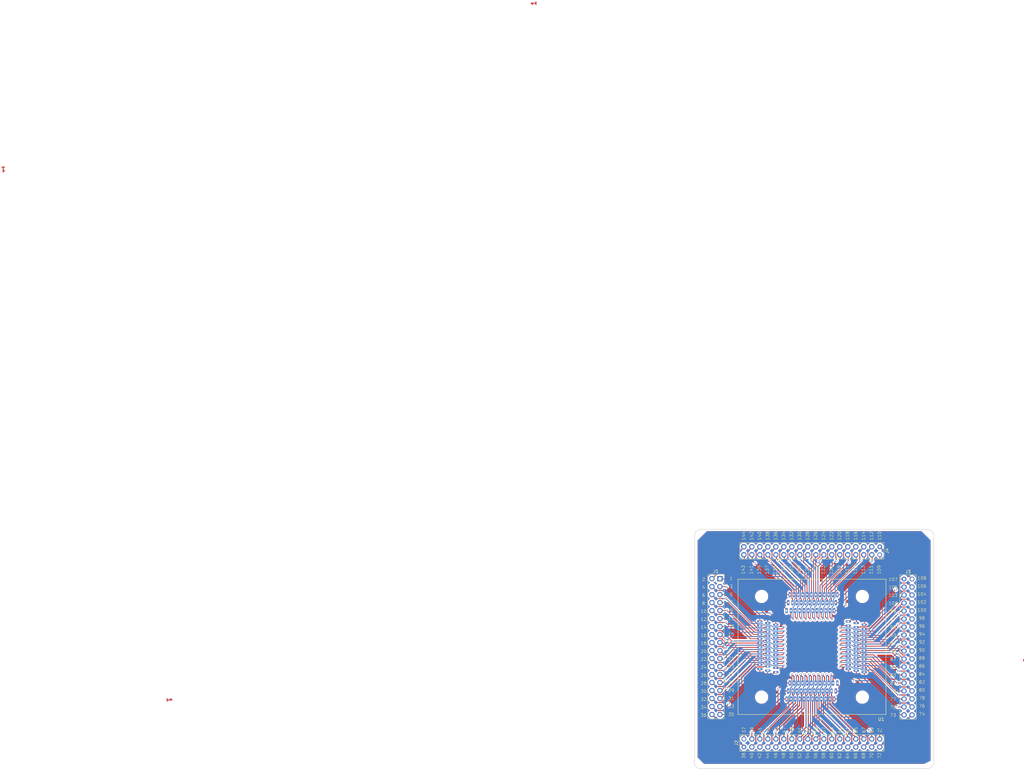
<source format=kicad_pcb>
(kicad_pcb (version 4) (host pcbnew 4.0.5+dfsg1-4)
  (layers (0 F.Cu signal) (31 B.Cu signal) (34 B.Paste user) (35 F.Paste user) (36 B.SilkS user) (37 F.SilkS user) (38 B.Mask user) (39 F.Mask user) (44 Edge.Cuts user))
  (net 0 "")
  (net 1 /1)
  (net 2 /2)
  (net 3 /3)
  (net 4 /4)
  (net 5 /5)
  (net 6 /6)
  (net 7 /7)
  (net 8 /8)
  (net 9 /9)
  (net 10 /10)
  (net 11 /11)
  (net 12 /12)
  (net 13 /13)
  (net 14 /14)
  (net 15 /15)
  (net 16 /16)
  (net 17 /17)
  (net 18 /18)
  (net 19 /19)
  (net 20 /20)
  (net 21 /21)
  (net 22 /22)
  (net 23 /23)
  (net 24 /24)
  (net 25 /25)
  (net 26 /26)
  (net 27 /27)
  (net 28 /28)
  (net 29 /29)
  (net 30 /30)
  (net 31 /31)
  (net 32 /32)
  (net 33 /33)
  (net 34 /34)
  (net 35 /35)
  (net 36 /36)
  (net 37 /109)
  (net 38 /110)
  (net 39 /111)
  (net 40 /112)
  (net 41 /113)
  (net 42 /114)
  (net 43 /115)
  (net 44 /116)
  (net 45 /117)
  (net 46 /118)
  (net 47 /119)
  (net 48 /120)
  (net 49 /121)
  (net 50 /122)
  (net 51 /123)
  (net 52 /124)
  (net 53 /125)
  (net 54 /126)
  (net 55 /127)
  (net 56 /128)
  (net 57 /129)
  (net 58 /130)
  (net 59 /131)
  (net 60 /132)
  (net 61 /133)
  (net 62 /134)
  (net 63 /135)
  (net 64 /136)
  (net 65 /137)
  (net 66 /138)
  (net 67 /139)
  (net 68 /140)
  (net 69 /141)
  (net 70 /142)
  (net 71 /143)
  (net 72 /144)
  (net 73 /37)
  (net 74 /38)
  (net 75 /39)
  (net 76 /40)
  (net 77 /41)
  (net 78 /42)
  (net 79 /43)
  (net 80 /44)
  (net 81 /45)
  (net 82 /46)
  (net 83 /47)
  (net 84 /48)
  (net 85 /49)
  (net 86 /50)
  (net 87 /51)
  (net 88 /52)
  (net 89 /53)
  (net 90 /54)
  (net 91 /55)
  (net 92 /56)
  (net 93 /57)
  (net 94 /58)
  (net 95 /59)
  (net 96 /60)
  (net 97 /61)
  (net 98 /62)
  (net 99 /63)
  (net 100 /64)
  (net 101 /65)
  (net 102 /66)
  (net 103 /67)
  (net 104 /68)
  (net 105 /69)
  (net 106 /70)
  (net 107 /71)
  (net 108 /72)
  (net 109 /108)
  (net 110 /107)
  (net 111 /106)
  (net 112 /105)
  (net 113 /104)
  (net 114 /103)
  (net 115 /102)
  (net 116 /101)
  (net 117 /100)
  (net 118 /99)
  (net 119 /98)
  (net 120 /97)
  (net 121 /96)
  (net 122 /95)
  (net 123 /94)
  (net 124 /93)
  (net 125 /92)
  (net 126 /91)
  (net 127 /90)
  (net 128 /89)
  (net 129 /88)
  (net 130 /87)
  (net 131 /86)
  (net 132 /85)
  (net 133 /84)
  (net 134 /83)
  (net 135 /82)
  (net 136 /81)
  (net 137 /80)
  (net 138 /79)
  (net 139 /78)
  (net 140 /77)
  (net 141 /76)
  (net 142 /75)
  (net 143 /74)
  (net 144 /73)
  (module ic51-1444:ic51-1444-footprint (layer F.Cu) (at 146.315001 93.825)
    (fp_text reference U1 (at 22 23) (layer F.SilkS))
    (fp_text value ic51-1444-schem)
    (pad 54 thru_hole oval (at -0.1875 11.5) (size 0.7 1.74) (drill 0.5) (layers *.Cu *.Mask) (net 90 /54))
    (pad 51 thru_hole oval (at -1.5625 11.5) (size 0.7 1.74) (drill 0.5) (layers *.Cu *.Mask) (net 87 /51))
    (pad 1 thru_hole oval (at -16.58 -8.0625 90) (size 0.7 1.74) (drill 0.5) (layers *.Cu *.Mask) (net 1 /1))
    (pad 4 thru_hole oval (at -16.58 -6.6875 90) (size 0.7 1.74) (drill 0.5) (layers *.Cu *.Mask) (net 4 /4))
    (pad 7 thru_hole oval (at -16.58 -5.3125 90) (size 0.7 1.74) (drill 0.5) (layers *.Cu *.Mask) (net 7 /7))
    (pad 10 thru_hole oval (at -16.58 -3.9375 90) (size 0.7 1.74) (drill 0.5) (layers *.Cu *.Mask) (net 10 /10))
    (pad 13 thru_hole oval (at -16.58 -2.5625 90) (size 0.7 1.74) (drill 0.5) (layers *.Cu *.Mask) (net 13 /13))
    (pad 16 thru_hole oval (at -16.58 -1.1875 90) (size 0.7 1.74) (drill 0.5) (layers *.Cu *.Mask) (net 16 /16))
    (pad 19 thru_hole oval (at -16.58 0.1875 90) (size 0.7 1.74) (drill 0.5) (layers *.Cu *.Mask) (net 19 /19))
    (pad 22 thru_hole oval (at -16.58 1.5625 90) (size 0.7 1.74) (drill 0.5) (layers *.Cu *.Mask) (net 22 /22))
    (pad 25 thru_hole oval (at -16.58 2.9375 90) (size 0.7 1.74) (drill 0.5) (layers *.Cu *.Mask) (net 25 /25))
    (pad 28 thru_hole oval (at -16.58 4.3125 90) (size 0.7 1.74) (drill 0.5) (layers *.Cu *.Mask) (net 28 /28))
    (pad 31 thru_hole oval (at -16.58 5.6875 90) (size 0.7 1.74) (drill 0.5) (layers *.Cu *.Mask) (net 31 /31))
    (pad 34 thru_hole oval (at -16.58 7.0625 90) (size 0.7 1.74) (drill 0.5) (layers *.Cu *.Mask) (net 34 /34))
    (pad 106 thru_hole oval (at 16.58 -7.0625 90) (size 0.7 1.74) (drill 0.5) (layers *.Cu *.Mask) (net 111 /106))
    (pad 103 thru_hole oval (at 16.58 -5.6875 90) (size 0.7 1.74) (drill 0.5) (layers *.Cu *.Mask) (net 114 /103))
    (pad 100 thru_hole oval (at 16.58 -4.3125 90) (size 0.7 1.74) (drill 0.5) (layers *.Cu *.Mask) (net 117 /100))
    (pad 97 thru_hole oval (at 16.58 -2.9375 90) (size 0.7 1.74) (drill 0.5) (layers *.Cu *.Mask) (net 120 /97))
    (pad 94 thru_hole oval (at 16.58 -1.5625 90) (size 0.7 1.74) (drill 0.5) (layers *.Cu *.Mask) (net 123 /94))
    (pad 91 thru_hole oval (at 16.58 -0.1875 90) (size 0.7 1.74) (drill 0.5) (layers *.Cu *.Mask) (net 126 /91))
    (pad 88 thru_hole oval (at 16.58 1.1875 90) (size 0.7 1.74) (drill 0.5) (layers *.Cu *.Mask) (net 129 /88))
    (pad 85 thru_hole oval (at 16.58 2.5625 90) (size 0.7 1.74) (drill 0.5) (layers *.Cu *.Mask) (net 132 /85))
    (pad 82 thru_hole oval (at 16.58 3.9375 90) (size 0.7 1.74) (drill 0.5) (layers *.Cu *.Mask) (net 135 /82))
    (pad 79 thru_hole oval (at 16.58 5.3125 90) (size 0.7 1.74) (drill 0.5) (layers *.Cu *.Mask) (net 138 /79))
    (pad 76 thru_hole oval (at 16.58 6.6875 90) (size 0.7 1.74) (drill 0.5) (layers *.Cu *.Mask) (net 141 /76))
    (pad 73 thru_hole oval (at 16.58 8.0625 90) (size 0.7 1.74) (drill 0.5) (layers *.Cu *.Mask) (net 144 /73))
    (pad 107 thru_hole oval (at 14.04 -7.5625 90) (size 0.7 1.74) (drill 0.5) (layers *.Cu *.Mask) (net 110 /107))
    (pad 104 thru_hole oval (at 14.04 -6.1875 90) (size 0.7 1.74) (drill 0.5) (layers *.Cu *.Mask) (net 113 /104))
    (pad 101 thru_hole oval (at 14.04 -4.8125 90) (size 0.7 1.74) (drill 0.5) (layers *.Cu *.Mask) (net 116 /101))
    (pad 98 thru_hole oval (at 14.04 -3.4375 90) (size 0.7 1.74) (drill 0.5) (layers *.Cu *.Mask) (net 119 /98))
    (pad 95 thru_hole oval (at 14.04 -2.0625 90) (size 0.7 1.74) (drill 0.5) (layers *.Cu *.Mask) (net 122 /95))
    (pad 92 thru_hole oval (at 14.04 -0.6875 90) (size 0.7 1.74) (drill 0.5) (layers *.Cu *.Mask) (net 125 /92))
    (pad 89 thru_hole oval (at 14.04 0.6875 90) (size 0.7 1.74) (drill 0.5) (layers *.Cu *.Mask) (net 128 /89))
    (pad 86 thru_hole oval (at 14.04 2.0625 90) (size 0.7 1.74) (drill 0.5) (layers *.Cu *.Mask) (net 131 /86))
    (pad 83 thru_hole oval (at 14.04 3.4375 90) (size 0.7 1.74) (drill 0.5) (layers *.Cu *.Mask) (net 134 /83))
    (pad 80 thru_hole oval (at 14.04 4.8125 90) (size 0.7 1.74) (drill 0.5) (layers *.Cu *.Mask) (net 137 /80))
    (pad 77 thru_hole oval (at 14.04 6.1875 90) (size 0.7 1.74) (drill 0.5) (layers *.Cu *.Mask) (net 140 /77))
    (pad 74 thru_hole oval (at 14.04 7.5625 90) (size 0.7 1.74) (drill 0.5) (layers *.Cu *.Mask) (net 143 /74))
    (pad 2 thru_hole oval (at -14.04 -7.5625 90) (size 0.7 1.74) (drill 0.5) (layers *.Cu *.Mask) (net 2 /2))
    (pad 5 thru_hole oval (at -14.04 -6.1875 90) (size 0.7 1.74) (drill 0.5) (layers *.Cu *.Mask) (net 5 /5))
    (pad 8 thru_hole oval (at -14.04 -4.8125 90) (size 0.7 1.74) (drill 0.5) (layers *.Cu *.Mask) (net 8 /8))
    (pad 11 thru_hole oval (at -14.04 -3.4375 90) (size 0.7 1.74) (drill 0.5) (layers *.Cu *.Mask) (net 11 /11))
    (pad 14 thru_hole oval (at -14.04 -2.0625 90) (size 0.7 1.74) (drill 0.5) (layers *.Cu *.Mask) (net 14 /14))
    (pad 17 thru_hole oval (at -14.04 -0.6875 90) (size 0.7 1.74) (drill 0.5) (layers *.Cu *.Mask) (net 17 /17))
    (pad 20 thru_hole oval (at -14.04 0.6875 90) (size 0.7 1.74) (drill 0.5) (layers *.Cu *.Mask) (net 20 /20))
    (pad 23 thru_hole oval (at -14.04 2.0625 90) (size 0.7 1.74) (drill 0.5) (layers *.Cu *.Mask) (net 23 /23))
    (pad 26 thru_hole oval (at -14.04 3.4375 90) (size 0.7 1.74) (drill 0.5) (layers *.Cu *.Mask) (net 26 /26))
    (pad 29 thru_hole oval (at -14.04 4.8125 90) (size 0.7 1.74) (drill 0.5) (layers *.Cu *.Mask) (net 29 /29))
    (pad 32 thru_hole oval (at -14.04 6.1875 90) (size 0.7 1.74) (drill 0.5) (layers *.Cu *.Mask) (net 32 /32))
    (pad 35 thru_hole oval (at -14.04 7.5625 90) (size 0.7 1.74) (drill 0.5) (layers *.Cu *.Mask) (net 35 /35))
    (pad 108 thru_hole oval (at 11.5 -8.0625 90) (size 0.7 1.74) (drill 0.5) (layers *.Cu *.Mask) (net 109 /108))
    (pad 105 thru_hole oval (at 11.5 -6.6875 90) (size 0.7 1.74) (drill 0.5) (layers *.Cu *.Mask) (net 112 /105))
    (pad 102 thru_hole oval (at 11.5 -5.3125 90) (size 0.7 1.74) (drill 0.5) (layers *.Cu *.Mask) (net 115 /102))
    (pad 99 thru_hole oval (at 11.5 -3.9375 90) (size 0.7 1.74) (drill 0.5) (layers *.Cu *.Mask) (net 118 /99))
    (pad 96 thru_hole oval (at 11.5 -2.5625 90) (size 0.7 1.74) (drill 0.5) (layers *.Cu *.Mask) (net 121 /96))
    (pad 93 thru_hole oval (at 11.5 -1.1875 90) (size 0.7 1.74) (drill 0.5) (layers *.Cu *.Mask) (net 124 /93))
    (pad 90 thru_hole oval (at 11.5 0.1875 90) (size 0.7 1.74) (drill 0.5) (layers *.Cu *.Mask) (net 127 /90))
    (pad 87 thru_hole oval (at 11.5 1.5625 90) (size 0.7 1.74) (drill 0.5) (layers *.Cu *.Mask) (net 130 /87))
    (pad 84 thru_hole oval (at 11.5 2.9375 90) (size 0.7 1.74) (drill 0.5) (layers *.Cu *.Mask) (net 133 /84))
    (pad 81 thru_hole oval (at 11.5 4.3125 90) (size 0.7 1.74) (drill 0.5) (layers *.Cu *.Mask) (net 136 /81))
    (pad 78 thru_hole oval (at 11.5 5.6875 90) (size 0.7 1.74) (drill 0.5) (layers *.Cu *.Mask) (net 139 /78))
    (pad 3 thru_hole oval (at -11.5 -7.0625 90) (size 0.7 1.74) (drill 0.5) (layers *.Cu *.Mask) (net 3 /3))
    (pad 6 thru_hole oval (at -11.5 -5.6875 90) (size 0.7 1.74) (drill 0.5) (layers *.Cu *.Mask) (net 6 /6))
    (pad 9 thru_hole oval (at -11.5 -4.3125 90) (size 0.7 1.74) (drill 0.5) (layers *.Cu *.Mask) (net 9 /9))
    (pad 12 thru_hole oval (at -11.5 -2.9375 90) (size 0.7 1.74) (drill 0.5) (layers *.Cu *.Mask) (net 12 /12))
    (pad 15 thru_hole oval (at -11.5 -1.5625 90) (size 0.7 1.74) (drill 0.5) (layers *.Cu *.Mask) (net 15 /15))
    (pad 18 thru_hole oval (at -11.5 -0.1875 90) (size 0.7 1.74) (drill 0.5) (layers *.Cu *.Mask) (net 18 /18))
    (pad 21 thru_hole oval (at -11.5 1.1875 90) (size 0.7 1.74) (drill 0.5) (layers *.Cu *.Mask) (net 21 /21))
    (pad 24 thru_hole oval (at -11.5 2.5625 90) (size 0.7 1.74) (drill 0.5) (layers *.Cu *.Mask) (net 24 /24))
    (pad 27 thru_hole oval (at -11.5 3.9375 90) (size 0.7 1.74) (drill 0.5) (layers *.Cu *.Mask) (net 27 /27))
    (pad 30 thru_hole oval (at -11.5 5.3125 90) (size 0.7 1.74) (drill 0.5) (layers *.Cu *.Mask) (net 30 /30))
    (pad 33 thru_hole oval (at -11.5 6.6875 90) (size 0.7 1.74) (drill 0.5) (layers *.Cu *.Mask) (net 33 /33))
    (pad 75 thru_hole oval (at 11.5 7.0625 90) (size 0.7 1.74) (drill 0.5) (layers *.Cu *.Mask) (net 142 /75))
    (pad 36 thru_hole oval (at -11.5 8.0625 90) (size 0.7 1.74) (drill 0.5) (layers *.Cu *.Mask) (net 36 /36))
    (pad 142 thru_hole oval (at -7.0625 -16.58 180) (size 0.7 1.74) (drill 0.5) (layers *.Cu *.Mask) (net 70 /142))
    (pad 39 thru_hole oval (at -7.0625 11.5) (size 0.7 1.74) (drill 0.5) (layers *.Cu *.Mask) (net 75 /39))
    (pad 139 thru_hole oval (at -5.6875 -16.58 180) (size 0.7 1.74) (drill 0.5) (layers *.Cu *.Mask) (net 67 /139))
    (pad 136 thru_hole oval (at -4.3125 -16.58 180) (size 0.7 1.74) (drill 0.5) (layers *.Cu *.Mask) (net 64 /136))
    (pad 133 thru_hole oval (at -2.9375 -16.58 180) (size 0.7 1.74) (drill 0.5) (layers *.Cu *.Mask) (net 61 /133))
    (pad 130 thru_hole oval (at -1.5625 -16.58 180) (size 0.7 1.74) (drill 0.5) (layers *.Cu *.Mask) (net 58 /130))
    (pad 127 thru_hole oval (at -0.1875 -16.58 180) (size 0.7 1.74) (drill 0.5) (layers *.Cu *.Mask) (net 55 /127))
    (pad 124 thru_hole oval (at 1.1875 -16.58 180) (size 0.7 1.74) (drill 0.5) (layers *.Cu *.Mask) (net 52 /124))
    (pad 121 thru_hole oval (at 2.5625 -16.58 180) (size 0.7 1.74) (drill 0.5) (layers *.Cu *.Mask) (net 49 /121))
    (pad 118 thru_hole oval (at 3.9375 -16.58 180) (size 0.7 1.74) (drill 0.5) (layers *.Cu *.Mask) (net 46 /118))
    (pad 115 thru_hole oval (at 5.3125 -16.58 180) (size 0.7 1.74) (drill 0.5) (layers *.Cu *.Mask) (net 43 /115))
    (pad 112 thru_hole oval (at 6.6875 -16.58 180) (size 0.7 1.74) (drill 0.5) (layers *.Cu *.Mask) (net 40 /112))
    (pad 109 thru_hole oval (at 8.0625 -16.58 180) (size 0.7 1.74) (drill 0.5) (layers *.Cu *.Mask) (net 37 /109))
    (pad 42 thru_hole oval (at -5.6875 11.5) (size 0.7 1.74) (drill 0.5) (layers *.Cu *.Mask) (net 78 /42))
    (pad 45 thru_hole oval (at -4.3125 11.5) (size 0.7 1.74) (drill 0.5) (layers *.Cu *.Mask) (net 81 /45))
    (pad 48 thru_hole oval (at -2.9375 11.5) (size 0.7 1.74) (drill 0.5) (layers *.Cu *.Mask) (net 84 /48))
    (pad 57 thru_hole oval (at 1.1875 11.5) (size 0.7 1.74) (drill 0.5) (layers *.Cu *.Mask) (net 93 /57))
    (pad 60 thru_hole oval (at 2.5625 11.5) (size 0.7 1.74) (drill 0.5) (layers *.Cu *.Mask) (net 96 /60))
    (pad 63 thru_hole oval (at 3.9375 11.5) (size 0.7 1.74) (drill 0.5) (layers *.Cu *.Mask) (net 99 /63))
    (pad 66 thru_hole oval (at 5.3125 11.5) (size 0.7 1.74) (drill 0.5) (layers *.Cu *.Mask) (net 102 /66))
    (pad 69 thru_hole oval (at 6.6875 11.5) (size 0.7 1.74) (drill 0.5) (layers *.Cu *.Mask) (net 105 /69))
    (pad 72 thru_hole oval (at 8.0625 11.5) (size 0.7 1.74) (drill 0.5) (layers *.Cu *.Mask) (net 108 /72))
    (pad 143 thru_hole oval (at -7.5625 -14.04 180) (size 0.7 1.74) (drill 0.5) (layers *.Cu *.Mask) (net 71 /143))
    (pad 140 thru_hole oval (at -6.1875 -14.04 180) (size 0.7 1.74) (drill 0.5) (layers *.Cu *.Mask) (net 68 /140))
    (pad 137 thru_hole oval (at -4.8125 -14.04 180) (size 0.7 1.74) (drill 0.5) (layers *.Cu *.Mask) (net 65 /137))
    (pad 134 thru_hole oval (at -3.4375 -14.04 180) (size 0.7 1.74) (drill 0.5) (layers *.Cu *.Mask) (net 62 /134))
    (pad 131 thru_hole oval (at -2.0625 -14.04 180) (size 0.7 1.74) (drill 0.5) (layers *.Cu *.Mask) (net 59 /131))
    (pad 128 thru_hole oval (at -0.6875 -14.04 180) (size 0.7 1.74) (drill 0.5) (layers *.Cu *.Mask) (net 56 /128))
    (pad 125 thru_hole oval (at 0.6875 -14.04 180) (size 0.7 1.74) (drill 0.5) (layers *.Cu *.Mask) (net 53 /125))
    (pad 122 thru_hole oval (at 2.0625 -14.04 180) (size 0.7 1.74) (drill 0.5) (layers *.Cu *.Mask) (net 50 /122))
    (pad 119 thru_hole oval (at 3.4375 -14.04 180) (size 0.7 1.74) (drill 0.5) (layers *.Cu *.Mask) (net 47 /119))
    (pad 116 thru_hole oval (at 4.8125 -14.04 180) (size 0.7 1.74) (drill 0.5) (layers *.Cu *.Mask) (net 44 /116))
    (pad 113 thru_hole oval (at 6.1875 -14.04 180) (size 0.7 1.74) (drill 0.5) (layers *.Cu *.Mask) (net 41 /113))
    (pad 110 thru_hole oval (at 7.5625 -14.04 180) (size 0.7 1.74) (drill 0.5) (layers *.Cu *.Mask) (net 38 /110))
    (pad 38 thru_hole oval (at -7.5625 14.04) (size 0.7 1.74) (drill 0.5) (layers *.Cu *.Mask) (net 74 /38))
    (pad 41 thru_hole oval (at -6.1875 14.04) (size 0.7 1.74) (drill 0.5) (layers *.Cu *.Mask) (net 77 /41))
    (pad 44 thru_hole oval (at -4.8125 14.04) (size 0.7 1.74) (drill 0.5) (layers *.Cu *.Mask) (net 80 /44))
    (pad 47 thru_hole oval (at -3.4375 14.04) (size 0.7 1.74) (drill 0.5) (layers *.Cu *.Mask) (net 83 /47))
    (pad 50 thru_hole oval (at -2.0625 14.04) (size 0.7 1.74) (drill 0.5) (layers *.Cu *.Mask) (net 86 /50))
    (pad 53 thru_hole oval (at -0.6875 14.04) (size 0.7 1.74) (drill 0.5) (layers *.Cu *.Mask) (net 89 /53))
    (pad 56 thru_hole oval (at 0.6875 14.04) (size 0.7 1.74) (drill 0.5) (layers *.Cu *.Mask) (net 92 /56))
    (pad 59 thru_hole oval (at 2.0625 14.04) (size 0.7 1.74) (drill 0.5) (layers *.Cu *.Mask) (net 95 /59))
    (pad 62 thru_hole oval (at 3.4375 14.04) (size 0.7 1.74) (drill 0.5) (layers *.Cu *.Mask) (net 98 /62))
    (pad 65 thru_hole oval (at 4.8125 14.04) (size 0.7 1.74) (drill 0.5) (layers *.Cu *.Mask) (net 101 /65))
    (pad 68 thru_hole oval (at 6.1875 14.04) (size 0.7 1.74) (drill 0.5) (layers *.Cu *.Mask) (net 104 /68))
    (pad 71 thru_hole oval (at 7.5625 14.04) (size 0.7 1.74) (drill 0.5) (layers *.Cu *.Mask) (net 107 /71))
    (pad 37 thru_hole oval (at -8.0625 16.58) (size 0.7 1.74) (drill 0.5) (layers *.Cu *.Mask) (net 73 /37))
    (pad 40 thru_hole oval (at -6.6875 16.58) (size 0.7 1.74) (drill 0.5) (layers *.Cu *.Mask) (net 76 /40))
    (pad 43 thru_hole oval (at -5.3125 16.58) (size 0.7 1.74) (drill 0.5) (layers *.Cu *.Mask) (net 79 /43))
    (pad 46 thru_hole oval (at -3.9375 16.58) (size 0.7 1.74) (drill 0.5) (layers *.Cu *.Mask) (net 82 /46))
    (pad 49 thru_hole oval (at -2.5625 16.58) (size 0.7 1.74) (drill 0.5) (layers *.Cu *.Mask) (net 85 /49))
    (pad 52 thru_hole oval (at -1.1875 16.58) (size 0.7 1.74) (drill 0.5) (layers *.Cu *.Mask) (net 88 /52))
    (pad 55 thru_hole oval (at 0.1875 16.58) (size 0.7 1.74) (drill 0.5) (layers *.Cu *.Mask) (net 91 /55))
    (pad 58 thru_hole oval (at 1.5625 16.58) (size 0.7 1.74) (drill 0.5) (layers *.Cu *.Mask) (net 94 /58))
    (pad 61 thru_hole oval (at 2.9375 16.58) (size 0.7 1.74) (drill 0.5) (layers *.Cu *.Mask) (net 97 /61))
    (pad 64 thru_hole oval (at 4.3125 16.58) (size 0.7 1.74) (drill 0.5) (layers *.Cu *.Mask) (net 100 /64))
    (pad 67 thru_hole oval (at 5.6875 16.58) (size 0.7 1.74) (drill 0.5) (layers *.Cu *.Mask) (net 103 /67))
    (pad 70 thru_hole oval (at 7.0625 16.58) (size 0.7 1.74) (drill 0.5) (layers *.Cu *.Mask) (net 106 /70))
    (pad 144 thru_hole oval (at -8.0625 -11.5 180) (size 0.7 1.74) (drill 0.5) (layers *.Cu *.Mask) (net 72 /144))
    (pad 141 thru_hole oval (at -6.6875 -11.5 180) (size 0.7 1.74) (drill 0.5) (layers *.Cu *.Mask) (net 69 /141))
    (pad 138 thru_hole oval (at -5.3125 -11.5 180) (size 0.7 1.74) (drill 0.5) (layers *.Cu *.Mask) (net 66 /138))
    (pad 135 thru_hole oval (at -3.9375 -11.5 180) (size 0.7 1.74) (drill 0.5) (layers *.Cu *.Mask) (net 63 /135))
    (pad 132 thru_hole oval (at -2.5625 -11.5 180) (size 0.7 1.74) (drill 0.5) (layers *.Cu *.Mask) (net 60 /132))
    (pad 129 thru_hole oval (at -1.1875 -11.5 180) (size 0.7 1.74) (drill 0.5) (layers *.Cu *.Mask) (net 57 /129))
    (pad 126 thru_hole oval (at 0.1875 -11.5 180) (size 0.7 1.74) (drill 0.5) (layers *.Cu *.Mask) (net 54 /126))
    (pad 123 thru_hole oval (at 1.5625 -11.5 180) (size 0.7 1.74) (drill 0.5) (layers *.Cu *.Mask) (net 51 /123))
    (pad 120 thru_hole oval (at 2.9375 -11.5 180) (size 0.7 1.74) (drill 0.5) (layers *.Cu *.Mask) (net 48 /120))
    (pad 117 thru_hole oval (at 4.3125 -11.5 180) (size 0.7 1.74) (drill 0.5) (layers *.Cu *.Mask) (net 45 /117))
    (pad 114 thru_hole oval (at 5.6875 -11.5 180) (size 0.7 1.74) (drill 0.5) (layers *.Cu *.Mask) (net 42 /114))
    (pad 111 thru_hole oval (at 7.0625 -11.5 180) (size 0.7 1.74) (drill 0.5) (layers *.Cu *.Mask) (net 39 /111))
    (pad "" np_thru_hole circle (at 16 -16) (size 3.2 3.2) (drill 3.2) (layers *.Cu *.Mask))
    (pad "" np_thru_hole circle (at 16 16) (size 3.2 3.2) (drill 3.2) (layers *.Cu *.Mask))
    (pad "" np_thru_hole circle (at -16 16) (size 3.2 3.2) (drill 3.2) (layers *.Cu *.Mask))
    (pad "" np_thru_hole circle (at -16 -16) (size 3.2 3.2) (drill 3.2) (layers *.Cu *.Mask))
  )
  (module Socket_Strips:Socket_Strip_Straight_2x18_Pitch2.54mm (layer F.Cu) (at 117.07 72.16)
    (fp_text reference J1 (at -1.27 -2.33) (layer F.SilkS))
    (fp_text value Conn_02x18_Odd_Even)
    (pad 1 thru_hole rect (at 0 0) (size 1.7 1.7) (drill 1) (layers *.Cu *.Mask) (net 1 /1))
    (pad 2 thru_hole oval (at -2.54 0) (size 1.7 1.7) (drill 1) (layers *.Cu *.Mask) (net 2 /2))
    (pad 3 thru_hole oval (at 0 2.54) (size 1.7 1.7) (drill 1) (layers *.Cu *.Mask) (net 3 /3))
    (pad 4 thru_hole oval (at -2.54 2.54) (size 1.7 1.7) (drill 1) (layers *.Cu *.Mask) (net 4 /4))
    (pad 5 thru_hole oval (at 0 5.08) (size 1.7 1.7) (drill 1) (layers *.Cu *.Mask) (net 5 /5))
    (pad 6 thru_hole oval (at -2.54 5.08) (size 1.7 1.7) (drill 1) (layers *.Cu *.Mask) (net 6 /6))
    (pad 7 thru_hole oval (at 0 7.62) (size 1.7 1.7) (drill 1) (layers *.Cu *.Mask) (net 7 /7))
    (pad 8 thru_hole oval (at -2.54 7.62) (size 1.7 1.7) (drill 1) (layers *.Cu *.Mask) (net 8 /8))
    (pad 9 thru_hole oval (at 0 10.16) (size 1.7 1.7) (drill 1) (layers *.Cu *.Mask) (net 9 /9))
    (pad 10 thru_hole oval (at -2.54 10.16) (size 1.7 1.7) (drill 1) (layers *.Cu *.Mask) (net 10 /10))
    (pad 11 thru_hole oval (at 0 12.7) (size 1.7 1.7) (drill 1) (layers *.Cu *.Mask) (net 11 /11))
    (pad 12 thru_hole oval (at -2.54 12.7) (size 1.7 1.7) (drill 1) (layers *.Cu *.Mask) (net 12 /12))
    (pad 13 thru_hole oval (at 0 15.24) (size 1.7 1.7) (drill 1) (layers *.Cu *.Mask) (net 13 /13))
    (pad 14 thru_hole oval (at -2.54 15.24) (size 1.7 1.7) (drill 1) (layers *.Cu *.Mask) (net 14 /14))
    (pad 15 thru_hole oval (at 0 17.78) (size 1.7 1.7) (drill 1) (layers *.Cu *.Mask) (net 15 /15))
    (pad 16 thru_hole oval (at -2.54 17.78) (size 1.7 1.7) (drill 1) (layers *.Cu *.Mask) (net 16 /16))
    (pad 17 thru_hole oval (at 0 20.32) (size 1.7 1.7) (drill 1) (layers *.Cu *.Mask) (net 17 /17))
    (pad 18 thru_hole oval (at -2.54 20.32) (size 1.7 1.7) (drill 1) (layers *.Cu *.Mask) (net 18 /18))
    (pad 19 thru_hole oval (at 0 22.86) (size 1.7 1.7) (drill 1) (layers *.Cu *.Mask) (net 19 /19))
    (pad 20 thru_hole oval (at -2.54 22.86) (size 1.7 1.7) (drill 1) (layers *.Cu *.Mask) (net 20 /20))
    (pad 21 thru_hole oval (at 0 25.4) (size 1.7 1.7) (drill 1) (layers *.Cu *.Mask) (net 21 /21))
    (pad 22 thru_hole oval (at -2.54 25.4) (size 1.7 1.7) (drill 1) (layers *.Cu *.Mask) (net 22 /22))
    (pad 23 thru_hole oval (at 0 27.94) (size 1.7 1.7) (drill 1) (layers *.Cu *.Mask) (net 23 /23))
    (pad 24 thru_hole oval (at -2.54 27.94) (size 1.7 1.7) (drill 1) (layers *.Cu *.Mask) (net 24 /24))
    (pad 25 thru_hole oval (at 0 30.48) (size 1.7 1.7) (drill 1) (layers *.Cu *.Mask) (net 25 /25))
    (pad 26 thru_hole oval (at -2.54 30.48) (size 1.7 1.7) (drill 1) (layers *.Cu *.Mask) (net 26 /26))
    (pad 27 thru_hole oval (at 0 33.02) (size 1.7 1.7) (drill 1) (layers *.Cu *.Mask) (net 27 /27))
    (pad 28 thru_hole oval (at -2.54 33.02) (size 1.7 1.7) (drill 1) (layers *.Cu *.Mask) (net 28 /28))
    (pad 29 thru_hole oval (at 0 35.56) (size 1.7 1.7) (drill 1) (layers *.Cu *.Mask) (net 29 /29))
    (pad 30 thru_hole oval (at -2.54 35.56) (size 1.7 1.7) (drill 1) (layers *.Cu *.Mask) (net 30 /30))
    (pad 31 thru_hole oval (at 0 38.1) (size 1.7 1.7) (drill 1) (layers *.Cu *.Mask) (net 31 /31))
    (pad 32 thru_hole oval (at -2.54 38.1) (size 1.7 1.7) (drill 1) (layers *.Cu *.Mask) (net 32 /32))
    (pad 33 thru_hole oval (at 0 40.64) (size 1.7 1.7) (drill 1) (layers *.Cu *.Mask) (net 33 /33))
    (pad 34 thru_hole oval (at -2.54 40.64) (size 1.7 1.7) (drill 1) (layers *.Cu *.Mask) (net 34 /34))
    (pad 35 thru_hole oval (at 0 43.18) (size 1.7 1.7) (drill 1) (layers *.Cu *.Mask) (net 35 /35))
    (pad 36 thru_hole oval (at -2.54 43.18) (size 1.7 1.7) (drill 1) (layers *.Cu *.Mask) (net 36 /36))
  )
  (module ic51-1444:Socket_Strip_Straight_2x18_Pitch2.54mm_no_rectangle (layer F.Cu) (at 124.67 123.12 90)
    (fp_text reference J2 (at -1.27 -2.33 90) (layer F.SilkS))
    (fp_text value Conn_02x18_Odd_Even)
    (pad 1 thru_hole circle (at 0 0 90) (size 1.524 1.524) (drill 1) (layers *.Cu *.Mask) (net 73 /37))
    (pad 2 thru_hole circle (at -2.54 0 90) (size 1.524 1.524) (drill 0.762) (layers *.Cu *.Mask) (net 74 /38))
    (pad 3 thru_hole oval (at 0 2.54 90) (size 1.7 1.7) (drill 1) (layers *.Cu *.Mask) (net 75 /39))
    (pad 4 thru_hole oval (at -2.54 2.54 90) (size 1.7 1.7) (drill 1) (layers *.Cu *.Mask) (net 76 /40))
    (pad 5 thru_hole oval (at 0 5.08 90) (size 1.7 1.7) (drill 1) (layers *.Cu *.Mask) (net 77 /41))
    (pad 6 thru_hole oval (at -2.54 5.08 90) (size 1.7 1.7) (drill 1) (layers *.Cu *.Mask) (net 78 /42))
    (pad 7 thru_hole oval (at 0 7.62 90) (size 1.7 1.7) (drill 1) (layers *.Cu *.Mask) (net 79 /43))
    (pad 8 thru_hole oval (at -2.54 7.62 90) (size 1.7 1.7) (drill 1) (layers *.Cu *.Mask) (net 80 /44))
    (pad 9 thru_hole oval (at 0 10.16 90) (size 1.7 1.7) (drill 1) (layers *.Cu *.Mask) (net 81 /45))
    (pad 10 thru_hole oval (at -2.54 10.16 90) (size 1.7 1.7) (drill 1) (layers *.Cu *.Mask) (net 82 /46))
    (pad 11 thru_hole oval (at 0 12.7 90) (size 1.7 1.7) (drill 1) (layers *.Cu *.Mask) (net 83 /47))
    (pad 12 thru_hole oval (at -2.54 12.7 90) (size 1.7 1.7) (drill 1) (layers *.Cu *.Mask) (net 84 /48))
    (pad 13 thru_hole oval (at 0 15.24 90) (size 1.7 1.7) (drill 1) (layers *.Cu *.Mask) (net 85 /49))
    (pad 14 thru_hole oval (at -2.54 15.24 90) (size 1.7 1.7) (drill 1) (layers *.Cu *.Mask) (net 86 /50))
    (pad 15 thru_hole oval (at 0 17.78 90) (size 1.7 1.7) (drill 1) (layers *.Cu *.Mask) (net 87 /51))
    (pad 16 thru_hole oval (at -2.54 17.78 90) (size 1.7 1.7) (drill 1) (layers *.Cu *.Mask) (net 88 /52))
    (pad 17 thru_hole oval (at 0 20.32 90) (size 1.7 1.7) (drill 1) (layers *.Cu *.Mask) (net 89 /53))
    (pad 18 thru_hole oval (at -2.54 20.32 90) (size 1.7 1.7) (drill 1) (layers *.Cu *.Mask) (net 90 /54))
    (pad 19 thru_hole oval (at 0 22.86 90) (size 1.7 1.7) (drill 1) (layers *.Cu *.Mask) (net 91 /55))
    (pad 20 thru_hole oval (at -2.54 22.86 90) (size 1.7 1.7) (drill 1) (layers *.Cu *.Mask) (net 92 /56))
    (pad 21 thru_hole oval (at 0 25.4 90) (size 1.7 1.7) (drill 1) (layers *.Cu *.Mask) (net 93 /57))
    (pad 22 thru_hole oval (at -2.54 25.4 90) (size 1.7 1.7) (drill 1) (layers *.Cu *.Mask) (net 94 /58))
    (pad 23 thru_hole oval (at 0 27.94 90) (size 1.7 1.7) (drill 1) (layers *.Cu *.Mask) (net 95 /59))
    (pad 24 thru_hole oval (at -2.54 27.94 90) (size 1.7 1.7) (drill 1) (layers *.Cu *.Mask) (net 96 /60))
    (pad 25 thru_hole oval (at 0 30.48 90) (size 1.7 1.7) (drill 1) (layers *.Cu *.Mask) (net 97 /61))
    (pad 26 thru_hole oval (at -2.54 30.48 90) (size 1.7 1.7) (drill 1) (layers *.Cu *.Mask) (net 98 /62))
    (pad 27 thru_hole oval (at 0 33.02 90) (size 1.7 1.7) (drill 1) (layers *.Cu *.Mask) (net 99 /63))
    (pad 28 thru_hole oval (at -2.54 33.02 90) (size 1.7 1.7) (drill 1) (layers *.Cu *.Mask) (net 100 /64))
    (pad 29 thru_hole oval (at 0 35.56 90) (size 1.7 1.7) (drill 1) (layers *.Cu *.Mask) (net 101 /65))
    (pad 30 thru_hole oval (at -2.54 35.56 90) (size 1.7 1.7) (drill 1) (layers *.Cu *.Mask) (net 102 /66))
    (pad 31 thru_hole oval (at 0 38.1 90) (size 1.7 1.7) (drill 1) (layers *.Cu *.Mask) (net 103 /67))
    (pad 32 thru_hole oval (at -2.54 38.1 90) (size 1.7 1.7) (drill 1) (layers *.Cu *.Mask) (net 104 /68))
    (pad 33 thru_hole oval (at 0 40.64 90) (size 1.7 1.7) (drill 1) (layers *.Cu *.Mask) (net 105 /69))
    (pad 34 thru_hole oval (at -2.54 40.64 90) (size 1.7 1.7) (drill 1) (layers *.Cu *.Mask) (net 106 /70))
    (pad 35 thru_hole oval (at 0 43.18 90) (size 1.7 1.7) (drill 1) (layers *.Cu *.Mask) (net 107 /71))
    (pad 36 thru_hole oval (at -2.54 43.18 90) (size 1.7 1.7) (drill 1) (layers *.Cu *.Mask) (net 108 /72))
  )
  (module ic51-1444:Socket_Strip_Straight_2x18_Pitch2.54mm_no_rectangle (layer F.Cu) (at 178.1 72.29)
    (fp_text reference J3 (at -1.27 -2.33) (layer F.SilkS))
    (fp_text value Conn_02x18_Odd_Even)
    (pad 1 thru_hole circle (at 0 0) (size 1.524 1.524) (drill 1) (layers *.Cu *.Mask) (net 109 /108))
    (pad 2 thru_hole circle (at -2.54 0) (size 1.524 1.524) (drill 0.762) (layers *.Cu *.Mask) (net 110 /107))
    (pad 3 thru_hole oval (at 0 2.54) (size 1.7 1.7) (drill 1) (layers *.Cu *.Mask) (net 111 /106))
    (pad 4 thru_hole oval (at -2.54 2.54) (size 1.7 1.7) (drill 1) (layers *.Cu *.Mask) (net 112 /105))
    (pad 5 thru_hole oval (at 0 5.08) (size 1.7 1.7) (drill 1) (layers *.Cu *.Mask) (net 113 /104))
    (pad 6 thru_hole oval (at -2.54 5.08) (size 1.7 1.7) (drill 1) (layers *.Cu *.Mask) (net 114 /103))
    (pad 7 thru_hole oval (at 0 7.62) (size 1.7 1.7) (drill 1) (layers *.Cu *.Mask) (net 115 /102))
    (pad 8 thru_hole oval (at -2.54 7.62) (size 1.7 1.7) (drill 1) (layers *.Cu *.Mask) (net 116 /101))
    (pad 9 thru_hole oval (at 0 10.16) (size 1.7 1.7) (drill 1) (layers *.Cu *.Mask) (net 117 /100))
    (pad 10 thru_hole oval (at -2.54 10.16) (size 1.7 1.7) (drill 1) (layers *.Cu *.Mask) (net 118 /99))
    (pad 11 thru_hole oval (at 0 12.7) (size 1.7 1.7) (drill 1) (layers *.Cu *.Mask) (net 119 /98))
    (pad 12 thru_hole oval (at -2.54 12.7) (size 1.7 1.7) (drill 1) (layers *.Cu *.Mask) (net 120 /97))
    (pad 13 thru_hole oval (at 0 15.24) (size 1.7 1.7) (drill 1) (layers *.Cu *.Mask) (net 121 /96))
    (pad 14 thru_hole oval (at -2.54 15.24) (size 1.7 1.7) (drill 1) (layers *.Cu *.Mask) (net 122 /95))
    (pad 15 thru_hole oval (at 0 17.78) (size 1.7 1.7) (drill 1) (layers *.Cu *.Mask) (net 123 /94))
    (pad 16 thru_hole oval (at -2.54 17.78) (size 1.7 1.7) (drill 1) (layers *.Cu *.Mask) (net 124 /93))
    (pad 17 thru_hole oval (at 0 20.32) (size 1.7 1.7) (drill 1) (layers *.Cu *.Mask) (net 125 /92))
    (pad 18 thru_hole oval (at -2.54 20.32) (size 1.7 1.7) (drill 1) (layers *.Cu *.Mask) (net 126 /91))
    (pad 19 thru_hole oval (at 0 22.86) (size 1.7 1.7) (drill 1) (layers *.Cu *.Mask) (net 127 /90))
    (pad 20 thru_hole oval (at -2.54 22.86) (size 1.7 1.7) (drill 1) (layers *.Cu *.Mask) (net 128 /89))
    (pad 21 thru_hole oval (at 0 25.4) (size 1.7 1.7) (drill 1) (layers *.Cu *.Mask) (net 129 /88))
    (pad 22 thru_hole oval (at -2.54 25.4) (size 1.7 1.7) (drill 1) (layers *.Cu *.Mask) (net 130 /87))
    (pad 23 thru_hole oval (at 0 27.94) (size 1.7 1.7) (drill 1) (layers *.Cu *.Mask) (net 131 /86))
    (pad 24 thru_hole oval (at -2.54 27.94) (size 1.7 1.7) (drill 1) (layers *.Cu *.Mask) (net 132 /85))
    (pad 25 thru_hole oval (at 0 30.48) (size 1.7 1.7) (drill 1) (layers *.Cu *.Mask) (net 133 /84))
    (pad 26 thru_hole oval (at -2.54 30.48) (size 1.7 1.7) (drill 1) (layers *.Cu *.Mask) (net 134 /83))
    (pad 27 thru_hole oval (at 0 33.02) (size 1.7 1.7) (drill 1) (layers *.Cu *.Mask) (net 135 /82))
    (pad 28 thru_hole oval (at -2.54 33.02) (size 1.7 1.7) (drill 1) (layers *.Cu *.Mask) (net 136 /81))
    (pad 29 thru_hole oval (at 0 35.56) (size 1.7 1.7) (drill 1) (layers *.Cu *.Mask) (net 137 /80))
    (pad 30 thru_hole oval (at -2.54 35.56) (size 1.7 1.7) (drill 1) (layers *.Cu *.Mask) (net 138 /79))
    (pad 31 thru_hole oval (at 0 38.1) (size 1.7 1.7) (drill 1) (layers *.Cu *.Mask) (net 139 /78))
    (pad 32 thru_hole oval (at -2.54 38.1) (size 1.7 1.7) (drill 1) (layers *.Cu *.Mask) (net 140 /77))
    (pad 33 thru_hole oval (at 0 40.64) (size 1.7 1.7) (drill 1) (layers *.Cu *.Mask) (net 141 /76))
    (pad 34 thru_hole oval (at -2.54 40.64) (size 1.7 1.7) (drill 1) (layers *.Cu *.Mask) (net 142 /75))
    (pad 35 thru_hole oval (at 0 43.18) (size 1.7 1.7) (drill 1) (layers *.Cu *.Mask) (net 143 /74))
    (pad 36 thru_hole oval (at -2.54 43.18) (size 1.7 1.7) (drill 1) (layers *.Cu *.Mask) (net 144 /73))
  )
  (module ic51-1444:Socket_Strip_Straight_2x18_Pitch2.54mm_no_rectangle (layer F.Cu) (at 167.85 64.58 270)
    (fp_text reference J4 (at -1.27 -2.33 270) (layer F.SilkS))
    (fp_text value Conn_02x18_Odd_Even)
    (pad 1 thru_hole circle (at 0 0 270) (size 1.524 1.524) (drill 1) (layers *.Cu *.Mask) (net 37 /109))
    (pad 2 thru_hole circle (at -2.54 0 270) (size 1.524 1.524) (drill 0.762) (layers *.Cu *.Mask) (net 38 /110))
    (pad 3 thru_hole oval (at 0 2.54 270) (size 1.7 1.7) (drill 1) (layers *.Cu *.Mask) (net 39 /111))
    (pad 4 thru_hole oval (at -2.54 2.54 270) (size 1.7 1.7) (drill 1) (layers *.Cu *.Mask) (net 40 /112))
    (pad 5 thru_hole oval (at 0 5.08 270) (size 1.7 1.7) (drill 1) (layers *.Cu *.Mask) (net 41 /113))
    (pad 6 thru_hole oval (at -2.54 5.08 270) (size 1.7 1.7) (drill 1) (layers *.Cu *.Mask) (net 42 /114))
    (pad 7 thru_hole oval (at 0 7.62 270) (size 1.7 1.7) (drill 1) (layers *.Cu *.Mask) (net 43 /115))
    (pad 8 thru_hole oval (at -2.54 7.62 270) (size 1.7 1.7) (drill 1) (layers *.Cu *.Mask) (net 44 /116))
    (pad 9 thru_hole oval (at 0 10.16 270) (size 1.7 1.7) (drill 1) (layers *.Cu *.Mask) (net 45 /117))
    (pad 10 thru_hole oval (at -2.54 10.16 270) (size 1.7 1.7) (drill 1) (layers *.Cu *.Mask) (net 46 /118))
    (pad 11 thru_hole oval (at 0 12.7 270) (size 1.7 1.7) (drill 1) (layers *.Cu *.Mask) (net 47 /119))
    (pad 12 thru_hole oval (at -2.54 12.7 270) (size 1.7 1.7) (drill 1) (layers *.Cu *.Mask) (net 48 /120))
    (pad 13 thru_hole oval (at 0 15.24 270) (size 1.7 1.7) (drill 1) (layers *.Cu *.Mask) (net 49 /121))
    (pad 14 thru_hole oval (at -2.54 15.24 270) (size 1.7 1.7) (drill 1) (layers *.Cu *.Mask) (net 50 /122))
    (pad 15 thru_hole oval (at 0 17.78 270) (size 1.7 1.7) (drill 1) (layers *.Cu *.Mask) (net 51 /123))
    (pad 16 thru_hole oval (at -2.54 17.78 270) (size 1.7 1.7) (drill 1) (layers *.Cu *.Mask) (net 52 /124))
    (pad 17 thru_hole oval (at 0 20.32 270) (size 1.7 1.7) (drill 1) (layers *.Cu *.Mask) (net 53 /125))
    (pad 18 thru_hole oval (at -2.54 20.32 270) (size 1.7 1.7) (drill 1) (layers *.Cu *.Mask) (net 54 /126))
    (pad 19 thru_hole oval (at 0 22.86 270) (size 1.7 1.7) (drill 1) (layers *.Cu *.Mask) (net 55 /127))
    (pad 20 thru_hole oval (at -2.54 22.86 270) (size 1.7 1.7) (drill 1) (layers *.Cu *.Mask) (net 56 /128))
    (pad 21 thru_hole oval (at 0 25.4 270) (size 1.7 1.7) (drill 1) (layers *.Cu *.Mask) (net 57 /129))
    (pad 22 thru_hole oval (at -2.54 25.4 270) (size 1.7 1.7) (drill 1) (layers *.Cu *.Mask) (net 58 /130))
    (pad 23 thru_hole oval (at 0 27.94 270) (size 1.7 1.7) (drill 1) (layers *.Cu *.Mask) (net 59 /131))
    (pad 24 thru_hole oval (at -2.54 27.94 270) (size 1.7 1.7) (drill 1) (layers *.Cu *.Mask) (net 60 /132))
    (pad 25 thru_hole oval (at 0 30.48 270) (size 1.7 1.7) (drill 1) (layers *.Cu *.Mask) (net 61 /133))
    (pad 26 thru_hole oval (at -2.54 30.48 270) (size 1.7 1.7) (drill 1) (layers *.Cu *.Mask) (net 62 /134))
    (pad 27 thru_hole oval (at 0 33.02 270) (size 1.7 1.7) (drill 1) (layers *.Cu *.Mask) (net 63 /135))
    (pad 28 thru_hole oval (at -2.54 33.02 270) (size 1.7 1.7) (drill 1) (layers *.Cu *.Mask) (net 64 /136))
    (pad 29 thru_hole oval (at 0 35.56 270) (size 1.7 1.7) (drill 1) (layers *.Cu *.Mask) (net 65 /137))
    (pad 30 thru_hole oval (at -2.54 35.56 270) (size 1.7 1.7) (drill 1) (layers *.Cu *.Mask) (net 66 /138))
    (pad 31 thru_hole oval (at 0 38.1 270) (size 1.7 1.7) (drill 1) (layers *.Cu *.Mask) (net 67 /139))
    (pad 32 thru_hole oval (at -2.54 38.1 270) (size 1.7 1.7) (drill 1) (layers *.Cu *.Mask) (net 68 /140))
    (pad 33 thru_hole oval (at 0 40.64 270) (size 1.7 1.7) (drill 1) (layers *.Cu *.Mask) (net 69 /141))
    (pad 34 thru_hole oval (at -2.54 40.64 270) (size 1.7 1.7) (drill 1) (layers *.Cu *.Mask) (net 70 /142))
    (pad 35 thru_hole oval (at 0 43.18 270) (size 1.7 1.7) (drill 1) (layers *.Cu *.Mask) (net 71 /143))
    (pad 36 thru_hole oval (at -2.54 43.18 270) (size 1.7 1.7) (drill 1) (layers *.Cu *.Mask) (net 72 /144))
  )
  (gr_line (start 109 130.5) (end 109 58.5) (angle 90) (layer Edge.Cuts) (width 0.15))
  (gr_arc (start 111 130.5) (end 110.5 132.5) (angle 90) (layer Edge.Cuts) (width 0.15))
  (gr_arc (start 183 58.5) (end 183 56.5) (angle 90) (layer Edge.Cuts) (width 0.15))
  (gr_arc (start 111 58.5) (end 109 58.5) (angle 90) (layer Edge.Cuts) (width 0.15))
  (gr_line (start 110.5 132.5) (end 111 132.5) (angle 90) (layer Edge.Cuts) (width 0.15))
  (gr_arc (start 183 130.5) (end 185 130.5) (angle 90) (layer Edge.Cuts) (width 0.15))
  (gr_line (start 180.5 132.5) (end 183 132.5) (angle 90) (layer Edge.Cuts) (width 0.15))
  (gr_line (start 185 58.5) (end 185 130.5) (angle 90) (layer Edge.Cuts) (width 0.15))
  (gr_line (start 111 56.5) (end 183 56.5) (angle 90) (layer Edge.Cuts) (width 0.15))
  (gr_line (start 111.5 132.5) (end 111 132.5) (angle 90) (layer Edge.Cuts) (width 0.15))
  (gr_line (start 113.5 132.5) (end 111.5 132.5) (angle 90) (layer Edge.Cuts) (width 0.15))
  (gr_line (start 180.5 132.5) (end 113.5 132.5) (angle 90) (layer Edge.Cuts) (width 0.15))
  (gr_text 73 (at 172.09 115.57) (layer F.SilkS) (effects (font (size 1 1) (thickness 0.1))))
  (gr_text 75 (at 172.09 113.03) (layer F.SilkS) (effects (font (size 1 1) (thickness 0.1))))
  (gr_text 77 (at 172.09 110.49) (layer F.SilkS) (effects (font (size 1 1) (thickness 0.1))))
  (gr_text 79 (at 172.09 107.95) (layer F.SilkS) (effects (font (size 1 1) (thickness 0.1))))
  (gr_text 81 (at 172.09 105.41) (layer F.SilkS) (effects (font (size 1 1) (thickness 0.1))))
  (gr_text 83 (at 172.09 102.87) (layer F.SilkS) (effects (font (size 1 1) (thickness 0.1))))
  (gr_text 85 (at 172.09 100.33) (layer F.SilkS) (effects (font (size 1 1) (thickness 0.1))))
  (gr_text 87 (at 172.09 97.79) (layer F.SilkS) (effects (font (size 1 1) (thickness 0.1))))
  (gr_text 89 (at 172.09 95.25) (layer F.SilkS) (effects (font (size 1 1) (thickness 0.1))))
  (gr_text 91 (at 172.09 92.71) (layer F.SilkS) (effects (font (size 1 1) (thickness 0.1))))
  (gr_text 93 (at 172.09 90.17) (layer F.SilkS) (effects (font (size 1 1) (thickness 0.1))))
  (gr_text 95 (at 172.09 87.63) (layer F.SilkS) (effects (font (size 1 1) (thickness 0.1))))
  (gr_text 97 (at 172.09 85.09) (layer F.SilkS) (effects (font (size 1 1) (thickness 0.1))))
  (gr_text 99 (at 172.09 82.55) (layer F.SilkS) (effects (font (size 1 1) (thickness 0.1))))
  (gr_text 101 (at 172.09 80.01) (layer F.SilkS) (effects (font (size 1 1) (thickness 0.1))))
  (gr_text 103 (at 172.09 77.47) (layer F.SilkS) (effects (font (size 1 1) (thickness 0.1))))
  (gr_text 105 (at 172.09 74.93) (layer F.SilkS) (effects (font (size 1 1) (thickness 0.1))))
  (gr_text 107 (at 172.09 72.39) (layer F.SilkS) (effects (font (size 1 1) (thickness 0.1))))
  (gr_text 74 (at 181.25 115.19) (layer F.SilkS) (effects (font (size 1 1) (thickness 0.1))))
  (gr_text 76 (at 181.25 112.65) (layer F.SilkS) (effects (font (size 1 1) (thickness 0.1))))
  (gr_text 78 (at 181.25 110.11) (layer F.SilkS) (effects (font (size 1 1) (thickness 0.1))))
  (gr_text 80 (at 181.25 107.57) (layer F.SilkS) (effects (font (size 1 1) (thickness 0.1))))
  (gr_text 82 (at 181.25 105.03) (layer F.SilkS) (effects (font (size 1 1) (thickness 0.1))))
  (gr_text 84 (at 181.25 102.49) (layer F.SilkS) (effects (font (size 1 1) (thickness 0.1))))
  (gr_text 86 (at 181.25 99.95) (layer F.SilkS) (effects (font (size 1 1) (thickness 0.1))))
  (gr_text 88 (at 181.25 97.41) (layer F.SilkS) (effects (font (size 1 1) (thickness 0.1))))
  (gr_text 90 (at 181.25 94.87) (layer F.SilkS) (effects (font (size 1 1) (thickness 0.1))))
  (gr_text 92 (at 181.25 92.33) (layer F.SilkS) (effects (font (size 1 1) (thickness 0.1))))
  (gr_text 94 (at 181.25 89.79) (layer F.SilkS) (effects (font (size 1 1) (thickness 0.1))))
  (gr_text 96 (at 181.25 87.25) (layer F.SilkS) (effects (font (size 1 1) (thickness 0.1))))
  (gr_text 98 (at 181.25 84.71) (layer F.SilkS) (effects (font (size 1 1) (thickness 0.1))))
  (gr_text 100 (at 181.25 82.17) (layer F.SilkS) (effects (font (size 1 1) (thickness 0.1))))
  (gr_text 102 (at 181.25 79.63) (layer F.SilkS) (effects (font (size 1 1) (thickness 0.1))))
  (gr_text 104 (at 181.25 77.09) (layer F.SilkS) (effects (font (size 1 1) (thickness 0.1))))
  (gr_text 106 (at 181.25 74.55) (layer F.SilkS) (effects (font (size 1 1) (thickness 0.1))))
  (gr_text 108 (at 181.25 72.01) (layer F.SilkS) (effects (font (size 1 1) (thickness 0.1))))
  (gr_text 109 (at 167.64 69.34 90) (layer F.SilkS) (effects (font (size 1 1) (thickness 0.1))))
  (gr_text 111 (at 165.1 69.34 90) (layer F.SilkS) (effects (font (size 1 1) (thickness 0.1))))
  (gr_text 113 (at 162.56 69.34 90) (layer F.SilkS) (effects (font (size 1 1) (thickness 0.1))))
  (gr_text 115 (at 160.02 69.34 90) (layer F.SilkS) (effects (font (size 1 1) (thickness 0.1))))
  (gr_text 117 (at 157.48 69.34 90) (layer F.SilkS) (effects (font (size 1 1) (thickness 0.1))))
  (gr_text 119 (at 154.94 69.34 90) (layer F.SilkS) (effects (font (size 1 1) (thickness 0.1))))
  (gr_text 121 (at 152.4 69.34 90) (layer F.SilkS) (effects (font (size 1 1) (thickness 0.1))))
  (gr_text 123 (at 149.86 69.34 90) (layer F.SilkS) (effects (font (size 1 1) (thickness 0.1))))
  (gr_text 125 (at 147.32 69.34 90) (layer F.SilkS) (effects (font (size 1 1) (thickness 0.1))))
  (gr_text 127 (at 144.78 69.34 90) (layer F.SilkS) (effects (font (size 1 1) (thickness 0.1))))
  (gr_text 129 (at 142.24 69.34 90) (layer F.SilkS) (effects (font (size 1 1) (thickness 0.1))))
  (gr_text 131 (at 139.7 69.34 90) (layer F.SilkS) (effects (font (size 1 1) (thickness 0.1))))
  (gr_text 133 (at 137.16 69.34 90) (layer F.SilkS) (effects (font (size 1 1) (thickness 0.1))))
  (gr_text 135 (at 134.62 69.34 90) (layer F.SilkS) (effects (font (size 1 1) (thickness 0.1))))
  (gr_text 137 (at 132.08 69.34 90) (layer F.SilkS) (effects (font (size 1 1) (thickness 0.1))))
  (gr_text 139 (at 129.54 69.34 90) (layer F.SilkS) (effects (font (size 1 1) (thickness 0.1))))
  (gr_text 141 (at 127 69.34 90) (layer F.SilkS) (effects (font (size 1 1) (thickness 0.1))))
  (gr_text 143 (at 124.46 69.34 90) (layer F.SilkS) (effects (font (size 1 1) (thickness 0.1))))
  (gr_text 110 (at 167.77 58.55 90) (layer F.SilkS) (effects (font (size 1 1) (thickness 0.1))))
  (gr_text 112 (at 165.23 58.55 90) (layer F.SilkS) (effects (font (size 1 1) (thickness 0.1))))
  (gr_text 114 (at 162.69 58.55 90) (layer F.SilkS) (effects (font (size 1 1) (thickness 0.1))))
  (gr_text 116 (at 160.15 58.55 90) (layer F.SilkS) (effects (font (size 1 1) (thickness 0.1))))
  (gr_text 118 (at 157.61 58.55 90) (layer F.SilkS) (effects (font (size 1 1) (thickness 0.1))))
  (gr_text 120 (at 155.07 58.55 90) (layer F.SilkS) (effects (font (size 1 1) (thickness 0.1))))
  (gr_text 122 (at 152.53 58.55 90) (layer F.SilkS) (effects (font (size 1 1) (thickness 0.1))))
  (gr_text 124 (at 149.99 58.55 90) (layer F.SilkS) (effects (font (size 1 1) (thickness 0.1))))
  (gr_text 126 (at 147.45 58.55 90) (layer F.SilkS) (effects (font (size 1 1) (thickness 0.1))))
  (gr_text 128 (at 144.91 58.55 90) (layer F.SilkS) (effects (font (size 1 1) (thickness 0.1))))
  (gr_text 130 (at 142.37 58.55 90) (layer F.SilkS) (effects (font (size 1 1) (thickness 0.1))))
  (gr_text 132 (at 139.83 58.55 90) (layer F.SilkS) (effects (font (size 1 1) (thickness 0.1))))
  (gr_text 134 (at 137.29 58.55 90) (layer F.SilkS) (effects (font (size 1 1) (thickness 0.1))))
  (gr_text 136 (at 134.75 58.55 90) (layer F.SilkS) (effects (font (size 1 1) (thickness 0.1))))
  (gr_text 138 (at 132.21 58.55 90) (layer F.SilkS) (effects (font (size 1 1) (thickness 0.1))))
  (gr_text 140 (at 129.67 58.55 90) (layer F.SilkS) (effects (font (size 1 1) (thickness 0.1))))
  (gr_text 142 (at 127.13 58.55 90) (layer F.SilkS) (effects (font (size 1 1) (thickness 0.1))))
  (gr_text 144 (at 124.59 58.55 90) (layer F.SilkS) (effects (font (size 1 1) (thickness 0.1))))
  (gr_text 71 (at 167.89 120.27 180) (layer F.SilkS) (effects (font (size 1 1) (thickness 0.1))))
  (gr_text 69 (at 165.35 120.27 90) (layer F.SilkS) (effects (font (size 1 1) (thickness 0.1))))
  (gr_text 67 (at 162.81 120.27 90) (layer F.SilkS) (effects (font (size 1 1) (thickness 0.1))))
  (gr_text 65 (at 160.27 120.27 90) (layer F.SilkS) (effects (font (size 1 1) (thickness 0.1))))
  (gr_text 63 (at 157.73 120.27 90) (layer F.SilkS) (effects (font (size 1 1) (thickness 0.1))))
  (gr_text 61 (at 155.19 120.27 90) (layer F.SilkS) (effects (font (size 1 1) (thickness 0.1))))
  (gr_text 59 (at 152.65 120.27 90) (layer F.SilkS) (effects (font (size 1 1) (thickness 0.1))))
  (gr_text 57 (at 150.11 120.27 90) (layer F.SilkS) (effects (font (size 1 1) (thickness 0.1))))
  (gr_text 55 (at 147.57 120.27 90) (layer F.SilkS) (effects (font (size 1 1) (thickness 0.1))))
  (gr_text 53 (at 145.03 120.27 90) (layer F.SilkS) (effects (font (size 1 1) (thickness 0.1))))
  (gr_text 51 (at 142.49 120.27 90) (layer F.SilkS) (effects (font (size 1 1) (thickness 0.1))))
  (gr_text 49 (at 139.95 120.27 90) (layer F.SilkS) (effects (font (size 1 1) (thickness 0.1))))
  (gr_text 47 (at 137.41 120.27 90) (layer F.SilkS) (effects (font (size 1 1) (thickness 0.1))))
  (gr_text 45 (at 134.87 120.27 90) (layer F.SilkS) (effects (font (size 1 1) (thickness 0.1))))
  (gr_text 43 (at 132.33 120.27 90) (layer F.SilkS) (effects (font (size 1 1) (thickness 0.1))))
  (gr_text 41 (at 129.79 120.27 90) (layer F.SilkS) (effects (font (size 1 1) (thickness 0.1))))
  (gr_text 39 (at 127.25 120.27 90) (layer F.SilkS) (effects (font (size 1 1) (thickness 0.1))))
  (gr_text 37 (at 124.71 120.27 90) (layer F.SilkS) (effects (font (size 1 1) (thickness 0.1))))
  (gr_text 72 (at 167.77 128.41 90) (layer F.SilkS) (effects (font (size 1 1) (thickness 0.1))))
  (gr_text 70 (at 165.23 128.41 90) (layer F.SilkS) (effects (font (size 1 1) (thickness 0.1))))
  (gr_text 68 (at 162.69 128.41 90) (layer F.SilkS) (effects (font (size 1 1) (thickness 0.1))))
  (gr_text 66 (at 160.15 128.41 90) (layer F.SilkS) (effects (font (size 1 1) (thickness 0.1))))
  (gr_text 64 (at 157.61 128.41 90) (layer F.SilkS) (effects (font (size 1 1) (thickness 0.1))))
  (gr_text 62 (at 155.07 128.41 90) (layer F.SilkS) (effects (font (size 1 1) (thickness 0.1))))
  (gr_text 60 (at 152.53 128.41 90) (layer F.SilkS) (effects (font (size 1 1) (thickness 0.1))))
  (gr_text 58 (at 149.99 128.41 90) (layer F.SilkS) (effects (font (size 1 1) (thickness 0.1))))
  (gr_text 56 (at 147.45 128.41 90) (layer F.SilkS) (effects (font (size 1 1) (thickness 0.1))))
  (gr_text 54 (at 144.91 128.41 90) (layer F.SilkS) (effects (font (size 1 1) (thickness 0.1))))
  (gr_text 52 (at 142.37 128.41 90) (layer F.SilkS) (effects (font (size 1 1) (thickness 0.1))))
  (gr_text 50 (at 139.83 128.41 90) (layer F.SilkS) (effects (font (size 1 1) (thickness 0.1))))
  (gr_text 48 (at 137.29 128.41 90) (layer F.SilkS) (effects (font (size 1 1) (thickness 0.1))))
  (gr_text 46 (at 134.75 128.41 90) (layer F.SilkS) (effects (font (size 1 1) (thickness 0.1))))
  (gr_text 44 (at 132.21 128.41 90) (layer F.SilkS) (effects (font (size 1 1) (thickness 0.1))))
  (gr_text 42 (at 129.67 128.41 90) (layer F.SilkS) (effects (font (size 1 1) (thickness 0.1))))
  (gr_text 40 (at 127.13 128.41 90) (layer F.SilkS) (effects (font (size 1 1) (thickness 0.1))))
  (gr_text 38 (at 124.59 128.41 90) (layer F.SilkS) (effects (font (size 1 1) (thickness 0.1))))
  (gr_text 35 (at 120.65 115.32) (layer F.SilkS) (effects (font (size 1 1) (thickness 0.1))))
  (gr_text 33 (at 120.65 112.78) (layer F.SilkS) (effects (font (size 1 1) (thickness 0.1))))
  (gr_text 31 (at 120.65 110.24) (layer F.SilkS) (effects (font (size 1 1) (thickness 0.1))))
  (gr_text 29 (at 120.65 107.7) (layer F.SilkS) (effects (font (size 1 1) (thickness 0.1))))
  (gr_text 27 (at 120.65 105.16) (layer F.SilkS) (effects (font (size 1 1) (thickness 0.1))))
  (gr_text 25 (at 120.65 102.62) (layer F.SilkS) (effects (font (size 1 1) (thickness 0.1))))
  (gr_text 23 (at 120.65 100.08) (layer F.SilkS) (effects (font (size 1 1) (thickness 0.1))))
  (gr_text 21 (at 120.65 97.54) (layer F.SilkS) (effects (font (size 1 1) (thickness 0.1))))
  (gr_text 19 (at 120.65 95) (layer F.SilkS) (effects (font (size 1 1) (thickness 0.1))))
  (gr_text 17 (at 120.65 92.46) (layer F.SilkS) (effects (font (size 1 1) (thickness 0.1))))
  (gr_text 15 (at 120.65 89.92) (layer F.SilkS) (effects (font (size 1 1) (thickness 0.1))))
  (gr_text 13 (at 120.65 87.38) (layer F.SilkS) (effects (font (size 1 1) (thickness 0.1))))
  (gr_text 11 (at 120.65 84.84) (layer F.SilkS) (effects (font (size 1 1) (thickness 0.1))))
  (gr_text 9 (at 120.65 82.3) (layer F.SilkS) (effects (font (size 1 1) (thickness 0.1))))
  (gr_text 7 (at 120.65 79.76) (layer F.SilkS) (effects (font (size 1 1) (thickness 0.1))))
  (gr_text 5 (at 120.65 77.22) (layer F.SilkS) (effects (font (size 1 1) (thickness 0.1))))
  (gr_text 3 (at 120.65 74.68) (layer F.SilkS) (effects (font (size 1 1) (thickness 0.1))))
  (gr_text 1 (at 120.65 72.14) (layer F.SilkS) (effects (font (size 1 1) (thickness 0.1))))
  (gr_text 36 (at 111.87 115.57) (layer F.SilkS) (effects (font (size 1 1) (thickness 0.1))))
  (gr_text 34 (at 111.87 113.03) (layer F.SilkS) (effects (font (size 1 1) (thickness 0.1))))
  (gr_text 32 (at 111.87 110.49) (layer F.SilkS) (effects (font (size 1 1) (thickness 0.1))))
  (gr_text 30 (at 111.87 107.95) (layer F.SilkS) (effects (font (size 1 1) (thickness 0.1))))
  (gr_text 28 (at 111.87 105.41) (layer F.SilkS) (effects (font (size 1 1) (thickness 0.1))))
  (gr_text 26 (at 111.87 102.87) (layer F.SilkS) (effects (font (size 1 1) (thickness 0.1))))
  (gr_text 24 (at 111.87 100.33) (layer F.SilkS) (effects (font (size 1 1) (thickness 0.1))))
  (gr_text 22 (at 111.87 97.79) (layer F.SilkS) (effects (font (size 1 1) (thickness 0.1))))
  (gr_text 20 (at 111.87 95.25) (layer F.SilkS) (effects (font (size 1 1) (thickness 0.1))))
  (gr_text 18 (at 111.87 92.71) (layer F.SilkS) (effects (font (size 1 1) (thickness 0.1))))
  (gr_text 16 (at 111.87 90.17) (layer F.SilkS) (effects (font (size 1 1) (thickness 0.1))))
  (gr_text 14 (at 111.87 87.63) (layer F.SilkS) (effects (font (size 1 1) (thickness 0.1))))
  (gr_text 12 (at 111.87 85.09) (layer F.SilkS) (effects (font (size 1 1) (thickness 0.1))))
  (gr_text 10 (at 111.87 82.55) (layer F.SilkS) (effects (font (size 1 1) (thickness 0.1))))
  (gr_text 8 (at 111.87 80.01) (layer F.SilkS) (effects (font (size 1 1) (thickness 0.1))))
  (gr_text 6 (at 111.87 77.47) (layer F.SilkS) (effects (font (size 1 1) (thickness 0.1))))
  (gr_text 4 (at 111.87 74.93) (layer F.SilkS) (effects (font (size 1 1) (thickness 0.1))))
  (gr_text 2 (at 111.87 72.39) (layer F.SilkS) (effects (font (size 1 1) (thickness 0.1))))
  (gr_text 1 (at -57.91 110.7 270) (layer F.Cu) (effects (font (size 1.5 1.5) (thickness 0.3))))
  (gr_text 1 (at -110.7 -57.91 180) (layer F.Cu) (effects (font (size 1.5 1.5) (thickness 0.3))))
  (gr_text 1 (at 57.91 -110.7 90) (layer F.Cu) (effects (font (size 1.5 1.5) (thickness 0.3))))
  (segment (start 116.5 67.5) (end 119 67.5) (width 0.25) (layer F.Cu) (net 0))
  (segment (start 116 67.5) (end 116.5 67.5) (width 0.25) (layer F.Cu) (net 0))
  (segment (start 117.5 69) (end 116 67.5) (width 0.25) (layer F.Cu) (net 0))
  (segment (start 119 67.5) (end 117.5 69) (width 0.25) (layer F.Cu) (net 0))
  (segment (start 213.5845 97.840999) (end 213.5845 98.3535) (width 0.25) (layer F.Cu) (net 0))
  (segment (start 213.5845 98.2235) (end 213.5845 97.840999) (width 0.25) (layer F.Cu) (net 0))
  (segment (start 117.15 72.24) (end 118.34 72.24) (width 0.25) (layer F.Cu) (net 1))
  (segment (start 129.735001 83.635001) (end 118.34 72.24) (width 0.25) (layer F.Cu) (net 1))
  (segment (start 129.735001 83.635001) (end 129.735001 85.7625) (width 0.25) (layer F.Cu) (net 1))
  (segment (start 117.15 72.24) (end 117.07 72.16) (width 0.25) (layer F.Cu) (net 1))
  (segment (start 132.275001 86.2625) (end 132.275001 84.355001) (width 0.25) (layer F.Cu) (net 2))
  (segment (start 116.89 69.95) (end 114.63 72.21) (width 0.25) (layer F.Cu) (net 2))
  (segment (start 117.87 69.95) (end 116.89 69.95) (width 0.25) (layer F.Cu) (net 2))
  (segment (start 132.275001 84.355001) (end 117.87 69.95) (width 0.25) (layer F.Cu) (net 2))
  (segment (start 134.815001 86.7625) (end 134.815001 84.965001) (width 0.25) (layer F.Cu) (net 3))
  (segment (start 119.01 74.7) (end 116.88 74.7) (width 0.25) (layer F.Cu) (net 3))
  (segment (start 119.08 74.77) (end 119.01 74.7) (width 0.25) (layer F.Cu) (net 3))
  (via (at 119.08 74.77) (size 0.6) (drill 0.4) (layers F.Cu B.Cu) (net 3))
  (segment (start 127.35 83.04) (end 119.08 74.77) (width 0.25) (layer B.Cu) (net 3))
  (segment (start 132.92 83.04) (end 127.35 83.04) (width 0.25) (layer B.Cu) (net 3))
  (segment (start 132.97 83.09) (end 132.92 83.04) (width 0.25) (layer B.Cu) (net 3))
  (via (at 132.97 83.09) (size 0.6) (drill 0.4) (layers F.Cu B.Cu) (net 3))
  (segment (start 132.97 83.12) (end 132.97 83.09) (width 0.25) (layer F.Cu) (net 3))
  (segment (start 134.815001 84.965001) (end 132.97 83.12) (width 0.25) (layer F.Cu) (net 3))
  (segment (start 118.3582 75.95) (end 129.5457 87.1375) (width 0.25) (layer F.Cu) (net 4))
  (segment (start 118.3582 75.95) (end 115.78 75.95) (width 0.25) (layer F.Cu) (net 4))
  (segment (start 115.78 75.95) (end 114.51 74.68) (width 0.25) (layer F.Cu) (net 4))
  (segment (start 129.5457 87.1375) (end 129.735001 87.1375) (width 0.25) (layer F.Cu) (net 4))
  (segment (start 117.05 77.24) (end 118.781723 77.24) (width 0.25) (layer F.Cu) (net 5))
  (segment (start 118.781723 77.24) (end 118.801723 77.22) (width 0.25) (layer F.Cu) (net 5))
  (segment (start 118.801723 77.22) (end 128.8597 87.8231) (width 0.25) (layer F.Cu) (net 5))
  (segment (start 128.8597 87.8231) (end 130.8409 87.8231) (width 0.25) (layer F.Cu) (net 5))
  (segment (start 130.8409 87.8231) (end 131.0265 87.6375) (width 0.25) (layer F.Cu) (net 5))
  (segment (start 131.0265 87.6375) (end 132.275001 87.6375) (width 0.25) (layer F.Cu) (net 5))
  (segment (start 131.7475 87.6375) (end 132.275001 87.6375) (width 0.25) (layer F.Cu) (net 5))
  (segment (start 118.99 78.497842) (end 118.987842 78.497842) (width 0.25) (layer F.Cu) (net 6))
  (segment (start 115.75 78.52) (end 114.48 77.25) (width 0.25) (layer F.Cu) (net 6))
  (segment (start 118.965684 78.52) (end 115.75 78.52) (width 0.25) (layer F.Cu) (net 6))
  (segment (start 118.987842 78.497842) (end 118.965684 78.52) (width 0.25) (layer F.Cu) (net 6))
  (via (at 137.53 87.47) (size 0.6) (drill 0.4) (layers F.Cu B.Cu) (net 6))
  (segment (start 119.099027 78.599027) (end 118.99 78.497842) (width 0.25) (layer F.Cu) (net 6))
  (segment (start 118.99 78.497842) (end 118.96 78.47) (width 0.25) (layer F.Cu) (net 6))
  (via (at 118.96 78.47) (size 0.6) (drill 0.4) (layers F.Cu B.Cu) (net 6))
  (segment (start 118.96 78.47) (end 126.99 86.45) (width 0.25) (layer B.Cu) (net 6))
  (segment (start 126.99 86.45) (end 130.56 86.45) (width 0.25) (layer B.Cu) (net 6))
  (segment (start 130.56 86.45) (end 131.05 86.94) (width 0.25) (layer B.Cu) (net 6))
  (segment (start 131.05 86.94) (end 133.16 86.94) (width 0.25) (layer B.Cu) (net 6))
  (segment (start 133.16 86.94) (end 133.67 87.45) (width 0.25) (layer B.Cu) (net 6))
  (segment (start 133.67 87.45) (end 137.51 87.45) (width 0.25) (layer B.Cu) (net 6))
  (segment (start 137.51 87.45) (end 137.53 87.47) (width 0.25) (layer B.Cu) (net 6))
  (segment (start 137.53 87.47) (end 136.8625 88.1375) (width 0.25) (layer F.Cu) (net 6))
  (segment (start 136.8625 88.1375) (end 134.815001 88.1375) (width 0.25) (layer F.Cu) (net 6))
  (segment (start 129.735001 88.5125) (end 128.3553 88.5125) (width 0.25) (layer F.Cu) (net 7))
  (segment (start 119.6228 79.78) (end 116.87 79.78) (width 0.25) (layer F.Cu) (net 7))
  (segment (start 128.3553 88.5125) (end 119.6228 79.78) (width 0.25) (layer F.Cu) (net 7))
  (segment (start 119.97 81.06) (end 115.81 81.06) (width 0.25) (layer F.Cu) (net 8))
  (segment (start 115.81 81.06) (end 114.53 79.78) (width 0.25) (layer F.Cu) (net 8))
  (segment (start 119.97 81.06) (end 119.97 81.0797) (width 0.25) (layer F.Cu) (net 8))
  (segment (start 131.0612 89.0125) (end 130.879 89.1947) (width 0.25) (layer F.Cu) (net 8))
  (segment (start 130.879 89.1947) (end 128.085 89.1947) (width 0.25) (layer F.Cu) (net 8))
  (segment (start 131.0612 89.0125) (end 132.275001 89.0125) (width 0.25) (layer F.Cu) (net 8))
  (segment (start 119.97 81.0797) (end 128.085 89.1947) (width 0.25) (layer F.Cu) (net 8))
  (segment (start 119.9503 81.06) (end 119.97 81.06) (width 0.25) (layer F.Cu) (net 8))
  (segment (start 132.275001 89.0125) (end 132.8265 89.0125) (width 0.25) (layer F.Cu) (net 8))
  (segment (start 116.98 82.32) (end 119.15 82.32) (width 0.25) (layer F.Cu) (net 9))
  (segment (start 136.8275 89.5125) (end 134.815001 89.5125) (width 0.25) (layer F.Cu) (net 9))
  (segment (start 125.05 87.83) (end 119.24 82.23) (width 0.25) (layer B.Cu) (net 9))
  (segment (start 130.87 87.83) (end 125.05 87.83) (width 0.25) (layer B.Cu) (net 9))
  (segment (start 131.36 88.32) (end 130.87 87.83) (width 0.25) (layer B.Cu) (net 9))
  (segment (start 133.41 88.32) (end 131.36 88.32) (width 0.25) (layer B.Cu) (net 9))
  (segment (start 133.92 88.83) (end 133.41 88.32) (width 0.25) (layer B.Cu) (net 9))
  (segment (start 137.51 88.83) (end 133.92 88.83) (width 0.25) (layer B.Cu) (net 9))
  (segment (start 137.54 88.8) (end 137.51 88.83) (width 0.25) (layer B.Cu) (net 9))
  (via (at 137.54 88.8) (size 0.6) (drill 0.4) (layers F.Cu B.Cu) (net 9))
  (segment (start 136.8275 89.5125) (end 137.54 88.8) (width 0.25) (layer F.Cu) (net 9))
  (via (at 119.24 82.23) (size 0.6) (drill 0.4) (layers F.Cu B.Cu) (net 9))
  (segment (start 119.15 82.32) (end 119.24 82.23) (width 0.25) (layer F.Cu) (net 9))
  (segment (start 115.89 83.53) (end 115.74 83.53) (width 0.25) (layer F.Cu) (net 10))
  (segment (start 115.74 83.53) (end 114.53 82.32) (width 0.25) (layer F.Cu) (net 10))
  (segment (start 129.735001 89.8875) (end 127.6875 89.8875) (width 0.25) (layer F.Cu) (net 10))
  (segment (start 127.6875 89.8875) (end 121.33 83.53) (width 0.25) (layer F.Cu) (net 10))
  (segment (start 121.33 83.53) (end 115.89 83.53) (width 0.25) (layer F.Cu) (net 10))
  (segment (start 131.9575 90.3875) (end 132.147 90.198) (width 0.25) (layer F.Cu) (net 11))
  (segment (start 116.91 84.86) (end 121.5278 84.86) (width 0.25) (layer F.Cu) (net 11))
  (segment (start 131.0197 90.3875) (end 130.8409 90.5663) (width 0.25) (layer F.Cu) (net 11))
  (segment (start 130.8409 90.5663) (end 127.2341 90.5663) (width 0.25) (layer F.Cu) (net 11))
  (segment (start 131.0197 90.3875) (end 132.275001 90.3875) (width 0.25) (layer F.Cu) (net 11))
  (segment (start 127.2341 90.5663) (end 121.5278 84.86) (width 0.25) (layer F.Cu) (net 11))
  (segment (start 134.815001 90.8875) (end 136.6425 90.8875) (width 0.25) (layer F.Cu) (net 12))
  (segment (start 115.934841 86.124841) (end 114.585 84.775) (width 0.25) (layer F.Cu) (net 12))
  (segment (start 118.170791 86.079209) (end 115.934841 86.124841) (width 0.25) (layer F.Cu) (net 12))
  (segment (start 118.91 86.08) (end 118.170791 86.079209) (width 0.25) (layer F.Cu) (net 12))
  (via (at 118.91 86.08) (size 0.6) (drill 0.4) (layers F.Cu B.Cu) (net 12))
  (segment (start 122.03 89.19) (end 118.91 86.08) (width 0.25) (layer B.Cu) (net 12))
  (segment (start 130.82 89.19) (end 122.03 89.19) (width 0.25) (layer B.Cu) (net 12))
  (segment (start 131.33 89.7) (end 130.82 89.19) (width 0.25) (layer B.Cu) (net 12))
  (segment (start 133.39 89.7) (end 131.33 89.7) (width 0.25) (layer B.Cu) (net 12))
  (segment (start 133.89 90.2) (end 133.39 89.7) (width 0.25) (layer B.Cu) (net 12))
  (segment (start 137.46 90.23) (end 133.89 90.2) (width 0.25) (layer B.Cu) (net 12))
  (segment (start 137.51 90.18) (end 137.46 90.23) (width 0.25) (layer B.Cu) (net 12))
  (via (at 137.51 90.18) (size 0.6) (drill 0.4) (layers F.Cu B.Cu) (net 12))
  (segment (start 136.6425 90.8875) (end 137.51 90.18) (width 0.25) (layer F.Cu) (net 12))
  (segment (start 129.735001 91.2625) (end 126.7576 91.2625) (width 0.25) (layer F.Cu) (net 13))
  (segment (start 122.8951 87.4) (end 116.89 87.4) (width 0.25) (layer F.Cu) (net 13))
  (segment (start 126.7576 91.2625) (end 122.8951 87.4) (width 0.25) (layer F.Cu) (net 13))
  (segment (start 117.55 88.7) (end 115.83 88.7) (width 0.25) (layer F.Cu) (net 14))
  (segment (start 125.9895 91.9506) (end 120.8006 91.9506) (width 0.25) (layer F.Cu) (net 14))
  (segment (start 120.8006 91.9506) (end 117.55 88.7) (width 0.25) (layer F.Cu) (net 14))
  (segment (start 132.275001 91.7625) (end 131.0417 91.7625) (width 0.25) (layer F.Cu) (net 14))
  (segment (start 130.8536 91.9506) (end 125.9895 91.9506) (width 0.25) (layer F.Cu) (net 14))
  (segment (start 131.0417 91.7625) (end 130.8536 91.9506) (width 0.25) (layer F.Cu) (net 14))
  (segment (start 115.83 88.7) (end 114.53 87.4) (width 0.25) (layer F.Cu) (net 14))
  (segment (start 134.815001 92.2625) (end 136.7375 92.2625) (width 0.25) (layer F.Cu) (net 15))
  (segment (start 136.7375 92.2625) (end 137.58 91.42) (width 0.25) (layer F.Cu) (net 15))
  (via (at 137.58 91.42) (size 0.6) (drill 0.4) (layers F.Cu B.Cu) (net 15))
  (segment (start 137.58 91.42) (end 137.43 91.57) (width 0.25) (layer B.Cu) (net 15))
  (segment (start 137.43 91.57) (end 133.92 91.57) (width 0.25) (layer B.Cu) (net 15))
  (segment (start 133.92 91.57) (end 133.42 91.07) (width 0.25) (layer B.Cu) (net 15))
  (segment (start 133.42 91.07) (end 131.34 91.07) (width 0.25) (layer B.Cu) (net 15))
  (segment (start 131.34 91.07) (end 130.84 90.57) (width 0.25) (layer B.Cu) (net 15))
  (segment (start 130.84 90.57) (end 120.62 90.57) (width 0.25) (layer B.Cu) (net 15))
  (segment (start 120.62 90.57) (end 119.66 91.53) (width 0.25) (layer B.Cu) (net 15))
  (segment (start 119.66 91.53) (end 118.75 91.48) (width 0.25) (layer B.Cu) (net 15))
  (segment (start 118.75 91.48) (end 118.75 91.39) (width 0.25) (layer F.Cu) (net 15))
  (via (at 118.75 91.48) (size 0.6) (drill 0.4) (layers F.Cu B.Cu) (net 15))
  (segment (start 117.3 89.94) (end 116.8 89.94) (width 0.25) (layer F.Cu) (net 15))
  (segment (start 118.75 91.39) (end 117.3 89.94) (width 0.25) (layer F.Cu) (net 15))
  (segment (start 129.735001 92.6375) (end 118.9375 92.6375) (width 0.25) (layer F.Cu) (net 16))
  (segment (start 118.9375 92.6375) (end 117.5 91.2) (width 0.25) (layer F.Cu) (net 16))
  (segment (start 115.74 91.2) (end 114.5 89.96) (width 0.25) (layer F.Cu) (net 16))
  (segment (start 117.5 91.2) (end 115.74 91.2) (width 0.25) (layer F.Cu) (net 16))
  (segment (start 131.0325 93.1375) (end 130.85 93.32) (width 0.25) (layer F.Cu) (net 17))
  (segment (start 130.85 93.32) (end 120.65 93.32) (width 0.25) (layer F.Cu) (net 17))
  (segment (start 132.275001 93.1375) (end 131.0325 93.1375) (width 0.25) (layer F.Cu) (net 17))
  (segment (start 118.72 93.33) (end 117.87 92.48) (width 0.25) (layer F.Cu) (net 17))
  (segment (start 120.65 93.32) (end 118.72 93.33) (width 0.25) (layer F.Cu) (net 17))
  (segment (start 117.87 92.48) (end 116.77 92.48) (width 0.25) (layer F.Cu) (net 17))
  (segment (start 117.76 93.76) (end 118.19 94.19) (width 0.25) (layer F.Cu) (net 18))
  (segment (start 134.815001 93.6375) (end 136.8625 93.6375) (width 0.25) (layer F.Cu) (net 18))
  (segment (start 137.57 92.93) (end 136.8625 93.6375) (width 0.25) (layer F.Cu) (net 18))
  (via (at 137.57 92.93) (size 0.6) (drill 0.4) (layers F.Cu B.Cu) (net 18))
  (segment (start 137.55 92.95) (end 137.57 92.93) (width 0.25) (layer B.Cu) (net 18))
  (segment (start 133.7 92.95) (end 137.55 92.95) (width 0.25) (layer B.Cu) (net 18))
  (segment (start 133.2 92.45) (end 133.7 92.95) (width 0.25) (layer B.Cu) (net 18))
  (segment (start 131.13 92.45) (end 133.2 92.45) (width 0.25) (layer B.Cu) (net 18))
  (segment (start 130.63 91.95) (end 131.13 92.45) (width 0.25) (layer B.Cu) (net 18))
  (segment (start 120.85 91.95) (end 130.63 91.95) (width 0.25) (layer B.Cu) (net 18))
  (segment (start 118.86 94.16) (end 120.85 91.95) (width 0.25) (layer B.Cu) (net 18))
  (via (at 118.86 94.16) (size 0.6) (drill 0.4) (layers F.Cu B.Cu) (net 18))
  (segment (start 115.86 93.76) (end 117.76 93.76) (width 0.25) (layer F.Cu) (net 18))
  (segment (start 115.86 93.76) (end 114.575 92.475) (width 0.25) (layer F.Cu) (net 18))
  (segment (start 118.83 94.19) (end 118.86 94.16) (width 0.25) (layer F.Cu) (net 18))
  (segment (start 118.19 94.19) (end 118.83 94.19) (width 0.25) (layer F.Cu) (net 18))
  (segment (start 118.86 95.83) (end 117.88 95.83) (width 0.25) (layer F.Cu) (net 19))
  (segment (start 117.88 95.83) (end 117.07 95.02) (width 0.25) (layer F.Cu) (net 19))
  (segment (start 129.735001 94.0125) (end 120.6775 94.0125) (width 0.25) (layer F.Cu) (net 19))
  (segment (start 120.6775 94.0125) (end 120.17 94.52) (width 0.25) (layer F.Cu) (net 19))
  (segment (start 120.17 94.52) (end 118.86 95.83) (width 0.25) (layer F.Cu) (net 19))
  (segment (start 118.86 95.83) (end 118.87 95.82) (width 0.25) (layer F.Cu) (net 19))
  (segment (start 114.53 95.02) (end 114.53 95.13) (width 0.25) (layer F.Cu) (net 20))
  (segment (start 114.53 95.13) (end 115.74 96.34) (width 0.25) (layer F.Cu) (net 20))
  (segment (start 115.74 96.34) (end 119.68 96.34) (width 0.25) (layer F.Cu) (net 20))
  (segment (start 121.45 94.7) (end 121.32 94.7) (width 0.25) (layer F.Cu) (net 20))
  (segment (start 132.275001 94.5125) (end 131.0975 94.5125) (width 0.25) (layer F.Cu) (net 20))
  (segment (start 130.91 94.7) (end 121.45 94.7) (width 0.25) (layer F.Cu) (net 20))
  (segment (start 131.0975 94.5125) (end 130.91 94.7) (width 0.25) (layer F.Cu) (net 20))
  (segment (start 121.32 94.7) (end 119.68 96.34) (width 0.25) (layer F.Cu) (net 20))
  (segment (start 118.25 97.72) (end 117.23 97.72) (width 0.25) (layer F.Cu) (net 21))
  (segment (start 117.23 97.72) (end 116.99 97.48) (width 0.25) (layer F.Cu) (net 21))
  (segment (start 136.8275 95.0125) (end 134.815001 95.0125) (width 0.25) (layer F.Cu) (net 21))
  (segment (start 137.61 94.33) (end 136.8275 95.0125) (width 0.25) (layer F.Cu) (net 21))
  (via (at 137.61 94.33) (size 0.6) (drill 0.4) (layers F.Cu B.Cu) (net 21))
  (segment (start 137.59 94.31) (end 137.61 94.33) (width 0.25) (layer B.Cu) (net 21))
  (segment (start 133.63 94.32) (end 137.59 94.31) (width 0.25) (layer B.Cu) (net 21))
  (segment (start 133.14 93.83) (end 133.63 94.32) (width 0.25) (layer B.Cu) (net 21))
  (segment (start 131.12 93.83) (end 133.14 93.83) (width 0.25) (layer B.Cu) (net 21))
  (segment (start 130.62 93.33) (end 131.12 93.83) (width 0.25) (layer B.Cu) (net 21))
  (segment (start 122.37 93.33) (end 130.62 93.33) (width 0.25) (layer B.Cu) (net 21))
  (segment (start 118.25 97.72) (end 122.37 93.33) (width 0.25) (layer B.Cu) (net 21))
  (via (at 118.25 97.72) (size 0.6) (drill 0.4) (layers F.Cu B.Cu) (net 21))
  (segment (start 118.16 97.63) (end 118.25 97.72) (width 0.25) (layer F.Cu) (net 21))
  (segment (start 118.61 98.82) (end 115.79 98.82) (width 0.25) (layer F.Cu) (net 22))
  (segment (start 122.0425 95.3875) (end 118.61 98.82) (width 0.25) (layer F.Cu) (net 22))
  (segment (start 129.735001 95.3875) (end 122.0425 95.3875) (width 0.25) (layer F.Cu) (net 22))
  (segment (start 115.79 98.82) (end 114.53 97.56) (width 0.25) (layer F.Cu) (net 22))
  (segment (start 122.2287 96.0654) (end 118.1941 100.1) (width 0.25) (layer F.Cu) (net 23))
  (segment (start 118.1941 100.1) (end 116.96205 100.1) (width 0.25) (layer F.Cu) (net 23))
  (segment (start 130.8282 96.0654) (end 122.2287 96.0654) (width 0.25) (layer F.Cu) (net 23))
  (segment (start 132.275001 95.8875) (end 131.0061 95.8875) (width 0.25) (layer F.Cu) (net 23))
  (segment (start 131.0061 95.8875) (end 130.8282 96.0654) (width 0.25) (layer F.Cu) (net 23))
  (segment (start 118.369105 101.350895) (end 115.780895 101.350895) (width 0.25) (layer F.Cu) (net 24))
  (segment (start 118.91 100.81) (end 124.8 94.7) (width 0.25) (layer B.Cu) (net 24))
  (via (at 118.91 100.81) (size 0.6) (drill 0.4) (layers F.Cu B.Cu) (net 24))
  (segment (start 118.369105 101.350895) (end 118.91 100.81) (width 0.25) (layer F.Cu) (net 24))
  (segment (start 115.780895 101.350895) (end 114.53 100.1) (width 0.25) (layer F.Cu) (net 24))
  (segment (start 134.815001 96.3875) (end 136.8825 96.3875) (width 0.25) (layer F.Cu) (net 24))
  (segment (start 137.57 95.7) (end 136.8825 96.3875) (width 0.25) (layer F.Cu) (net 24))
  (via (at 137.57 95.7) (size 0.6) (drill 0.4) (layers F.Cu B.Cu) (net 24))
  (segment (start 133.65 95.7) (end 137.57 95.7) (width 0.25) (layer B.Cu) (net 24))
  (segment (start 133.14 95.19) (end 133.65 95.7) (width 0.25) (layer B.Cu) (net 24))
  (segment (start 131.11 95.19) (end 133.14 95.19) (width 0.25) (layer B.Cu) (net 24))
  (segment (start 130.62 94.7) (end 131.11 95.19) (width 0.25) (layer B.Cu) (net 24))
  (segment (start 124.8 94.7) (end 130.62 94.7) (width 0.25) (layer B.Cu) (net 24))
  (segment (start 118.36 102.64) (end 116.72 102.64) (width 0.25) (layer F.Cu) (net 25))
  (segment (start 118.36 102.64) (end 116.72 102.64) (width 0.25) (layer F.Cu) (net 25))
  (segment (start 124.2375 96.7625) (end 118.36 102.64) (width 0.25) (layer F.Cu) (net 25))
  (segment (start 129.735001 96.7625) (end 124.2375 96.7625) (width 0.25) (layer F.Cu) (net 25))
  (segment (start 115.81 103.92) (end 114.53 102.64) (width 0.25) (layer F.Cu) (net 26))
  (segment (start 118.2 103.92) (end 115.81 103.92) (width 0.25) (layer F.Cu) (net 26))
  (segment (start 118.2 103.92) (end 118.19 103.93) (width 0.25) (layer F.Cu) (net 26))
  (segment (start 118.2 103.92) (end 115.81 103.92) (width 0.25) (layer F.Cu) (net 26))
  (segment (start 115.81 103.92) (end 114.53 102.64) (width 0.25) (layer F.Cu) (net 26))
  (segment (start 124.67 97.45) (end 118.2 103.92) (width 0.25) (layer F.Cu) (net 26))
  (segment (start 118.2 103.92) (end 118.19 103.93) (width 0.25) (layer F.Cu) (net 26))
  (segment (start 131.0175 97.2625) (end 130.83 97.45) (width 0.25) (layer F.Cu) (net 26))
  (segment (start 130.83 97.45) (end 124.67 97.45) (width 0.25) (layer F.Cu) (net 26))
  (segment (start 132.275001 97.2625) (end 131.0175 97.2625) (width 0.25) (layer F.Cu) (net 26))
  (segment (start 118.169771 105.130229) (end 118.86 104.44) (width 0.25) (layer F.Cu) (net 27))
  (segment (start 117.117339 105.157128) (end 118.169771 105.130229) (width 0.25) (layer F.Cu) (net 27))
  (via (at 118.86 104.44) (size 0.6) (drill 0.4) (layers F.Cu B.Cu) (net 27))
  (segment (start 117.117339 105.157128) (end 118.169771 105.130229) (width 0.25) (layer F.Cu) (net 27))
  (segment (start 118.169771 105.130229) (end 118.86 104.44) (width 0.25) (layer F.Cu) (net 27))
  (segment (start 118.86 104.44) (end 127.14 96.07) (width 0.25) (layer B.Cu) (net 27))
  (via (at 118.86 104.44) (size 0.6) (drill 0.4) (layers F.Cu B.Cu) (net 27))
  (segment (start 136.6575 97.7625) (end 134.815001 97.7625) (width 0.25) (layer F.Cu) (net 27))
  (segment (start 137.53 97.22) (end 136.6575 97.7625) (width 0.25) (layer F.Cu) (net 27))
  (via (at 137.53 97.22) (size 0.6) (drill 0.4) (layers F.Cu B.Cu) (net 27))
  (segment (start 137.38 97.07) (end 137.53 97.22) (width 0.25) (layer B.Cu) (net 27))
  (segment (start 133.7 97.07) (end 137.38 97.07) (width 0.25) (layer B.Cu) (net 27))
  (segment (start 133.2 96.57) (end 133.7 97.07) (width 0.25) (layer B.Cu) (net 27))
  (segment (start 131.14 96.57) (end 133.2 96.57) (width 0.25) (layer B.Cu) (net 27))
  (segment (start 130.64 96.07) (end 131.14 96.57) (width 0.25) (layer B.Cu) (net 27))
  (segment (start 127.14 96.07) (end 130.64 96.07) (width 0.25) (layer B.Cu) (net 27))
  (segment (start 115.81 106.46) (end 114.53 105.18) (width 0.25) (layer F.Cu) (net 28))
  (segment (start 117.99 106.46) (end 115.81 106.46) (width 0.25) (layer F.Cu) (net 28))
  (segment (start 117.99 106.46) (end 115.81 106.46) (width 0.25) (layer F.Cu) (net 28))
  (segment (start 126.3125 98.1375) (end 117.99 106.46) (width 0.25) (layer F.Cu) (net 28))
  (segment (start 115.81 106.46) (end 114.53 105.18) (width 0.25) (layer F.Cu) (net 28))
  (segment (start 129.735001 98.1375) (end 126.3125 98.1375) (width 0.25) (layer F.Cu) (net 28))
  (segment (start 117.548 107.72) (end 116.8 107.72) (width 0.25) (layer F.Cu) (net 29))
  (segment (start 117.548 107.72) (end 116.8 107.72) (width 0.25) (layer F.Cu) (net 29))
  (segment (start 126.4467 98.8213) (end 117.548 107.72) (width 0.25) (layer F.Cu) (net 29))
  (segment (start 132.275001 98.6375) (end 131.0501 98.6375) (width 0.25) (layer F.Cu) (net 29))
  (segment (start 131.0501 98.6375) (end 130.8663 98.8213) (width 0.25) (layer F.Cu) (net 29))
  (segment (start 130.8663 98.8213) (end 126.4467 98.8213) (width 0.25) (layer F.Cu) (net 29))
  (segment (start 119.14 107.31) (end 119.14 107.07) (width 0.25) (layer F.Cu) (net 30))
  (segment (start 117.72 108.966667) (end 119.14 107.31) (width 0.25) (layer F.Cu) (net 30))
  (segment (start 117.717143 108.97) (end 117.72 108.966667) (width 0.25) (layer F.Cu) (net 30))
  (segment (start 117.72 108.966667) (end 115.776667 108.966667) (width 0.25) (layer F.Cu) (net 30))
  (segment (start 115.776667 108.966667) (end 114.53 107.72) (width 0.25) (layer F.Cu) (net 30))
  (via (at 119.14 107.07) (size 0.6) (drill 0.4) (layers F.Cu B.Cu) (net 30))
  (segment (start 117.72 108.966667) (end 115.776667 108.966667) (width 0.25) (layer F.Cu) (net 30))
  (segment (start 115.776667 108.966667) (end 114.53 107.72) (width 0.25) (layer F.Cu) (net 30))
  (segment (start 117.717143 108.97) (end 117.72 108.966667) (width 0.25) (layer F.Cu) (net 30))
  (segment (start 117.72 108.966667) (end 119.14 107.31) (width 0.25) (layer F.Cu) (net 30))
  (segment (start 119.14 107.31) (end 119.14 107.07) (width 0.25) (layer F.Cu) (net 30))
  (segment (start 119.14 107.07) (end 128.93 97.44) (width 0.25) (layer B.Cu) (net 30))
  (via (at 119.14 107.07) (size 0.6) (drill 0.4) (layers F.Cu B.Cu) (net 30))
  (segment (start 136.8425 99.1375) (end 134.815001 99.1375) (width 0.25) (layer F.Cu) (net 30))
  (segment (start 137.51 98.47) (end 136.8425 99.1375) (width 0.25) (layer F.Cu) (net 30))
  (via (at 137.51 98.47) (size 0.6) (drill 0.4) (layers F.Cu B.Cu) (net 30))
  (segment (start 137.48 98.44) (end 137.51 98.47) (width 0.25) (layer B.Cu) (net 30))
  (segment (start 133.7 98.44) (end 137.48 98.44) (width 0.25) (layer B.Cu) (net 30))
  (segment (start 133.2 97.94) (end 133.7 98.44) (width 0.25) (layer B.Cu) (net 30))
  (segment (start 131.11 97.94) (end 133.2 97.94) (width 0.25) (layer B.Cu) (net 30))
  (segment (start 130.61 97.44) (end 131.11 97.94) (width 0.25) (layer B.Cu) (net 30))
  (segment (start 128.93 97.44) (end 130.61 97.44) (width 0.25) (layer B.Cu) (net 30))
  (segment (start 117.4604 110.26) (end 116.87 110.26) (width 0.25) (layer F.Cu) (net 31))
  (segment (start 118.0204 109.7) (end 117.4604 110.26) (width 0.25) (layer F.Cu) (net 31))
  (segment (start 129.735001 99.5125) (end 128.2079 99.5125) (width 0.25) (layer F.Cu) (net 31))
  (segment (start 118.0204 109.7) (end 117.4604 110.26) (width 0.25) (layer F.Cu) (net 31))
  (segment (start 128.2079 99.5125) (end 118.0204 109.7) (width 0.25) (layer F.Cu) (net 31))
  (segment (start 117.4604 110.26) (end 116.87 110.26) (width 0.25) (layer F.Cu) (net 31))
  (segment (start 117.48 111.56) (end 115.83 111.56) (width 0.25) (layer F.Cu) (net 32))
  (segment (start 115.83 111.56) (end 114.53 110.26) (width 0.25) (layer F.Cu) (net 32))
  (segment (start 117.48 111.56) (end 115.83 111.56) (width 0.25) (layer F.Cu) (net 32))
  (segment (start 131.0675 100.0125) (end 130.87 100.21) (width 0.25) (layer F.Cu) (net 32))
  (segment (start 130.87 100.21) (end 128.83 100.21) (width 0.25) (layer F.Cu) (net 32))
  (segment (start 128.83 100.21) (end 117.48 111.56) (width 0.25) (layer F.Cu) (net 32))
  (segment (start 132.275001 100.0125) (end 131.0675 100.0125) (width 0.25) (layer F.Cu) (net 32))
  (segment (start 115.83 111.56) (end 114.53 110.26) (width 0.25) (layer F.Cu) (net 32))
  (segment (start 123.99 107.735224) (end 123.99 103.36) (width 0.25) (layer B.Cu) (net 33))
  (segment (start 119.804894 111.964947) (end 123.99 107.735224) (width 0.25) (layer B.Cu) (net 33))
  (segment (start 119.79 111.98) (end 119.804894 111.964947) (width 0.25) (layer B.Cu) (net 33))
  (segment (start 118.969841 112.8) (end 119.804894 111.964947) (width 0.25) (layer F.Cu) (net 33))
  (segment (start 116.74 112.8) (end 118.969841 112.8) (width 0.25) (layer F.Cu) (net 33))
  (via (at 119.804894 111.964947) (size 0.6) (drill 0.4) (layers F.Cu B.Cu) (net 33))
  (via (at 119.804894 111.964947) (size 0.6) (drill 0.4) (layers F.Cu B.Cu) (net 33))
  (segment (start 116.74 112.8) (end 118.969841 112.8) (width 0.25) (layer F.Cu) (net 33))
  (segment (start 118.969841 112.8) (end 119.804894 111.964947) (width 0.25) (layer F.Cu) (net 33))
  (segment (start 119.79 111.98) (end 119.804894 111.964947) (width 0.25) (layer B.Cu) (net 33))
  (segment (start 119.804894 111.964947) (end 123.99 107.735224) (width 0.25) (layer B.Cu) (net 33))
  (segment (start 123.99 107.735224) (end 123.99 103.36) (width 0.25) (layer B.Cu) (net 33))
  (segment (start 123.99 103.36) (end 128.53 98.82) (width 0.25) (layer B.Cu) (net 33))
  (segment (start 136.7875 100.5125) (end 134.815001 100.5125) (width 0.25) (layer F.Cu) (net 33))
  (segment (start 137.48 99.82) (end 136.7875 100.5125) (width 0.25) (layer F.Cu) (net 33))
  (via (at 137.48 99.82) (size 0.6) (drill 0.4) (layers F.Cu B.Cu) (net 33))
  (segment (start 133.66 99.82) (end 137.48 99.82) (width 0.25) (layer B.Cu) (net 33))
  (segment (start 133.16 99.32) (end 133.66 99.82) (width 0.25) (layer B.Cu) (net 33))
  (segment (start 131.13 99.32) (end 133.16 99.32) (width 0.25) (layer B.Cu) (net 33))
  (segment (start 130.63 98.82) (end 131.13 99.32) (width 0.25) (layer B.Cu) (net 33))
  (segment (start 128.53 98.82) (end 130.63 98.82) (width 0.25) (layer B.Cu) (net 33))
  (segment (start 129.735001 104.364999) (end 120.01 114.09) (width 0.25) (layer F.Cu) (net 34))
  (segment (start 120.01 114.09) (end 115.82 114.09) (width 0.25) (layer F.Cu) (net 34))
  (segment (start 115.82 114.09) (end 114.53 112.8) (width 0.25) (layer F.Cu) (net 34))
  (segment (start 120.01 114.09) (end 115.82 114.09) (width 0.25) (layer F.Cu) (net 34))
  (segment (start 129.735001 104.364999) (end 120.01 114.09) (width 0.25) (layer F.Cu) (net 34))
  (segment (start 129.735001 100.8875) (end 129.735001 104.364999) (width 0.25) (layer F.Cu) (net 34))
  (segment (start 115.82 114.09) (end 114.53 112.8) (width 0.25) (layer F.Cu) (net 34))
  (segment (start 132.21 103.0344) (end 120.4044 114.84) (width 0.25) (layer F.Cu) (net 35))
  (segment (start 119.9044 115.34) (end 116.91 115.34) (width 0.25) (layer F.Cu) (net 35))
  (segment (start 120.4044 114.84) (end 119.9044 115.34) (width 0.25) (layer F.Cu) (net 35))
  (segment (start 120.4044 114.84) (end 119.9044 115.34) (width 0.25) (layer F.Cu) (net 35))
  (segment (start 132.21 101.452501) (end 132.21 103.0344) (width 0.25) (layer F.Cu) (net 35))
  (segment (start 132.21 103.0344) (end 120.4044 114.84) (width 0.25) (layer F.Cu) (net 35))
  (segment (start 119.9044 115.34) (end 116.91 115.34) (width 0.25) (layer F.Cu) (net 35))
  (segment (start 132.21 101.452501) (end 132.275001 101.3875) (width 0.25) (layer F.Cu) (net 35))
  (segment (start 132.21 101.452501) (end 132.275001 101.3875) (width 0.25) (layer F.Cu) (net 35))
  (segment (start 119.24 117.08) (end 119.23 117.09) (width 0.25) (layer F.Cu) (net 36))
  (segment (start 116.28 117.09) (end 114.53 115.34) (width 0.25) (layer F.Cu) (net 36))
  (segment (start 119.23 117.09) (end 116.28 117.09) (width 0.25) (layer F.Cu) (net 36))
  (segment (start 119.23 117.09) (end 116.28 117.09) (width 0.25) (layer F.Cu) (net 36))
  (segment (start 116.28 117.09) (end 114.53 115.34) (width 0.25) (layer F.Cu) (net 36))
  (segment (start 119.24 117.08) (end 119.23 117.09) (width 0.25) (layer F.Cu) (net 36))
  (segment (start 119.23 117.09) (end 134.4325 101.8875) (width 0.25) (layer F.Cu) (net 36))
  (segment (start 134.4325 101.8875) (end 134.815001 101.8875) (width 0.25) (layer F.Cu) (net 36))
  (segment (start 134.815001 101.8875) (end 134.3025 101.8875) (width 0.25) (layer F.Cu) (net 36))
  (segment (start 167.893846 64.670988) (end 167.973846 64.590988) (width 0.25) (layer F.Cu) (net 37))
  (segment (start 156.498845 77.255989) (end 154.371346 77.255989) (width 0.25) (layer F.Cu) (net 37))
  (segment (start 156.498845 77.255989) (end 167.893846 65.860988) (width 0.25) (layer F.Cu) (net 37))
  (segment (start 167.893846 64.670988) (end 167.893846 65.860988) (width 0.25) (layer F.Cu) (net 37))
  (segment (start 155.778845 79.795989) (end 170.183846 65.390988) (width 0.25) (layer F.Cu) (net 38))
  (segment (start 170.183846 65.390988) (end 170.183846 64.410988) (width 0.25) (layer F.Cu) (net 38))
  (segment (start 170.183846 64.410988) (end 167.923846 62.150988) (width 0.25) (layer F.Cu) (net 38))
  (segment (start 153.871346 79.795989) (end 155.778845 79.795989) (width 0.25) (layer F.Cu) (net 38))
  (segment (start 155.168845 82.335989) (end 157.013846 80.490988) (width 0.25) (layer F.Cu) (net 39))
  (segment (start 157.013846 80.490988) (end 157.043846 80.490988) (width 0.25) (layer F.Cu) (net 39))
  (via (at 157.043846 80.490988) (size 0.6) (drill 0.4) (layers F.Cu B.Cu) (net 39))
  (segment (start 157.043846 80.490988) (end 157.093846 80.440988) (width 0.25) (layer B.Cu) (net 39))
  (segment (start 157.093846 80.440988) (end 157.093846 74.870988) (width 0.25) (layer B.Cu) (net 39))
  (segment (start 157.093846 74.870988) (end 165.363846 66.600988) (width 0.25) (layer B.Cu) (net 39))
  (via (at 165.363846 66.600988) (size 0.6) (drill 0.4) (layers F.Cu B.Cu) (net 39))
  (segment (start 165.363846 66.600988) (end 165.433846 66.530988) (width 0.25) (layer F.Cu) (net 39))
  (segment (start 165.433846 66.530988) (end 165.433846 64.400988) (width 0.25) (layer F.Cu) (net 39))
  (segment (start 153.371346 82.335989) (end 155.168845 82.335989) (width 0.25) (layer F.Cu) (net 39))
  (segment (start 152.996346 77.066688) (end 152.996346 77.255989) (width 0.25) (layer F.Cu) (net 40))
  (segment (start 164.06 63.424834) (end 165.453846 62.030988) (width 0.25) (layer F.Cu) (net 40))
  (segment (start 164.06 66.003034) (end 164.06 63.424834) (width 0.25) (layer F.Cu) (net 40))
  (segment (start 164.06 66.003034) (end 152.996346 77.066688) (width 0.25) (layer F.Cu) (net 40))
  (segment (start 152.496346 79.268488) (end 152.496346 79.795989) (width 0.25) (layer F.Cu) (net 41))
  (segment (start 152.496346 78.547488) (end 152.496346 79.795989) (width 0.25) (layer F.Cu) (net 41))
  (segment (start 152.310746 78.361888) (end 152.496346 78.547488) (width 0.25) (layer F.Cu) (net 41))
  (segment (start 152.310746 76.380688) (end 152.310746 78.361888) (width 0.25) (layer F.Cu) (net 41))
  (segment (start 162.913846 66.322711) (end 152.310746 76.380688) (width 0.25) (layer F.Cu) (net 41))
  (segment (start 162.893846 66.302711) (end 162.913846 66.322711) (width 0.25) (layer F.Cu) (net 41))
  (segment (start 162.893846 64.570988) (end 162.893846 66.302711) (width 0.25) (layer F.Cu) (net 41))
  (segment (start 151.996346 84.383488) (end 151.996346 82.335989) (width 0.25) (layer F.Cu) (net 42))
  (segment (start 152.663846 85.050988) (end 151.996346 84.383488) (width 0.25) (layer F.Cu) (net 42))
  (segment (start 152.683846 85.030988) (end 152.663846 85.050988) (width 0.25) (layer B.Cu) (net 42))
  (segment (start 152.683846 81.190988) (end 152.683846 85.030988) (width 0.25) (layer B.Cu) (net 42))
  (segment (start 153.193846 80.680988) (end 152.683846 81.190988) (width 0.25) (layer B.Cu) (net 42))
  (segment (start 153.193846 78.570988) (end 153.193846 80.680988) (width 0.25) (layer B.Cu) (net 42))
  (segment (start 153.683846 78.080988) (end 153.193846 78.570988) (width 0.25) (layer B.Cu) (net 42))
  (segment (start 153.683846 74.510988) (end 153.683846 78.080988) (width 0.25) (layer B.Cu) (net 42))
  (segment (start 161.663846 66.480988) (end 153.683846 74.510988) (width 0.25) (layer B.Cu) (net 42))
  (via (at 161.663846 66.480988) (size 0.6) (drill 0.4) (layers F.Cu B.Cu) (net 42))
  (segment (start 161.636004 66.510988) (end 161.663846 66.480988) (width 0.25) (layer F.Cu) (net 42))
  (segment (start 161.534819 66.620015) (end 161.636004 66.510988) (width 0.25) (layer F.Cu) (net 42))
  (via (at 152.663846 85.050988) (size 0.6) (drill 0.4) (layers F.Cu B.Cu) (net 42))
  (segment (start 161.636004 66.50883) (end 161.49 66.362826) (width 0.25) (layer F.Cu) (net 42))
  (segment (start 161.49 66.362826) (end 161.49 63.394834) (width 0.25) (layer F.Cu) (net 42))
  (segment (start 161.49 63.394834) (end 162.883846 62.000988) (width 0.25) (layer F.Cu) (net 42))
  (segment (start 161.636004 66.510988) (end 161.636004 66.50883) (width 0.25) (layer F.Cu) (net 42))
  (segment (start 151.621346 75.876288) (end 160.353846 67.143788) (width 0.25) (layer F.Cu) (net 43))
  (segment (start 160.353846 67.143788) (end 160.353846 64.390988) (width 0.25) (layer F.Cu) (net 43))
  (segment (start 151.621346 77.255989) (end 151.621346 75.876288) (width 0.25) (layer F.Cu) (net 43))
  (segment (start 159.054146 67.490988) (end 150.939146 75.605988) (width 0.25) (layer F.Cu) (net 44))
  (segment (start 160.353846 62.050988) (end 159.073846 63.330988) (width 0.25) (layer F.Cu) (net 44))
  (segment (start 151.121346 78.582188) (end 150.939146 78.399988) (width 0.25) (layer F.Cu) (net 44))
  (segment (start 150.939146 78.399988) (end 150.939146 75.605988) (width 0.25) (layer F.Cu) (net 44))
  (segment (start 151.121346 78.582188) (end 151.121346 79.795989) (width 0.25) (layer F.Cu) (net 44))
  (segment (start 159 63.404834) (end 159.073846 63.330988) (width 0.25) (layer F.Cu) (net 44))
  (segment (start 159 67.397442) (end 159 63.404834) (width 0.25) (layer F.Cu) (net 44))
  (segment (start 151.121346 79.795989) (end 151.121346 80.347488) (width 0.25) (layer F.Cu) (net 44))
  (segment (start 157.813846 66.670988) (end 157.903846 66.760988) (width 0.25) (layer F.Cu) (net 45))
  (via (at 157.903846 66.760988) (size 0.6) (drill 0.4) (layers F.Cu B.Cu) (net 45))
  (segment (start 150.621346 84.348488) (end 151.333846 85.060988) (width 0.25) (layer F.Cu) (net 45))
  (via (at 151.333846 85.060988) (size 0.6) (drill 0.4) (layers F.Cu B.Cu) (net 45))
  (segment (start 151.333846 85.060988) (end 151.303846 85.030988) (width 0.25) (layer B.Cu) (net 45))
  (segment (start 151.303846 85.030988) (end 151.303846 81.440988) (width 0.25) (layer B.Cu) (net 45))
  (segment (start 151.303846 81.440988) (end 151.813846 80.930988) (width 0.25) (layer B.Cu) (net 45))
  (segment (start 151.813846 80.930988) (end 151.813846 78.880988) (width 0.25) (layer B.Cu) (net 45))
  (segment (start 151.813846 78.880988) (end 152.303846 78.390988) (width 0.25) (layer B.Cu) (net 45))
  (segment (start 152.303846 78.390988) (end 152.303846 72.570988) (width 0.25) (layer B.Cu) (net 45))
  (segment (start 152.303846 72.570988) (end 157.903846 66.760988) (width 0.25) (layer B.Cu) (net 45))
  (segment (start 150.621346 84.348488) (end 150.621346 82.335989) (width 0.25) (layer F.Cu) (net 45))
  (segment (start 157.813846 64.500988) (end 157.813846 66.670988) (width 0.25) (layer F.Cu) (net 45))
  (segment (start 150.246346 75.208488) (end 156.402417 69.052417) (width 0.25) (layer F.Cu) (net 46))
  (segment (start 156.37 63.644834) (end 156.37 68.71) (width 0.25) (layer F.Cu) (net 46))
  (segment (start 156.603846 63.260988) (end 157.813846 62.050988) (width 0.25) (layer F.Cu) (net 46))
  (segment (start 156.603846 63.410988) (end 156.603846 63.260988) (width 0.25) (layer F.Cu) (net 46))
  (segment (start 156.603846 63.410988) (end 156.37 63.644834) (width 0.25) (layer F.Cu) (net 46))
  (segment (start 156.37 69.02) (end 156.37 68.71) (width 0.25) (layer F.Cu) (net 46))
  (segment (start 150.246346 77.255989) (end 150.246346 75.208488) (width 0.25) (layer F.Cu) (net 46))
  (segment (start 149.567546 74.755088) (end 155.273846 69.048788) (width 0.25) (layer F.Cu) (net 47))
  (segment (start 149.746346 78.540688) (end 149.746346 79.795989) (width 0.25) (layer F.Cu) (net 47))
  (segment (start 149.567546 78.361888) (end 149.567546 74.755088) (width 0.25) (layer F.Cu) (net 47))
  (segment (start 149.746346 78.540688) (end 149.567546 78.361888) (width 0.25) (layer F.Cu) (net 47))
  (segment (start 155.273846 64.430988) (end 155.273846 69.048788) (width 0.25) (layer F.Cu) (net 47))
  (segment (start 149.746346 79.478488) (end 149.935846 79.667988) (width 0.25) (layer F.Cu) (net 47))
  (segment (start 154.054618 65.709535) (end 153.87 65.524917) (width 0.25) (layer F.Cu) (net 48))
  (segment (start 154.009005 63.455829) (end 155.358846 62.105988) (width 0.25) (layer F.Cu) (net 48))
  (segment (start 153.87 63.594834) (end 154.009005 63.455829) (width 0.25) (layer F.Cu) (net 48))
  (segment (start 153.87 65.524917) (end 153.87 63.594834) (width 0.25) (layer F.Cu) (net 48))
  (segment (start 149.246346 84.163488) (end 149.953846 85.030988) (width 0.25) (layer F.Cu) (net 48))
  (via (at 149.953846 85.030988) (size 0.6) (drill 0.4) (layers F.Cu B.Cu) (net 48))
  (segment (start 149.953846 85.030988) (end 149.903846 84.980988) (width 0.25) (layer B.Cu) (net 48))
  (segment (start 149.903846 84.980988) (end 149.933846 81.410988) (width 0.25) (layer B.Cu) (net 48))
  (segment (start 149.933846 81.410988) (end 150.433846 80.910988) (width 0.25) (layer B.Cu) (net 48))
  (segment (start 150.433846 80.910988) (end 150.433846 78.850988) (width 0.25) (layer B.Cu) (net 48))
  (segment (start 150.433846 78.850988) (end 150.943846 78.340988) (width 0.25) (layer B.Cu) (net 48))
  (segment (start 150.943846 78.340988) (end 150.943846 69.550988) (width 0.25) (layer B.Cu) (net 48))
  (segment (start 150.943846 69.550988) (end 154.053846 66.430988) (width 0.25) (layer B.Cu) (net 48))
  (via (at 154.053846 66.430988) (size 0.6) (drill 0.4) (layers F.Cu B.Cu) (net 48))
  (segment (start 154.053846 66.430988) (end 154.054618 65.709535) (width 0.25) (layer F.Cu) (net 48))
  (segment (start 154.054618 65.709535) (end 154.054637 65.691779) (width 0.25) (layer F.Cu) (net 48))
  (segment (start 149.246346 82.335989) (end 149.246346 84.163488) (width 0.25) (layer F.Cu) (net 48))
  (segment (start 148.871346 74.278588) (end 152.733846 70.416088) (width 0.25) (layer F.Cu) (net 49))
  (segment (start 152.733846 70.416088) (end 152.733846 64.410988) (width 0.25) (layer F.Cu) (net 49))
  (segment (start 148.871346 77.255989) (end 148.871346 74.278588) (width 0.25) (layer F.Cu) (net 49))
  (segment (start 151.31 63.474834) (end 152.733846 62.050988) (width 0.25) (layer F.Cu) (net 50))
  (segment (start 148.371346 78.562688) (end 148.183246 78.374588) (width 0.25) (layer F.Cu) (net 50))
  (segment (start 148.183246 78.374588) (end 148.183246 73.510488) (width 0.25) (layer F.Cu) (net 50))
  (segment (start 148.371346 79.795989) (end 148.371346 78.562688) (width 0.25) (layer F.Cu) (net 50))
  (segment (start 148.183246 68.321588) (end 151.31 65.194834) (width 0.25) (layer F.Cu) (net 50))
  (segment (start 148.183246 73.510488) (end 148.183246 68.321588) (width 0.25) (layer F.Cu) (net 50))
  (segment (start 151.31 65.194834) (end 151.31 63.474834) (width 0.25) (layer F.Cu) (net 50))
  (segment (start 148.743846 66.270988) (end 150.193846 64.820988) (width 0.25) (layer F.Cu) (net 51))
  (segment (start 150.193846 64.820988) (end 150.193846 64.320988) (width 0.25) (layer F.Cu) (net 51))
  (via (at 148.653846 66.270988) (size 0.6) (drill 0.4) (layers F.Cu B.Cu) (net 51))
  (segment (start 148.653846 66.270988) (end 148.743846 66.270988) (width 0.25) (layer F.Cu) (net 51))
  (segment (start 148.603846 67.180988) (end 148.653846 66.270988) (width 0.25) (layer B.Cu) (net 51))
  (segment (start 149.563846 68.140988) (end 148.603846 67.180988) (width 0.25) (layer B.Cu) (net 51))
  (segment (start 149.563846 78.360988) (end 149.563846 68.140988) (width 0.25) (layer B.Cu) (net 51))
  (segment (start 149.063846 78.860988) (end 149.563846 78.360988) (width 0.25) (layer B.Cu) (net 51))
  (segment (start 149.063846 80.940988) (end 149.063846 78.860988) (width 0.25) (layer B.Cu) (net 51))
  (segment (start 148.563846 81.440988) (end 149.063846 80.940988) (width 0.25) (layer B.Cu) (net 51))
  (segment (start 148.563846 84.950988) (end 148.563846 81.440988) (width 0.25) (layer B.Cu) (net 51))
  (segment (start 148.713846 85.100988) (end 148.563846 84.950988) (width 0.25) (layer B.Cu) (net 51))
  (via (at 148.713846 85.100988) (size 0.6) (drill 0.4) (layers F.Cu B.Cu) (net 51))
  (segment (start 147.871346 84.258488) (end 148.713846 85.100988) (width 0.25) (layer F.Cu) (net 51))
  (segment (start 147.871346 82.335989) (end 147.871346 84.258488) (width 0.25) (layer F.Cu) (net 51))
  (segment (start 148.81 65.144834) (end 148.81 63.384834) (width 0.25) (layer F.Cu) (net 52))
  (segment (start 148.81 63.384834) (end 150.173846 62.020988) (width 0.25) (layer F.Cu) (net 52))
  (segment (start 147.496346 66.458488) (end 148.81 65.144834) (width 0.25) (layer F.Cu) (net 52))
  (segment (start 147.496346 77.255989) (end 147.496346 66.458488) (width 0.25) (layer F.Cu) (net 52))
  (segment (start 147.653846 65.390988) (end 147.653846 64.290988) (width 0.25) (layer F.Cu) (net 53))
  (segment (start 146.813846 68.170988) (end 146.803846 66.240988) (width 0.25) (layer F.Cu) (net 53))
  (segment (start 146.803846 66.240988) (end 147.653846 65.390988) (width 0.25) (layer F.Cu) (net 53))
  (segment (start 146.996346 79.795989) (end 146.996346 78.553488) (width 0.25) (layer F.Cu) (net 53))
  (segment (start 146.813846 78.370988) (end 146.813846 68.170988) (width 0.25) (layer F.Cu) (net 53))
  (segment (start 146.996346 78.553488) (end 146.813846 78.370988) (width 0.25) (layer F.Cu) (net 53))
  (segment (start 145.943846 65.710988) (end 145.943846 66.350988) (width 0.25) (layer F.Cu) (net 54))
  (segment (start 145.943846 66.350988) (end 145.973846 66.380988) (width 0.25) (layer F.Cu) (net 54))
  (segment (start 146.25 63.504834) (end 147.658846 62.095988) (width 0.25) (layer F.Cu) (net 54))
  (segment (start 146.25 63.504834) (end 146.25 65.404834) (width 0.25) (layer F.Cu) (net 54))
  (via (at 145.973846 66.380988) (size 0.6) (drill 0.4) (layers F.Cu B.Cu) (net 54))
  (segment (start 145.973846 66.380988) (end 148.183846 68.370988) (width 0.25) (layer B.Cu) (net 54))
  (segment (start 148.183846 68.370988) (end 148.183846 78.150988) (width 0.25) (layer B.Cu) (net 54))
  (segment (start 148.183846 78.150988) (end 147.683846 78.650988) (width 0.25) (layer B.Cu) (net 54))
  (segment (start 147.683846 78.650988) (end 147.683846 80.720988) (width 0.25) (layer B.Cu) (net 54))
  (segment (start 147.683846 80.720988) (end 147.183846 81.220988) (width 0.25) (layer B.Cu) (net 54))
  (segment (start 147.183846 81.220988) (end 147.183846 85.070988) (width 0.25) (layer B.Cu) (net 54))
  (segment (start 147.183846 85.070988) (end 147.203846 85.090988) (width 0.25) (layer B.Cu) (net 54))
  (via (at 147.203846 85.090988) (size 0.6) (drill 0.4) (layers F.Cu B.Cu) (net 54))
  (segment (start 147.203846 85.090988) (end 146.496346 84.383488) (width 0.25) (layer F.Cu) (net 54))
  (segment (start 146.496346 82.335989) (end 146.496346 84.383488) (width 0.25) (layer F.Cu) (net 54))
  (segment (start 146.25 65.404834) (end 145.943846 65.710988) (width 0.25) (layer F.Cu) (net 54))
  (segment (start 144.303846 66.380988) (end 144.313846 66.390988) (width 0.25) (layer F.Cu) (net 55))
  (segment (start 145.613846 67.690988) (end 144.303846 66.380988) (width 0.25) (layer F.Cu) (net 55))
  (segment (start 146.121346 68.198488) (end 145.613846 67.690988) (width 0.25) (layer F.Cu) (net 55))
  (segment (start 146.121346 77.255989) (end 146.121346 68.198488) (width 0.25) (layer F.Cu) (net 55))
  (segment (start 144.303846 65.400988) (end 145.113846 64.590988) (width 0.25) (layer F.Cu) (net 55))
  (segment (start 144.303846 66.380988) (end 144.303846 65.400988) (width 0.25) (layer F.Cu) (net 55))
  (segment (start 145.433846 68.840988) (end 143.67 67.077142) (width 0.25) (layer F.Cu) (net 56))
  (segment (start 145.621346 78.618488) (end 145.433846 78.430988) (width 0.25) (layer F.Cu) (net 56))
  (segment (start 145.433846 78.430988) (end 145.433846 68.970988) (width 0.25) (layer F.Cu) (net 56))
  (segment (start 145.621346 79.795989) (end 145.621346 78.618488) (width 0.25) (layer F.Cu) (net 56))
  (segment (start 145.433846 68.970988) (end 145.433846 68.840988) (width 0.25) (layer F.Cu) (net 56))
  (segment (start 143.67 63.384834) (end 143.67 67.077142) (width 0.25) (layer F.Cu) (net 56))
  (segment (start 145.003846 62.050988) (end 143.67 63.384834) (width 0.25) (layer F.Cu) (net 56))
  (segment (start 145.113846 62.050988) (end 145.003846 62.050988) (width 0.25) (layer F.Cu) (net 56))
  (segment (start 142.503846 65.680988) (end 142.413846 65.770988) (width 0.25) (layer F.Cu) (net 57))
  (via (at 142.413846 65.770988) (size 0.6) (drill 0.4) (layers F.Cu B.Cu) (net 57))
  (segment (start 142.413846 65.770988) (end 146.803846 69.890988) (width 0.25) (layer B.Cu) (net 57))
  (segment (start 146.803846 69.890988) (end 146.803846 78.140988) (width 0.25) (layer B.Cu) (net 57))
  (segment (start 146.803846 78.140988) (end 146.303846 78.640988) (width 0.25) (layer B.Cu) (net 57))
  (segment (start 146.303846 78.640988) (end 146.303846 80.660988) (width 0.25) (layer B.Cu) (net 57))
  (segment (start 146.303846 80.660988) (end 145.813846 81.150988) (width 0.25) (layer B.Cu) (net 57))
  (segment (start 145.813846 81.150988) (end 145.823846 85.110988) (width 0.25) (layer B.Cu) (net 57))
  (segment (start 145.823846 85.110988) (end 145.803846 85.130988) (width 0.25) (layer B.Cu) (net 57))
  (via (at 145.803846 85.130988) (size 0.6) (drill 0.4) (layers F.Cu B.Cu) (net 57))
  (segment (start 145.803846 85.130988) (end 145.121346 84.348488) (width 0.25) (layer F.Cu) (net 57))
  (segment (start 145.121346 84.348488) (end 145.121346 82.335989) (width 0.25) (layer F.Cu) (net 57))
  (segment (start 142.413846 64.750988) (end 142.653846 64.510988) (width 0.25) (layer F.Cu) (net 57))
  (segment (start 142.413846 65.770988) (end 142.413846 64.750988) (width 0.25) (layer F.Cu) (net 57))
  (segment (start 141.18 63.444834) (end 142.573846 62.050988) (width 0.25) (layer F.Cu) (net 58))
  (segment (start 144.746346 77.255989) (end 144.746346 69.563488) (width 0.25) (layer F.Cu) (net 58))
  (segment (start 144.746346 69.563488) (end 141.18 65.997142) (width 0.25) (layer F.Cu) (net 58))
  (segment (start 141.18 65.997142) (end 141.18 63.444834) (width 0.25) (layer F.Cu) (net 58))
  (segment (start 144.246346 78.527088) (end 144.068446 78.349188) (width 0.25) (layer F.Cu) (net 59))
  (segment (start 144.246346 79.795989) (end 144.246346 78.527088) (width 0.25) (layer F.Cu) (net 59))
  (segment (start 144.068446 78.349188) (end 144.068446 69.749688) (width 0.25) (layer F.Cu) (net 59))
  (segment (start 140.033846 65.715088) (end 140.033846 64.483038) (width 0.25) (layer F.Cu) (net 59))
  (segment (start 144.068446 69.749688) (end 140.033846 65.715088) (width 0.25) (layer F.Cu) (net 59))
  (segment (start 145.433846 72.320988) (end 145.433846 78.140988) (width 0.25) (layer B.Cu) (net 60))
  (segment (start 145.433846 78.140988) (end 144.943846 78.630988) (width 0.25) (layer B.Cu) (net 60))
  (segment (start 144.943846 78.630988) (end 144.943846 80.660988) (width 0.25) (layer B.Cu) (net 60))
  (segment (start 144.943846 80.660988) (end 144.433846 81.170988) (width 0.25) (layer B.Cu) (net 60))
  (segment (start 144.433846 81.170988) (end 144.433846 85.090988) (width 0.25) (layer B.Cu) (net 60))
  (via (at 144.433846 85.090988) (size 0.6) (drill 0.4) (layers F.Cu B.Cu) (net 60))
  (segment (start 144.433846 85.090988) (end 143.746346 84.403488) (width 0.25) (layer F.Cu) (net 60))
  (segment (start 143.746346 82.335989) (end 143.746346 84.403488) (width 0.25) (layer F.Cu) (net 60))
  (segment (start 138.65 63.434834) (end 140.033846 62.050988) (width 0.25) (layer F.Cu) (net 60))
  (segment (start 138.65 65.757142) (end 139.323846 66.430988) (width 0.25) (layer F.Cu) (net 60))
  (via (at 139.323846 66.430988) (size 0.6) (drill 0.4) (layers F.Cu B.Cu) (net 60))
  (segment (start 139.323846 66.430988) (end 145.433846 72.320988) (width 0.25) (layer B.Cu) (net 60))
  (segment (start 138.65 65.757142) (end 138.65 63.434834) (width 0.25) (layer F.Cu) (net 60))
  (segment (start 143.371346 77.255989) (end 143.371346 71.758488) (width 0.25) (layer F.Cu) (net 61))
  (segment (start 143.371346 71.758488) (end 137.493846 65.880988) (width 0.25) (layer F.Cu) (net 61))
  (segment (start 137.493846 65.880988) (end 137.493846 64.240988) (width 0.25) (layer F.Cu) (net 61))
  (segment (start 137.493846 65.880988) (end 137.493846 64.240988) (width 0.25) (layer F.Cu) (net 61))
  (segment (start 136.203846 65.710988) (end 136.07 65.577142) (width 0.25) (layer F.Cu) (net 62))
  (segment (start 136.07 65.25) (end 136.07 63.474834) (width 0.25) (layer F.Cu) (net 62))
  (segment (start 136.07 63.474834) (end 136.213846 63.330988) (width 0.25) (layer F.Cu) (net 62))
  (segment (start 136.07 65.577142) (end 136.07 65.25) (width 0.25) (layer F.Cu) (net 62))
  (segment (start 142.871346 79.795989) (end 142.871346 78.538488) (width 0.25) (layer F.Cu) (net 62))
  (segment (start 142.683846 78.350988) (end 142.683846 72.190988) (width 0.25) (layer F.Cu) (net 62))
  (segment (start 142.871346 78.538488) (end 142.683846 78.350988) (width 0.25) (layer F.Cu) (net 62))
  (segment (start 136.213846 65.720988) (end 136.203846 65.710988) (width 0.25) (layer F.Cu) (net 62))
  (segment (start 142.683846 72.190988) (end 136.213846 65.720988) (width 0.25) (layer F.Cu) (net 62))
  (segment (start 136.213846 63.330988) (end 137.493846 62.050988) (width 0.25) (layer F.Cu) (net 62))
  (segment (start 136.213846 65.720988) (end 136.203846 65.710988) (width 0.25) (layer F.Cu) (net 62))
  (segment (start 136.213846 63.330988) (end 137.493846 62.050988) (width 0.25) (layer F.Cu) (net 62))
  (segment (start 144.063846 74.660988) (end 144.063846 78.160988) (width 0.25) (layer B.Cu) (net 63))
  (segment (start 144.063846 78.160988) (end 143.563846 78.660988) (width 0.25) (layer B.Cu) (net 63))
  (segment (start 143.563846 78.660988) (end 143.563846 80.720988) (width 0.25) (layer B.Cu) (net 63))
  (segment (start 143.563846 80.720988) (end 143.063846 81.220988) (width 0.25) (layer B.Cu) (net 63))
  (segment (start 143.063846 81.220988) (end 143.063846 84.900988) (width 0.25) (layer B.Cu) (net 63))
  (segment (start 143.063846 84.900988) (end 142.913846 85.050988) (width 0.25) (layer B.Cu) (net 63))
  (via (at 142.913846 85.050988) (size 0.6) (drill 0.4) (layers F.Cu B.Cu) (net 63))
  (segment (start 142.913846 85.050988) (end 142.371346 84.178488) (width 0.25) (layer F.Cu) (net 63))
  (segment (start 142.371346 84.178488) (end 142.371346 82.335989) (width 0.25) (layer F.Cu) (net 63))
  (via (at 135.693846 66.380988) (size 0.6) (drill 0.4) (layers F.Cu B.Cu) (net 63))
  (segment (start 135.693846 66.380988) (end 144.063846 74.660988) (width 0.25) (layer B.Cu) (net 63))
  (segment (start 135.003617 65.690759) (end 135.693846 66.380988) (width 0.25) (layer F.Cu) (net 63))
  (segment (start 134.976718 64.638327) (end 135.003617 65.690759) (width 0.25) (layer F.Cu) (net 63))
  (via (at 135.693846 66.380988) (size 0.6) (drill 0.4) (layers F.Cu B.Cu) (net 63))
  (segment (start 134.976718 64.638327) (end 135.003617 65.690759) (width 0.25) (layer F.Cu) (net 63))
  (segment (start 135.003617 65.690759) (end 135.693846 66.380988) (width 0.25) (layer F.Cu) (net 63))
  (segment (start 133.58 63.61) (end 133.58 63.424834) (width 0.25) (layer F.Cu) (net 64))
  (segment (start 133.58 63.424834) (end 133.673846 63.330988) (width 0.25) (layer F.Cu) (net 64))
  (segment (start 133.696429 65.533571) (end 133.683571 65.533571) (width 0.25) (layer F.Cu) (net 64))
  (segment (start 133.58 65.43) (end 133.58 63.61) (width 0.25) (layer F.Cu) (net 64))
  (segment (start 133.58 63.61) (end 133.58 63.59) (width 0.25) (layer F.Cu) (net 64))
  (segment (start 133.683571 65.533571) (end 133.58 65.43) (width 0.25) (layer F.Cu) (net 64))
  (segment (start 141.996346 77.255989) (end 141.996346 73.833488) (width 0.25) (layer F.Cu) (net 64))
  (segment (start 133.673846 63.330988) (end 134.953846 62.050988) (width 0.25) (layer F.Cu) (net 64))
  (segment (start 141.996346 73.833488) (end 133.696429 65.533571) (width 0.25) (layer F.Cu) (net 64))
  (segment (start 133.696429 65.533571) (end 133.673846 65.510988) (width 0.25) (layer F.Cu) (net 64))
  (segment (start 133.673846 63.330988) (end 134.953846 62.050988) (width 0.25) (layer F.Cu) (net 64))
  (segment (start 141.312546 78.387288) (end 141.312546 73.967688) (width 0.25) (layer F.Cu) (net 65))
  (segment (start 141.496346 78.571088) (end 141.312546 78.387288) (width 0.25) (layer F.Cu) (net 65))
  (segment (start 141.496346 79.795989) (end 141.496346 78.571088) (width 0.25) (layer F.Cu) (net 65))
  (segment (start 141.312546 73.967688) (end 132.413846 65.068988) (width 0.25) (layer F.Cu) (net 65))
  (segment (start 132.413846 65.068988) (end 132.413846 64.320988) (width 0.25) (layer F.Cu) (net 65))
  (segment (start 132.413846 65.068988) (end 132.413846 64.320988) (width 0.25) (layer F.Cu) (net 65))
  (segment (start 131.167179 63.297655) (end 131.167179 63.312821) (width 0.25) (layer F.Cu) (net 66))
  (segment (start 132.413846 62.050988) (end 131.167179 63.297655) (width 0.25) (layer F.Cu) (net 66))
  (segment (start 132.440988 66.660988) (end 133.063846 66.660988) (width 0.25) (layer F.Cu) (net 66))
  (segment (start 131.039428 65.259428) (end 132.440988 66.660988) (width 0.25) (layer F.Cu) (net 66))
  (segment (start 131.039428 63.440572) (end 131.039428 65.259428) (width 0.25) (layer F.Cu) (net 66))
  (segment (start 131.167179 63.312821) (end 131.039428 63.440572) (width 0.25) (layer F.Cu) (net 66))
  (segment (start 142.693846 76.450988) (end 142.693846 78.130988) (width 0.25) (layer B.Cu) (net 66))
  (segment (start 142.693846 78.130988) (end 142.193846 78.630988) (width 0.25) (layer B.Cu) (net 66))
  (segment (start 142.193846 78.630988) (end 142.193846 80.720988) (width 0.25) (layer B.Cu) (net 66))
  (segment (start 142.193846 80.720988) (end 141.693846 81.220988) (width 0.25) (layer B.Cu) (net 66))
  (segment (start 141.693846 81.220988) (end 141.693846 85.000988) (width 0.25) (layer B.Cu) (net 66))
  (segment (start 141.693846 85.000988) (end 141.663846 85.030988) (width 0.25) (layer B.Cu) (net 66))
  (via (at 141.663846 85.030988) (size 0.6) (drill 0.4) (layers F.Cu B.Cu) (net 66))
  (segment (start 141.663846 85.030988) (end 140.996346 84.363488) (width 0.25) (layer F.Cu) (net 66))
  (segment (start 140.996346 84.363488) (end 140.996346 82.335989) (width 0.25) (layer F.Cu) (net 66))
  (via (at 133.063846 66.660988) (size 0.6) (drill 0.4) (layers F.Cu B.Cu) (net 66))
  (segment (start 133.063846 66.660988) (end 142.693846 76.450988) (width 0.25) (layer B.Cu) (net 66))
  (segment (start 132.823846 66.660988) (end 133.063846 66.660988) (width 0.25) (layer F.Cu) (net 66))
  (via (at 133.063846 66.660988) (size 0.6) (drill 0.4) (layers F.Cu B.Cu) (net 66))
  (segment (start 132.823846 66.660988) (end 133.063846 66.660988) (width 0.25) (layer F.Cu) (net 66))
  (segment (start 129.873846 64.981388) (end 129.873846 64.390988) (width 0.25) (layer F.Cu) (net 67))
  (segment (start 140.621346 75.728888) (end 130.433846 65.541388) (width 0.25) (layer F.Cu) (net 67))
  (segment (start 130.433846 65.541388) (end 129.873846 64.981388) (width 0.25) (layer F.Cu) (net 67))
  (segment (start 140.621346 77.255989) (end 140.621346 75.728888) (width 0.25) (layer F.Cu) (net 67))
  (segment (start 130.433846 65.541388) (end 129.873846 64.981388) (width 0.25) (layer F.Cu) (net 67))
  (segment (start 129.873846 64.981388) (end 129.873846 64.390988) (width 0.25) (layer F.Cu) (net 67))
  (segment (start 139.93 76.357142) (end 129.962858 66.39) (width 0.25) (layer F.Cu) (net 68))
  (segment (start 128.573846 65.000988) (end 128.573846 63.350988) (width 0.25) (layer F.Cu) (net 68))
  (segment (start 128.573846 63.350988) (end 129.873846 62.050988) (width 0.25) (layer F.Cu) (net 68))
  (segment (start 128.573846 65.603846) (end 128.573846 65.000988) (width 0.25) (layer F.Cu) (net 68))
  (segment (start 129.36 66.39) (end 128.573846 65.603846) (width 0.25) (layer F.Cu) (net 68))
  (segment (start 129.962858 66.39) (end 129.36 66.39) (width 0.25) (layer F.Cu) (net 68))
  (segment (start 139.93 78.397142) (end 139.93 76.357142) (width 0.25) (layer F.Cu) (net 68))
  (segment (start 139.93 76.357142) (end 139.923846 76.350988) (width 0.25) (layer F.Cu) (net 68))
  (segment (start 140.121346 79.795989) (end 140.121346 78.588488) (width 0.25) (layer F.Cu) (net 68))
  (segment (start 140.121346 78.588488) (end 139.93 78.397142) (width 0.25) (layer F.Cu) (net 68))
  (segment (start 139.93 78.397142) (end 139.923846 78.390988) (width 0.25) (layer F.Cu) (net 68))
  (segment (start 141.313846 76.050988) (end 141.313846 78.150988) (width 0.25) (layer B.Cu) (net 69))
  (segment (start 141.313846 78.150988) (end 140.813846 78.650988) (width 0.25) (layer B.Cu) (net 69))
  (segment (start 140.813846 78.650988) (end 140.813846 80.680988) (width 0.25) (layer B.Cu) (net 69))
  (segment (start 140.813846 80.680988) (end 140.313846 81.180988) (width 0.25) (layer B.Cu) (net 69))
  (segment (start 140.313846 81.180988) (end 140.313846 85.000988) (width 0.25) (layer B.Cu) (net 69))
  (via (at 140.313846 85.000988) (size 0.6) (drill 0.4) (layers F.Cu B.Cu) (net 69))
  (segment (start 140.313846 85.000988) (end 139.621346 84.308488) (width 0.25) (layer F.Cu) (net 69))
  (segment (start 139.621346 84.308488) (end 139.621346 82.335989) (width 0.25) (layer F.Cu) (net 69))
  (segment (start 136.773846 71.510988) (end 141.313846 76.050988) (width 0.25) (layer B.Cu) (net 69))
  (segment (start 132.398622 71.510988) (end 136.773846 71.510988) (width 0.25) (layer B.Cu) (net 69))
  (segment (start 128.168899 67.325882) (end 132.398622 71.510988) (width 0.25) (layer B.Cu) (net 69))
  (segment (start 128.153846 67.310988) (end 128.168899 67.325882) (width 0.25) (layer B.Cu) (net 69))
  (segment (start 127.333846 66.490829) (end 128.168899 67.325882) (width 0.25) (layer F.Cu) (net 69))
  (segment (start 127.333846 64.260988) (end 127.333846 66.490829) (width 0.25) (layer F.Cu) (net 69))
  (via (at 128.168899 67.325882) (size 0.6) (drill 0.4) (layers F.Cu B.Cu) (net 69))
  (via (at 128.168899 67.325882) (size 0.6) (drill 0.4) (layers F.Cu B.Cu) (net 69))
  (segment (start 127.333846 64.260988) (end 127.333846 66.490829) (width 0.25) (layer F.Cu) (net 69))
  (segment (start 127.333846 66.490829) (end 128.168899 67.325882) (width 0.25) (layer F.Cu) (net 69))
  (segment (start 128.153846 67.310988) (end 128.168899 67.325882) (width 0.25) (layer B.Cu) (net 69))
  (segment (start 128.168899 67.325882) (end 132.398622 71.510988) (width 0.25) (layer B.Cu) (net 69))
  (segment (start 132.398622 71.510988) (end 136.773846 71.510988) (width 0.25) (layer B.Cu) (net 69))
  (segment (start 126.043846 67.530988) (end 126.030988 67.530988) (width 0.25) (layer F.Cu) (net 70))
  (segment (start 125.97 63.414834) (end 126.043846 63.340988) (width 0.25) (layer F.Cu) (net 70))
  (segment (start 125.97 67.47) (end 125.97 63.414834) (width 0.25) (layer F.Cu) (net 70))
  (segment (start 126.030988 67.530988) (end 125.97 67.47) (width 0.25) (layer F.Cu) (net 70))
  (segment (start 126.043846 63.340988) (end 127.333846 62.050988) (width 0.25) (layer F.Cu) (net 70))
  (segment (start 139.246346 77.255989) (end 135.768847 77.255989) (width 0.25) (layer F.Cu) (net 70))
  (segment (start 135.768847 77.255989) (end 126.043846 67.530988) (width 0.25) (layer F.Cu) (net 70))
  (segment (start 126.043846 63.340988) (end 127.333846 62.050988) (width 0.25) (layer F.Cu) (net 70))
  (segment (start 135.768847 77.255989) (end 126.043846 67.530988) (width 0.25) (layer F.Cu) (net 70))
  (segment (start 138.681345 79.730988) (end 138.746346 79.795989) (width 0.25) (layer F.Cu) (net 71))
  (segment (start 138.681345 79.730988) (end 138.746346 79.795989) (width 0.25) (layer F.Cu) (net 71))
  (segment (start 124.793846 67.425388) (end 124.793846 64.430988) (width 0.25) (layer F.Cu) (net 71))
  (segment (start 137.099446 79.730988) (end 125.293846 67.925388) (width 0.25) (layer F.Cu) (net 71))
  (segment (start 138.681345 79.730988) (end 137.099446 79.730988) (width 0.25) (layer F.Cu) (net 71))
  (segment (start 125.293846 67.925388) (end 124.793846 67.425388) (width 0.25) (layer F.Cu) (net 71))
  (segment (start 125.293846 67.925388) (end 124.793846 67.425388) (width 0.25) (layer F.Cu) (net 71))
  (segment (start 124.793846 67.425388) (end 124.793846 64.430988) (width 0.25) (layer F.Cu) (net 71))
  (segment (start 137.099446 79.730988) (end 125.293846 67.925388) (width 0.25) (layer F.Cu) (net 71))
  (segment (start 138.246346 82.335989) (end 138.246346 81.823488) (width 0.25) (layer F.Cu) (net 72))
  (segment (start 138.246346 81.953488) (end 138.246346 82.335989) (width 0.25) (layer F.Cu) (net 72))
  (segment (start 123.043846 66.750988) (end 138.246346 81.953488) (width 0.25) (layer F.Cu) (net 72))
  (segment (start 123.053846 66.760988) (end 123.043846 66.750988) (width 0.25) (layer F.Cu) (net 72))
  (segment (start 123.043846 63.800988) (end 124.793846 62.050988) (width 0.25) (layer F.Cu) (net 72))
  (segment (start 123.043846 66.750988) (end 123.043846 63.800988) (width 0.25) (layer F.Cu) (net 72))
  (segment (start 123.043846 66.750988) (end 123.043846 63.800988) (width 0.25) (layer F.Cu) (net 72))
  (segment (start 123.043846 63.800988) (end 124.793846 62.050988) (width 0.25) (layer F.Cu) (net 72))
  (segment (start 123.053846 66.760988) (end 123.043846 66.750988) (width 0.25) (layer F.Cu) (net 72))
  (segment (start 124.735914 122.984782) (end 124.655914 123.064782) (width 0.25) (layer F.Cu) (net 73))
  (segment (start 124.735914 122.984782) (end 124.735914 121.794782) (width 0.25) (layer F.Cu) (net 73))
  (segment (start 136.130915 110.399781) (end 138.258414 110.399781) (width 0.25) (layer F.Cu) (net 73))
  (segment (start 136.130915 110.399781) (end 124.735914 121.794782) (width 0.25) (layer F.Cu) (net 73))
  (segment (start 124.735914 122.984782) (end 124.655914 123.064782) (width 0.25) (layer F.Cu) (net 73))
  (segment (start 136.130915 110.399781) (end 138.258414 110.399781) (width 0.25) (layer F.Cu) (net 73))
  (segment (start 136.130915 110.399781) (end 124.735914 121.794782) (width 0.25) (layer F.Cu) (net 73))
  (segment (start 124.735914 122.984782) (end 124.735914 121.794782) (width 0.25) (layer F.Cu) (net 73))
  (segment (start 122.445914 123.244782) (end 124.705914 125.504782) (width 0.25) (layer F.Cu) (net 74))
  (segment (start 122.445914 122.264782) (end 122.445914 123.244782) (width 0.25) (layer F.Cu) (net 74))
  (segment (start 138.758414 107.859781) (end 136.850915 107.859781) (width 0.25) (layer F.Cu) (net 74))
  (segment (start 136.850915 107.859781) (end 122.445914 122.264782) (width 0.25) (layer F.Cu) (net 74))
  (segment (start 136.850915 107.859781) (end 122.445914 122.264782) (width 0.25) (layer F.Cu) (net 74))
  (segment (start 122.445914 122.264782) (end 122.445914 123.244782) (width 0.25) (layer F.Cu) (net 74))
  (segment (start 122.445914 123.244782) (end 124.705914 125.504782) (width 0.25) (layer F.Cu) (net 74))
  (segment (start 138.758414 107.859781) (end 136.850915 107.859781) (width 0.25) (layer F.Cu) (net 74))
  (segment (start 135.585914 107.164782) (end 135.535914 107.214782) (width 0.25) (layer B.Cu) (net 75))
  (segment (start 135.535914 107.214782) (end 135.535914 112.784782) (width 0.25) (layer B.Cu) (net 75))
  (segment (start 135.535914 112.784782) (end 127.265914 121.054782) (width 0.25) (layer B.Cu) (net 75))
  (segment (start 127.265914 121.054782) (end 127.195914 121.124782) (width 0.25) (layer F.Cu) (net 75))
  (segment (start 127.195914 121.124782) (end 127.195914 123.254782) (width 0.25) (layer F.Cu) (net 75))
  (segment (start 139.258414 105.319781) (end 137.460915 105.319781) (width 0.25) (layer F.Cu) (net 75))
  (segment (start 135.615914 107.164782) (end 135.585914 107.164782) (width 0.25) (layer F.Cu) (net 75))
  (segment (start 137.460915 105.319781) (end 135.615914 107.164782) (width 0.25) (layer F.Cu) (net 75))
  (via (at 135.585914 107.164782) (size 0.6) (drill 0.4) (layers F.Cu B.Cu) (net 75))
  (via (at 127.265914 121.054782) (size 0.6) (drill 0.4) (layers F.Cu B.Cu) (net 75))
  (segment (start 137.460915 105.319781) (end 135.615914 107.164782) (width 0.25) (layer F.Cu) (net 75))
  (segment (start 135.615914 107.164782) (end 135.585914 107.164782) (width 0.25) (layer F.Cu) (net 75))
  (via (at 135.585914 107.164782) (size 0.6) (drill 0.4) (layers F.Cu B.Cu) (net 75))
  (segment (start 135.585914 107.164782) (end 135.535914 107.214782) (width 0.25) (layer B.Cu) (net 75))
  (segment (start 135.535914 107.214782) (end 135.535914 112.784782) (width 0.25) (layer B.Cu) (net 75))
  (segment (start 135.535914 112.784782) (end 127.265914 121.054782) (width 0.25) (layer B.Cu) (net 75))
  (via (at 127.265914 121.054782) (size 0.6) (drill 0.4) (layers F.Cu B.Cu) (net 75))
  (segment (start 127.265914 121.054782) (end 127.195914 121.124782) (width 0.25) (layer F.Cu) (net 75))
  (segment (start 127.195914 121.124782) (end 127.195914 123.254782) (width 0.25) (layer F.Cu) (net 75))
  (segment (start 139.258414 105.319781) (end 137.460915 105.319781) (width 0.25) (layer F.Cu) (net 75))
  (segment (start 128.445914 121.776582) (end 128.445914 124.354782) (width 0.25) (layer F.Cu) (net 76))
  (segment (start 128.445914 124.354782) (end 127.175914 125.624782) (width 0.25) (layer F.Cu) (net 76))
  (segment (start 139.633414 110.589082) (end 139.633414 110.399781) (width 0.25) (layer F.Cu) (net 76))
  (segment (start 128.445914 121.776582) (end 139.633414 110.589082) (width 0.25) (layer F.Cu) (net 76))
  (segment (start 139.633414 110.589082) (end 139.633414 110.399781) (width 0.25) (layer F.Cu) (net 76))
  (segment (start 128.445914 124.354782) (end 127.175914 125.624782) (width 0.25) (layer F.Cu) (net 76))
  (segment (start 128.445914 121.776582) (end 128.445914 124.354782) (width 0.25) (layer F.Cu) (net 76))
  (segment (start 128.445914 121.776582) (end 139.633414 110.589082) (width 0.25) (layer F.Cu) (net 76))
  (segment (start 129.735914 121.353059) (end 129.715914 121.333059) (width 0.25) (layer F.Cu) (net 77))
  (segment (start 129.735914 123.084782) (end 129.735914 121.353059) (width 0.25) (layer F.Cu) (net 77))
  (segment (start 140.133414 109.108282) (end 140.133414 107.859781) (width 0.25) (layer F.Cu) (net 77))
  (segment (start 140.133414 108.387282) (end 140.133414 107.859781) (width 0.25) (layer F.Cu) (net 77))
  (segment (start 140.319014 109.293882) (end 140.133414 109.108282) (width 0.25) (layer F.Cu) (net 77))
  (segment (start 140.319014 111.275082) (end 140.319014 109.293882) (width 0.25) (layer F.Cu) (net 77))
  (segment (start 129.715914 121.333059) (end 140.319014 111.275082) (width 0.25) (layer F.Cu) (net 77))
  (segment (start 140.133414 108.387282) (end 140.133414 107.859781) (width 0.25) (layer F.Cu) (net 77))
  (segment (start 140.133414 109.108282) (end 140.133414 107.859781) (width 0.25) (layer F.Cu) (net 77))
  (segment (start 140.319014 109.293882) (end 140.133414 109.108282) (width 0.25) (layer F.Cu) (net 77))
  (segment (start 140.319014 111.275082) (end 140.319014 109.293882) (width 0.25) (layer F.Cu) (net 77))
  (segment (start 129.715914 121.333059) (end 140.319014 111.275082) (width 0.25) (layer F.Cu) (net 77))
  (segment (start 129.735914 121.353059) (end 129.715914 121.333059) (width 0.25) (layer F.Cu) (net 77))
  (segment (start 129.735914 123.084782) (end 129.735914 121.353059) (width 0.25) (layer F.Cu) (net 77))
  (segment (start 138.945914 113.144782) (end 138.945914 109.574782) (width 0.25) (layer B.Cu) (net 78))
  (segment (start 138.945914 109.574782) (end 139.435914 109.084782) (width 0.25) (layer B.Cu) (net 78))
  (segment (start 130.965914 121.174782) (end 138.945914 113.144782) (width 0.25) (layer B.Cu) (net 78))
  (segment (start 139.435914 109.084782) (end 139.435914 106.974782) (width 0.25) (layer B.Cu) (net 78))
  (segment (start 139.435914 106.974782) (end 139.945914 106.464782) (width 0.25) (layer B.Cu) (net 78))
  (segment (start 139.945914 106.464782) (end 139.945914 102.624782) (width 0.25) (layer B.Cu) (net 78))
  (segment (start 139.945914 102.624782) (end 139.965914 102.604782) (width 0.25) (layer B.Cu) (net 78))
  (segment (start 139.965914 102.604782) (end 140.633414 103.272282) (width 0.25) (layer F.Cu) (net 78))
  (segment (start 140.633414 103.272282) (end 140.633414 105.319781) (width 0.25) (layer F.Cu) (net 78))
  (segment (start 131.015914 121.169098) (end 131.015914 124.384782) (width 0.25) (layer F.Cu) (net 78))
  (segment (start 131.015914 124.384782) (end 129.745914 125.654782) (width 0.25) (layer F.Cu) (net 78))
  (segment (start 130.993756 121.14694) (end 131.015914 121.169098) (width 0.25) (layer F.Cu) (net 78))
  (segment (start 130.993756 121.144782) (end 130.965914 121.174782) (width 0.25) (layer F.Cu) (net 78))
  (segment (start 130.993756 121.144782) (end 130.993756 121.14694) (width 0.25) (layer F.Cu) (net 78))
  (segment (start 131.094941 121.035755) (end 130.993756 121.144782) (width 0.25) (layer F.Cu) (net 78))
  (via (at 130.965914 121.174782) (size 0.6) (drill 0.4) (layers F.Cu B.Cu) (net 78))
  (via (at 139.965914 102.604782) (size 0.6) (drill 0.4) (layers F.Cu B.Cu) (net 78))
  (segment (start 140.633414 103.272282) (end 140.633414 105.319781) (width 0.25) (layer F.Cu) (net 78))
  (segment (start 139.965914 102.604782) (end 140.633414 103.272282) (width 0.25) (layer F.Cu) (net 78))
  (segment (start 139.945914 102.624782) (end 139.965914 102.604782) (width 0.25) (layer B.Cu) (net 78))
  (segment (start 139.945914 106.464782) (end 139.945914 102.624782) (width 0.25) (layer B.Cu) (net 78))
  (segment (start 139.435914 106.974782) (end 139.945914 106.464782) (width 0.25) (layer B.Cu) (net 78))
  (segment (start 139.435914 109.084782) (end 139.435914 106.974782) (width 0.25) (layer B.Cu) (net 78))
  (segment (start 138.945914 109.574782) (end 139.435914 109.084782) (width 0.25) (layer B.Cu) (net 78))
  (segment (start 138.945914 113.144782) (end 138.945914 109.574782) (width 0.25) (layer B.Cu) (net 78))
  (segment (start 130.965914 121.174782) (end 138.945914 113.144782) (width 0.25) (layer B.Cu) (net 78))
  (via (at 130.965914 121.174782) (size 0.6) (drill 0.4) (layers F.Cu B.Cu) (net 78))
  (segment (start 130.993756 121.144782) (end 130.965914 121.174782) (width 0.25) (layer F.Cu) (net 78))
  (segment (start 131.094941 121.035755) (end 130.993756 121.144782) (width 0.25) (layer F.Cu) (net 78))
  (via (at 139.965914 102.604782) (size 0.6) (drill 0.4) (layers F.Cu B.Cu) (net 78))
  (segment (start 130.993756 121.14694) (end 131.015914 121.169098) (width 0.25) (layer F.Cu) (net 78))
  (segment (start 131.015914 121.169098) (end 131.015914 124.384782) (width 0.25) (layer F.Cu) (net 78))
  (segment (start 131.015914 124.384782) (end 129.745914 125.654782) (width 0.25) (layer F.Cu) (net 78))
  (segment (start 130.993756 121.144782) (end 130.993756 121.14694) (width 0.25) (layer F.Cu) (net 78))
  (segment (start 132.275914 120.511982) (end 132.275914 123.264782) (width 0.25) (layer F.Cu) (net 79))
  (segment (start 141.008414 110.399781) (end 141.008414 111.779482) (width 0.25) (layer F.Cu) (net 79))
  (segment (start 141.008414 111.779482) (end 132.275914 120.511982) (width 0.25) (layer F.Cu) (net 79))
  (segment (start 141.008414 111.779482) (end 132.275914 120.511982) (width 0.25) (layer F.Cu) (net 79))
  (segment (start 132.275914 120.511982) (end 132.275914 123.264782) (width 0.25) (layer F.Cu) (net 79))
  (segment (start 141.008414 110.399781) (end 141.008414 111.779482) (width 0.25) (layer F.Cu) (net 79))
  (segment (start 133.555914 120.164782) (end 133.555914 124.324782) (width 0.25) (layer F.Cu) (net 80))
  (segment (start 133.555914 124.324782) (end 132.275914 125.604782) (width 0.25) (layer F.Cu) (net 80))
  (segment (start 133.555914 120.164782) (end 133.575614 120.164782) (width 0.25) (layer F.Cu) (net 80))
  (segment (start 133.555914 120.184482) (end 133.555914 120.164782) (width 0.25) (layer F.Cu) (net 80))
  (segment (start 141.508414 107.859781) (end 141.508414 107.308282) (width 0.25) (layer F.Cu) (net 80))
  (segment (start 141.508414 109.073582) (end 141.690614 109.255782) (width 0.25) (layer F.Cu) (net 80))
  (segment (start 141.508414 109.073582) (end 141.508414 107.859781) (width 0.25) (layer F.Cu) (net 80))
  (segment (start 141.690614 109.255782) (end 141.690614 112.049782) (width 0.25) (layer F.Cu) (net 80))
  (segment (start 133.575614 120.164782) (end 141.690614 112.049782) (width 0.25) (layer F.Cu) (net 80))
  (segment (start 141.508414 107.859781) (end 141.508414 107.308282) (width 0.25) (layer F.Cu) (net 80))
  (segment (start 133.555914 120.184482) (end 133.555914 120.164782) (width 0.25) (layer F.Cu) (net 80))
  (segment (start 133.575614 120.164782) (end 141.690614 112.049782) (width 0.25) (layer F.Cu) (net 80))
  (segment (start 141.508414 109.073582) (end 141.508414 107.859781) (width 0.25) (layer F.Cu) (net 80))
  (segment (start 141.690614 109.255782) (end 141.690614 112.049782) (width 0.25) (layer F.Cu) (net 80))
  (segment (start 141.508414 109.073582) (end 141.690614 109.255782) (width 0.25) (layer F.Cu) (net 80))
  (segment (start 133.555914 120.164782) (end 133.575614 120.164782) (width 0.25) (layer F.Cu) (net 80))
  (segment (start 133.555914 124.324782) (end 132.275914 125.604782) (width 0.25) (layer F.Cu) (net 80))
  (segment (start 133.555914 120.164782) (end 133.555914 124.324782) (width 0.25) (layer F.Cu) (net 80))
  (segment (start 140.325914 109.264782) (end 140.325914 115.084782) (width 0.25) (layer B.Cu) (net 81))
  (segment (start 140.325914 115.084782) (end 134.725914 120.894782) (width 0.25) (layer B.Cu) (net 81))
  (segment (start 140.815914 106.724782) (end 140.815914 108.774782) (width 0.25) (layer B.Cu) (net 81))
  (segment (start 140.815914 108.774782) (end 140.325914 109.264782) (width 0.25) (layer B.Cu) (net 81))
  (segment (start 141.325914 106.214782) (end 140.815914 106.724782) (width 0.25) (layer B.Cu) (net 81))
  (segment (start 141.325914 102.624782) (end 141.325914 106.214782) (width 0.25) (layer B.Cu) (net 81))
  (segment (start 141.295914 102.594782) (end 141.325914 102.624782) (width 0.25) (layer B.Cu) (net 81))
  (segment (start 142.008414 103.307282) (end 141.295914 102.594782) (width 0.25) (layer F.Cu) (net 81))
  (segment (start 142.008414 103.307282) (end 142.008414 105.319781) (width 0.25) (layer F.Cu) (net 81))
  (segment (start 134.815914 123.154782) (end 134.815914 120.984782) (width 0.25) (layer F.Cu) (net 81))
  (segment (start 134.815914 120.984782) (end 134.725914 120.894782) (width 0.25) (layer F.Cu) (net 81))
  (via (at 134.725914 120.894782) (size 0.6) (drill 0.4) (layers F.Cu B.Cu) (net 81))
  (via (at 141.295914 102.594782) (size 0.6) (drill 0.4) (layers F.Cu B.Cu) (net 81))
  (segment (start 134.815914 120.984782) (end 134.725914 120.894782) (width 0.25) (layer F.Cu) (net 81))
  (via (at 134.725914 120.894782) (size 0.6) (drill 0.4) (layers F.Cu B.Cu) (net 81))
  (segment (start 142.008414 103.307282) (end 141.295914 102.594782) (width 0.25) (layer F.Cu) (net 81))
  (via (at 141.295914 102.594782) (size 0.6) (drill 0.4) (layers F.Cu B.Cu) (net 81))
  (segment (start 141.295914 102.594782) (end 141.325914 102.624782) (width 0.25) (layer B.Cu) (net 81))
  (segment (start 141.325914 102.624782) (end 141.325914 106.214782) (width 0.25) (layer B.Cu) (net 81))
  (segment (start 141.325914 106.214782) (end 140.815914 106.724782) (width 0.25) (layer B.Cu) (net 81))
  (segment (start 140.815914 106.724782) (end 140.815914 108.774782) (width 0.25) (layer B.Cu) (net 81))
  (segment (start 140.815914 108.774782) (end 140.325914 109.264782) (width 0.25) (layer B.Cu) (net 81))
  (segment (start 140.325914 109.264782) (end 140.325914 115.084782) (width 0.25) (layer B.Cu) (net 81))
  (segment (start 140.325914 115.084782) (end 134.725914 120.894782) (width 0.25) (layer B.Cu) (net 81))
  (segment (start 142.008414 103.307282) (end 142.008414 105.319781) (width 0.25) (layer F.Cu) (net 81))
  (segment (start 134.815914 123.154782) (end 134.815914 120.984782) (width 0.25) (layer F.Cu) (net 81))
  (segment (start 136.025914 124.244782) (end 136.025914 124.394782) (width 0.25) (layer F.Cu) (net 82))
  (segment (start 136.025914 124.394782) (end 134.815914 125.604782) (width 0.25) (layer F.Cu) (net 82))
  (segment (start 136.025914 118.804782) (end 136.025914 124.244782) (width 0.25) (layer F.Cu) (net 82))
  (segment (start 142.383414 110.399781) (end 142.383414 112.447282) (width 0.25) (layer F.Cu) (net 82))
  (segment (start 142.383414 112.447282) (end 136.025914 118.804782) (width 0.25) (layer F.Cu) (net 82))
  (segment (start 136.025914 118.804782) (end 136.025914 124.244782) (width 0.25) (layer F.Cu) (net 82))
  (segment (start 142.383414 112.447282) (end 136.025914 118.804782) (width 0.25) (layer F.Cu) (net 82))
  (segment (start 142.383414 110.399781) (end 142.383414 112.447282) (width 0.25) (layer F.Cu) (net 82))
  (segment (start 136.025914 124.394782) (end 134.815914 125.604782) (width 0.25) (layer F.Cu) (net 82))
  (segment (start 136.025914 124.244782) (end 136.025914 124.394782) (width 0.25) (layer F.Cu) (net 82))
  (segment (start 137.355914 123.224782) (end 137.355914 118.606982) (width 0.25) (layer F.Cu) (net 83))
  (segment (start 142.883414 109.115082) (end 142.883414 107.859781) (width 0.25) (layer F.Cu) (net 83))
  (segment (start 142.883414 108.177282) (end 142.693914 107.987782) (width 0.25) (layer F.Cu) (net 83))
  (segment (start 143.062214 109.293882) (end 143.062214 112.900682) (width 0.25) (layer F.Cu) (net 83))
  (segment (start 142.883414 109.115082) (end 143.062214 109.293882) (width 0.25) (layer F.Cu) (net 83))
  (segment (start 143.062214 112.900682) (end 137.355914 118.606982) (width 0.25) (layer F.Cu) (net 83))
  (segment (start 142.883414 108.177282) (end 142.693914 107.987782) (width 0.25) (layer F.Cu) (net 83))
  (segment (start 143.062214 112.900682) (end 137.355914 118.606982) (width 0.25) (layer F.Cu) (net 83))
  (segment (start 142.883414 109.115082) (end 142.883414 107.859781) (width 0.25) (layer F.Cu) (net 83))
  (segment (start 143.062214 109.293882) (end 143.062214 112.900682) (width 0.25) (layer F.Cu) (net 83))
  (segment (start 142.883414 109.115082) (end 143.062214 109.293882) (width 0.25) (layer F.Cu) (net 83))
  (segment (start 137.355914 123.224782) (end 137.355914 118.606982) (width 0.25) (layer F.Cu) (net 83))
  (segment (start 142.195914 108.804782) (end 141.685914 109.314782) (width 0.25) (layer B.Cu) (net 84))
  (segment (start 141.685914 118.104782) (end 138.575914 121.224782) (width 0.25) (layer B.Cu) (net 84))
  (segment (start 141.685914 109.314782) (end 141.685914 118.104782) (width 0.25) (layer B.Cu) (net 84))
  (segment (start 142.195914 106.744782) (end 142.195914 108.804782) (width 0.25) (layer B.Cu) (net 84))
  (segment (start 142.695914 106.244782) (end 142.195914 106.744782) (width 0.25) (layer B.Cu) (net 84))
  (segment (start 142.725914 102.674782) (end 142.695914 106.244782) (width 0.25) (layer B.Cu) (net 84))
  (segment (start 142.675914 102.624782) (end 142.725914 102.674782) (width 0.25) (layer B.Cu) (net 84))
  (segment (start 143.383414 103.492282) (end 142.675914 102.624782) (width 0.25) (layer F.Cu) (net 84))
  (segment (start 143.383414 105.319781) (end 143.383414 103.492282) (width 0.25) (layer F.Cu) (net 84))
  (segment (start 138.575914 121.224782) (end 138.575123 121.963991) (width 0.25) (layer F.Cu) (net 84))
  (segment (start 138.575123 121.963991) (end 138.620755 124.199941) (width 0.25) (layer F.Cu) (net 84))
  (segment (start 138.620755 124.199941) (end 137.270914 125.549782) (width 0.25) (layer F.Cu) (net 84))
  (via (at 138.575914 121.224782) (size 0.6) (drill 0.4) (layers F.Cu B.Cu) (net 84))
  (via (at 142.675914 102.624782) (size 0.6) (drill 0.4) (layers F.Cu B.Cu) (net 84))
  (segment (start 143.383414 103.492282) (end 142.675914 102.624782) (width 0.25) (layer F.Cu) (net 84))
  (via (at 142.675914 102.624782) (size 0.6) (drill 0.4) (layers F.Cu B.Cu) (net 84))
  (segment (start 142.675914 102.624782) (end 142.725914 102.674782) (width 0.25) (layer B.Cu) (net 84))
  (segment (start 142.725914 102.674782) (end 142.695914 106.244782) (width 0.25) (layer B.Cu) (net 84))
  (segment (start 142.695914 106.244782) (end 142.195914 106.744782) (width 0.25) (layer B.Cu) (net 84))
  (segment (start 142.195914 106.744782) (end 142.195914 108.804782) (width 0.25) (layer B.Cu) (net 84))
  (segment (start 142.195914 108.804782) (end 141.685914 109.314782) (width 0.25) (layer B.Cu) (net 84))
  (segment (start 141.685914 109.314782) (end 141.685914 118.104782) (width 0.25) (layer B.Cu) (net 84))
  (segment (start 141.685914 118.104782) (end 138.575914 121.224782) (width 0.25) (layer B.Cu) (net 84))
  (via (at 138.575914 121.224782) (size 0.6) (drill 0.4) (layers F.Cu B.Cu) (net 84))
  (segment (start 138.575914 121.224782) (end 138.575123 121.963991) (width 0.25) (layer F.Cu) (net 84))
  (segment (start 138.575123 121.963991) (end 138.620755 124.199941) (width 0.25) (layer F.Cu) (net 84))
  (segment (start 138.620755 124.199941) (end 137.270914 125.549782) (width 0.25) (layer F.Cu) (net 84))
  (segment (start 143.383414 105.319781) (end 143.383414 103.492282) (width 0.25) (layer F.Cu) (net 84))
  (segment (start 139.895914 117.239682) (end 139.895914 123.244782) (width 0.25) (layer F.Cu) (net 85))
  (segment (start 143.758414 110.399781) (end 143.758414 113.377182) (width 0.25) (layer F.Cu) (net 85))
  (segment (start 143.758414 113.377182) (end 139.895914 117.239682) (width 0.25) (layer F.Cu) (net 85))
  (segment (start 143.758414 113.377182) (end 139.895914 117.239682) (width 0.25) (layer F.Cu) (net 85))
  (segment (start 139.895914 117.239682) (end 139.895914 123.244782) (width 0.25) (layer F.Cu) (net 85))
  (segment (start 143.758414 110.399781) (end 143.758414 113.377182) (width 0.25) (layer F.Cu) (net 85))
  (segment (start 141.195914 122.584782) (end 141.195914 124.304782) (width 0.25) (layer F.Cu) (net 86))
  (segment (start 141.195914 124.304782) (end 139.895914 125.604782) (width 0.25) (layer F.Cu) (net 86))
  (segment (start 144.446514 119.334182) (end 141.195914 122.584782) (width 0.25) (layer F.Cu) (net 86))
  (segment (start 144.258414 107.859781) (end 144.258414 109.093082) (width 0.25) (layer F.Cu) (net 86))
  (segment (start 144.446514 114.145282) (end 144.446514 119.334182) (width 0.25) (layer F.Cu) (net 86))
  (segment (start 144.258414 109.093082) (end 144.446514 109.281182) (width 0.25) (layer F.Cu) (net 86))
  (segment (start 144.446514 109.281182) (end 144.446514 114.145282) (width 0.25) (layer F.Cu) (net 86))
  (segment (start 141.195914 124.304782) (end 139.895914 125.604782) (width 0.25) (layer F.Cu) (net 86))
  (segment (start 144.258414 109.093082) (end 144.446514 109.281182) (width 0.25) (layer F.Cu) (net 86))
  (segment (start 144.446514 109.281182) (end 144.446514 114.145282) (width 0.25) (layer F.Cu) (net 86))
  (segment (start 144.258414 107.859781) (end 144.258414 109.093082) (width 0.25) (layer F.Cu) (net 86))
  (segment (start 144.446514 119.334182) (end 141.195914 122.584782) (width 0.25) (layer F.Cu) (net 86))
  (segment (start 144.446514 114.145282) (end 144.446514 119.334182) (width 0.25) (layer F.Cu) (net 86))
  (segment (start 141.195914 122.584782) (end 141.195914 124.304782) (width 0.25) (layer F.Cu) (net 86))
  (segment (start 143.065914 119.514782) (end 144.025914 120.474782) (width 0.25) (layer B.Cu) (net 87))
  (segment (start 144.025914 120.474782) (end 143.975914 121.384782) (width 0.25) (layer B.Cu) (net 87))
  (segment (start 143.065914 109.294782) (end 143.065914 119.514782) (width 0.25) (layer B.Cu) (net 87))
  (segment (start 143.565914 106.714782) (end 143.565914 108.794782) (width 0.25) (layer B.Cu) (net 87))
  (segment (start 143.565914 108.794782) (end 143.065914 109.294782) (width 0.25) (layer B.Cu) (net 87))
  (segment (start 144.065914 106.214782) (end 143.565914 106.714782) (width 0.25) (layer B.Cu) (net 87))
  (segment (start 143.915914 102.554782) (end 144.065914 102.704782) (width 0.25) (layer B.Cu) (net 87))
  (segment (start 144.065914 102.704782) (end 144.065914 106.214782) (width 0.25) (layer B.Cu) (net 87))
  (segment (start 144.758414 103.397282) (end 143.915914 102.554782) (width 0.25) (layer F.Cu) (net 87))
  (segment (start 144.758414 105.319781) (end 144.758414 103.397282) (width 0.25) (layer F.Cu) (net 87))
  (segment (start 143.975914 121.384782) (end 143.885914 121.384782) (width 0.25) (layer F.Cu) (net 87))
  (segment (start 143.885914 121.384782) (end 142.435914 122.834782) (width 0.25) (layer F.Cu) (net 87))
  (segment (start 142.435914 122.834782) (end 142.435914 123.334782) (width 0.25) (layer F.Cu) (net 87))
  (via (at 143.975914 121.384782) (size 0.6) (drill 0.4) (layers F.Cu B.Cu) (net 87))
  (via (at 143.915914 102.554782) (size 0.6) (drill 0.4) (layers F.Cu B.Cu) (net 87))
  (segment (start 143.885914 121.384782) (end 142.435914 122.834782) (width 0.25) (layer F.Cu) (net 87))
  (segment (start 142.435914 122.834782) (end 142.435914 123.334782) (width 0.25) (layer F.Cu) (net 87))
  (via (at 143.975914 121.384782) (size 0.6) (drill 0.4) (layers F.Cu B.Cu) (net 87))
  (segment (start 143.975914 121.384782) (end 143.885914 121.384782) (width 0.25) (layer F.Cu) (net 87))
  (segment (start 144.025914 120.474782) (end 143.975914 121.384782) (width 0.25) (layer B.Cu) (net 87))
  (segment (start 143.065914 119.514782) (end 144.025914 120.474782) (width 0.25) (layer B.Cu) (net 87))
  (segment (start 143.065914 109.294782) (end 143.065914 119.514782) (width 0.25) (layer B.Cu) (net 87))
  (segment (start 143.565914 108.794782) (end 143.065914 109.294782) (width 0.25) (layer B.Cu) (net 87))
  (segment (start 143.565914 106.714782) (end 143.565914 108.794782) (width 0.25) (layer B.Cu) (net 87))
  (segment (start 144.065914 106.214782) (end 143.565914 106.714782) (width 0.25) (layer B.Cu) (net 87))
  (segment (start 144.065914 102.704782) (end 144.065914 106.214782) (width 0.25) (layer B.Cu) (net 87))
  (segment (start 143.915914 102.554782) (end 144.065914 102.704782) (width 0.25) (layer B.Cu) (net 87))
  (via (at 143.915914 102.554782) (size 0.6) (drill 0.4) (layers F.Cu B.Cu) (net 87))
  (segment (start 144.758414 103.397282) (end 143.915914 102.554782) (width 0.25) (layer F.Cu) (net 87))
  (segment (start 144.758414 105.319781) (end 144.758414 103.397282) (width 0.25) (layer F.Cu) (net 87))
  (segment (start 145.133414 121.197282) (end 143.695914 122.634782) (width 0.25) (layer F.Cu) (net 88))
  (segment (start 143.695914 124.394782) (end 142.455914 125.634782) (width 0.25) (layer F.Cu) (net 88))
  (segment (start 143.695914 122.634782) (end 143.695914 124.394782) (width 0.25) (layer F.Cu) (net 88))
  (segment (start 145.133414 110.399781) (end 145.133414 121.197282) (width 0.25) (layer F.Cu) (net 88))
  (segment (start 143.695914 122.634782) (end 143.695914 124.394782) (width 0.25) (layer F.Cu) (net 88))
  (segment (start 143.695914 124.394782) (end 142.455914 125.634782) (width 0.25) (layer F.Cu) (net 88))
  (segment (start 145.133414 121.197282) (end 143.695914 122.634782) (width 0.25) (layer F.Cu) (net 88))
  (segment (start 145.133414 110.399781) (end 145.133414 121.197282) (width 0.25) (layer F.Cu) (net 88))
  (segment (start 144.975914 122.264782) (end 144.975914 123.364782) (width 0.25) (layer F.Cu) (net 89))
  (segment (start 145.825914 121.414782) (end 144.975914 122.264782) (width 0.25) (layer F.Cu) (net 89))
  (segment (start 145.815914 119.484782) (end 145.825914 121.414782) (width 0.25) (layer F.Cu) (net 89))
  (segment (start 145.633414 107.859781) (end 145.633414 109.102282) (width 0.25) (layer F.Cu) (net 89))
  (segment (start 145.815914 109.284782) (end 145.815914 119.484782) (width 0.25) (layer F.Cu) (net 89))
  (segment (start 145.633414 109.102282) (end 145.815914 109.284782) (width 0.25) (layer F.Cu) (net 89))
  (segment (start 144.975914 122.264782) (end 144.975914 123.364782) (width 0.25) (layer F.Cu) (net 89))
  (segment (start 145.815914 119.484782) (end 145.825914 121.414782) (width 0.25) (layer F.Cu) (net 89))
  (segment (start 145.825914 121.414782) (end 144.975914 122.264782) (width 0.25) (layer F.Cu) (net 89))
  (segment (start 145.633414 107.859781) (end 145.633414 109.102282) (width 0.25) (layer F.Cu) (net 89))
  (segment (start 145.815914 109.284782) (end 145.815914 119.484782) (width 0.25) (layer F.Cu) (net 89))
  (segment (start 145.633414 109.102282) (end 145.815914 109.284782) (width 0.25) (layer F.Cu) (net 89))
  (segment (start 144.445914 109.504782) (end 144.945914 109.004782) (width 0.25) (layer B.Cu) (net 90))
  (segment (start 146.655914 121.274782) (end 144.445914 119.284782) (width 0.25) (layer B.Cu) (net 90))
  (segment (start 144.445914 119.284782) (end 144.445914 109.504782) (width 0.25) (layer B.Cu) (net 90))
  (segment (start 144.945914 109.004782) (end 144.945914 106.934782) (width 0.25) (layer B.Cu) (net 90))
  (segment (start 144.945914 106.934782) (end 145.445914 106.434782) (width 0.25) (layer B.Cu) (net 90))
  (segment (start 145.445914 106.434782) (end 145.445914 102.584782) (width 0.25) (layer B.Cu) (net 90))
  (segment (start 145.445914 102.584782) (end 145.425914 102.564782) (width 0.25) (layer B.Cu) (net 90))
  (segment (start 146.133414 105.319781) (end 146.133414 103.272282) (width 0.25) (layer F.Cu) (net 90))
  (segment (start 145.425914 102.564782) (end 146.133414 103.272282) (width 0.25) (layer F.Cu) (net 90))
  (segment (start 146.255914 122.374782) (end 146.685914 121.944782) (width 0.25) (layer F.Cu) (net 90))
  (segment (start 146.685914 121.944782) (end 146.685914 121.304782) (width 0.25) (layer F.Cu) (net 90))
  (segment (start 146.685914 121.304782) (end 146.655914 121.274782) (width 0.25) (layer F.Cu) (net 90))
  (segment (start 146.255914 124.274782) (end 146.255914 122.374782) (width 0.25) (layer F.Cu) (net 90))
  (segment (start 146.255914 124.274782) (end 144.970914 125.559782) (width 0.25) (layer F.Cu) (net 90))
  (via (at 145.425914 102.564782) (size 0.6) (drill 0.4) (layers F.Cu B.Cu) (net 90))
  (via (at 146.655914 121.274782) (size 0.6) (drill 0.4) (layers F.Cu B.Cu) (net 90))
  (segment (start 146.685914 121.944782) (end 146.685914 121.304782) (width 0.25) (layer F.Cu) (net 90))
  (segment (start 146.685914 121.304782) (end 146.655914 121.274782) (width 0.25) (layer F.Cu) (net 90))
  (segment (start 146.255914 124.274782) (end 144.970914 125.559782) (width 0.25) (layer F.Cu) (net 90))
  (segment (start 146.255914 124.274782) (end 146.255914 122.374782) (width 0.25) (layer F.Cu) (net 90))
  (via (at 146.655914 121.274782) (size 0.6) (drill 0.4) (layers F.Cu B.Cu) (net 90))
  (segment (start 146.655914 121.274782) (end 144.445914 119.284782) (width 0.25) (layer B.Cu) (net 90))
  (segment (start 144.445914 119.284782) (end 144.445914 109.504782) (width 0.25) (layer B.Cu) (net 90))
  (segment (start 144.445914 109.504782) (end 144.945914 109.004782) (width 0.25) (layer B.Cu) (net 90))
  (segment (start 144.945914 109.004782) (end 144.945914 106.934782) (width 0.25) (layer B.Cu) (net 90))
  (segment (start 144.945914 106.934782) (end 145.445914 106.434782) (width 0.25) (layer B.Cu) (net 90))
  (segment (start 145.445914 106.434782) (end 145.445914 102.584782) (width 0.25) (layer B.Cu) (net 90))
  (segment (start 145.445914 102.584782) (end 145.425914 102.564782) (width 0.25) (layer B.Cu) (net 90))
  (via (at 145.425914 102.564782) (size 0.6) (drill 0.4) (layers F.Cu B.Cu) (net 90))
  (segment (start 145.425914 102.564782) (end 146.133414 103.272282) (width 0.25) (layer F.Cu) (net 90))
  (segment (start 146.133414 105.319781) (end 146.133414 103.272282) (width 0.25) (layer F.Cu) (net 90))
  (segment (start 146.255914 122.374782) (end 146.685914 121.944782) (width 0.25) (layer F.Cu) (net 90))
  (segment (start 147.015914 119.964782) (end 148.325914 121.274782) (width 0.25) (layer F.Cu) (net 91))
  (segment (start 148.325914 122.254782) (end 147.515914 123.064782) (width 0.25) (layer F.Cu) (net 91))
  (segment (start 148.325914 121.274782) (end 148.325914 122.254782) (width 0.25) (layer F.Cu) (net 91))
  (segment (start 148.325914 121.274782) (end 148.315914 121.264782) (width 0.25) (layer F.Cu) (net 91))
  (segment (start 146.508414 119.457282) (end 147.015914 119.964782) (width 0.25) (layer F.Cu) (net 91))
  (segment (start 146.508414 110.399781) (end 146.508414 119.457282) (width 0.25) (layer F.Cu) (net 91))
  (segment (start 148.325914 121.274782) (end 148.315914 121.264782) (width 0.25) (layer F.Cu) (net 91))
  (segment (start 147.015914 119.964782) (end 148.325914 121.274782) (width 0.25) (layer F.Cu) (net 91))
  (segment (start 146.508414 119.457282) (end 147.015914 119.964782) (width 0.25) (layer F.Cu) (net 91))
  (segment (start 146.508414 110.399781) (end 146.508414 119.457282) (width 0.25) (layer F.Cu) (net 91))
  (segment (start 148.325914 122.254782) (end 147.515914 123.064782) (width 0.25) (layer F.Cu) (net 91))
  (segment (start 148.325914 121.274782) (end 148.325914 122.254782) (width 0.25) (layer F.Cu) (net 91))
  (segment (start 148.82 120.438868) (end 148.82 123.430696) (width 0.25) (layer F.Cu) (net 92))
  (segment (start 148.82 123.430696) (end 148.82 124.37) (width 0.25) (layer F.Cu) (net 92))
  (segment (start 148.82 124.37) (end 147.53 125.66) (width 0.25) (layer F.Cu) (net 92))
  (segment (start 147.195914 118.684782) (end 147.195914 118.814782) (width 0.25) (layer F.Cu) (net 92))
  (segment (start 147.195914 118.814782) (end 148.82 120.438868) (width 0.25) (layer F.Cu) (net 92))
  (segment (start 147.008414 107.859781) (end 147.008414 109.037282) (width 0.25) (layer F.Cu) (net 92))
  (segment (start 147.008414 109.037282) (end 147.195914 109.224782) (width 0.25) (layer F.Cu) (net 92))
  (segment (start 147.195914 109.224782) (end 147.195914 118.684782) (width 0.25) (layer F.Cu) (net 92))
  (segment (start 148.82 123.430696) (end 148.82 124.37) (width 0.25) (layer F.Cu) (net 92))
  (segment (start 147.195914 118.684782) (end 147.195914 118.814782) (width 0.25) (layer F.Cu) (net 92))
  (segment (start 147.008414 107.859781) (end 147.008414 109.037282) (width 0.25) (layer F.Cu) (net 92))
  (segment (start 147.195914 109.224782) (end 147.195914 118.684782) (width 0.25) (layer F.Cu) (net 92))
  (segment (start 147.008414 109.037282) (end 147.195914 109.224782) (width 0.25) (layer F.Cu) (net 92))
  (segment (start 147.195914 118.814782) (end 148.82 120.438868) (width 0.25) (layer F.Cu) (net 92))
  (segment (start 148.82 120.438868) (end 148.82 123.430696) (width 0.25) (layer F.Cu) (net 92))
  (segment (start 148.82 124.37) (end 147.53 125.66) (width 0.25) (layer F.Cu) (net 92))
  (segment (start 145.825914 117.764782) (end 145.825914 109.514782) (width 0.25) (layer B.Cu) (net 93))
  (segment (start 150.215914 121.884782) (end 145.825914 117.764782) (width 0.25) (layer B.Cu) (net 93))
  (segment (start 145.825914 109.514782) (end 146.325914 109.014782) (width 0.25) (layer B.Cu) (net 93))
  (segment (start 146.325914 106.994782) (end 146.815914 106.504782) (width 0.25) (layer B.Cu) (net 93))
  (segment (start 146.325914 109.014782) (end 146.325914 106.994782) (width 0.25) (layer B.Cu) (net 93))
  (segment (start 146.815914 106.504782) (end 146.805914 102.544782) (width 0.25) (layer B.Cu) (net 93))
  (segment (start 146.805914 102.544782) (end 146.825914 102.524782) (width 0.25) (layer B.Cu) (net 93))
  (segment (start 147.508414 103.307282) (end 147.508414 105.319781) (width 0.25) (layer F.Cu) (net 93))
  (segment (start 146.825914 102.524782) (end 147.508414 103.307282) (width 0.25) (layer F.Cu) (net 93))
  (segment (start 150.215914 122.904782) (end 149.975914 123.144782) (width 0.25) (layer F.Cu) (net 93))
  (segment (start 150.215914 121.884782) (end 150.215914 122.904782) (width 0.25) (layer F.Cu) (net 93))
  (segment (start 150.125914 121.974782) (end 150.215914 121.884782) (width 0.25) (layer F.Cu) (net 93))
  (via (at 146.825914 102.524782) (size 0.6) (drill 0.4) (layers F.Cu B.Cu) (net 93))
  (via (at 150.215914 121.884782) (size 0.6) (drill 0.4) (layers F.Cu B.Cu) (net 93))
  (segment (start 150.125914 121.974782) (end 150.215914 121.884782) (width 0.25) (layer F.Cu) (net 93))
  (via (at 150.215914 121.884782) (size 0.6) (drill 0.4) (layers F.Cu B.Cu) (net 93))
  (segment (start 150.215914 121.884782) (end 145.825914 117.764782) (width 0.25) (layer B.Cu) (net 93))
  (segment (start 145.825914 117.764782) (end 145.825914 109.514782) (width 0.25) (layer B.Cu) (net 93))
  (segment (start 145.825914 109.514782) (end 146.325914 109.014782) (width 0.25) (layer B.Cu) (net 93))
  (segment (start 146.325914 109.014782) (end 146.325914 106.994782) (width 0.25) (layer B.Cu) (net 93))
  (segment (start 146.325914 106.994782) (end 146.815914 106.504782) (width 0.25) (layer B.Cu) (net 93))
  (segment (start 146.815914 106.504782) (end 146.805914 102.544782) (width 0.25) (layer B.Cu) (net 93))
  (segment (start 146.805914 102.544782) (end 146.825914 102.524782) (width 0.25) (layer B.Cu) (net 93))
  (via (at 146.825914 102.524782) (size 0.6) (drill 0.4) (layers F.Cu B.Cu) (net 93))
  (segment (start 146.825914 102.524782) (end 147.508414 103.307282) (width 0.25) (layer F.Cu) (net 93))
  (segment (start 147.508414 103.307282) (end 147.508414 105.319781) (width 0.25) (layer F.Cu) (net 93))
  (segment (start 150.215914 122.904782) (end 149.975914 123.144782) (width 0.25) (layer F.Cu) (net 93))
  (segment (start 150.215914 121.884782) (end 150.215914 122.904782) (width 0.25) (layer F.Cu) (net 93))
  (segment (start 147.883414 118.092282) (end 151.315914 121.524782) (width 0.25) (layer F.Cu) (net 94))
  (segment (start 151.315914 121.524782) (end 151.315914 124.344782) (width 0.25) (layer F.Cu) (net 94))
  (segment (start 151.315914 124.344782) (end 150.055914 125.604782) (width 0.25) (layer F.Cu) (net 94))
  (segment (start 147.883414 110.399781) (end 147.883414 118.092282) (width 0.25) (layer F.Cu) (net 94))
  (segment (start 151.315914 124.344782) (end 150.055914 125.604782) (width 0.25) (layer F.Cu) (net 94))
  (segment (start 147.883414 110.399781) (end 147.883414 118.092282) (width 0.25) (layer F.Cu) (net 94))
  (segment (start 147.883414 118.092282) (end 151.315914 121.524782) (width 0.25) (layer F.Cu) (net 94))
  (segment (start 151.315914 121.524782) (end 151.315914 124.344782) (width 0.25) (layer F.Cu) (net 94))
  (segment (start 148.383414 109.128682) (end 148.561314 109.306582) (width 0.25) (layer F.Cu) (net 95))
  (segment (start 148.561314 117.906082) (end 152.595914 121.940682) (width 0.25) (layer F.Cu) (net 95))
  (segment (start 152.595914 121.940682) (end 152.595914 123.172732) (width 0.25) (layer F.Cu) (net 95))
  (segment (start 148.561314 109.306582) (end 148.561314 117.906082) (width 0.25) (layer F.Cu) (net 95))
  (segment (start 148.383414 107.859781) (end 148.383414 109.128682) (width 0.25) (layer F.Cu) (net 95))
  (segment (start 148.383414 109.128682) (end 148.561314 109.306582) (width 0.25) (layer F.Cu) (net 95))
  (segment (start 152.595914 121.940682) (end 152.595914 123.172732) (width 0.25) (layer F.Cu) (net 95))
  (segment (start 148.383414 107.859781) (end 148.383414 109.128682) (width 0.25) (layer F.Cu) (net 95))
  (segment (start 148.561314 109.306582) (end 148.561314 117.906082) (width 0.25) (layer F.Cu) (net 95))
  (segment (start 148.561314 117.906082) (end 152.595914 121.940682) (width 0.25) (layer F.Cu) (net 95))
  (segment (start 147.195914 115.334782) (end 147.195914 109.514782) (width 0.25) (layer B.Cu) (net 96))
  (segment (start 153.305914 121.224782) (end 147.195914 115.334782) (width 0.25) (layer B.Cu) (net 96))
  (segment (start 148.195914 106.484782) (end 148.195914 102.564782) (width 0.25) (layer B.Cu) (net 96))
  (segment (start 147.685914 109.024782) (end 147.685914 106.994782) (width 0.25) (layer B.Cu) (net 96))
  (segment (start 147.195914 109.514782) (end 147.685914 109.024782) (width 0.25) (layer B.Cu) (net 96))
  (segment (start 147.685914 106.994782) (end 148.195914 106.484782) (width 0.25) (layer B.Cu) (net 96))
  (segment (start 148.883414 105.319781) (end 148.883414 103.252282) (width 0.25) (layer F.Cu) (net 96))
  (segment (start 148.195914 102.564782) (end 148.883414 103.252282) (width 0.25) (layer F.Cu) (net 96))
  (segment (start 153.846809 124.353887) (end 152.595914 125.604782) (width 0.25) (layer F.Cu) (net 96))
  (segment (start 153.846809 121.765677) (end 153.846809 124.353887) (width 0.25) (layer F.Cu) (net 96))
  (segment (start 153.846809 121.765677) (end 153.305914 121.224782) (width 0.25) (layer F.Cu) (net 96))
  (via (at 148.195914 102.564782) (size 0.6) (drill 0.4) (layers F.Cu B.Cu) (net 96))
  (via (at 153.305914 121.224782) (size 0.6) (drill 0.4) (layers F.Cu B.Cu) (net 96))
  (segment (start 153.846809 124.353887) (end 152.595914 125.604782) (width 0.25) (layer F.Cu) (net 96))
  (segment (start 153.846809 121.765677) (end 153.305914 121.224782) (width 0.25) (layer F.Cu) (net 96))
  (via (at 153.305914 121.224782) (size 0.6) (drill 0.4) (layers F.Cu B.Cu) (net 96))
  (segment (start 153.305914 121.224782) (end 147.195914 115.334782) (width 0.25) (layer B.Cu) (net 96))
  (segment (start 147.195914 115.334782) (end 147.195914 109.514782) (width 0.25) (layer B.Cu) (net 96))
  (segment (start 147.195914 109.514782) (end 147.685914 109.024782) (width 0.25) (layer B.Cu) (net 96))
  (segment (start 147.685914 109.024782) (end 147.685914 106.994782) (width 0.25) (layer B.Cu) (net 96))
  (segment (start 147.685914 106.994782) (end 148.195914 106.484782) (width 0.25) (layer B.Cu) (net 96))
  (segment (start 148.195914 106.484782) (end 148.195914 102.564782) (width 0.25) (layer B.Cu) (net 96))
  (via (at 148.195914 102.564782) (size 0.6) (drill 0.4) (layers F.Cu B.Cu) (net 96))
  (segment (start 148.195914 102.564782) (end 148.883414 103.252282) (width 0.25) (layer F.Cu) (net 96))
  (segment (start 148.883414 105.319781) (end 148.883414 103.252282) (width 0.25) (layer F.Cu) (net 96))
  (segment (start 153.846809 121.765677) (end 153.846809 124.353887) (width 0.25) (layer F.Cu) (net 96))
  (segment (start 155.135914 121.774782) (end 155.135914 123.414782) (width 0.25) (layer F.Cu) (net 97))
  (segment (start 149.258414 115.897282) (end 155.135914 121.774782) (width 0.25) (layer F.Cu) (net 97))
  (segment (start 149.258414 110.399781) (end 149.258414 115.897282) (width 0.25) (layer F.Cu) (net 97))
  (segment (start 149.258414 115.897282) (end 155.135914 121.774782) (width 0.25) (layer F.Cu) (net 97))
  (segment (start 155.135914 121.774782) (end 155.135914 123.414782) (width 0.25) (layer F.Cu) (net 97))
  (segment (start 149.258414 110.399781) (end 149.258414 115.897282) (width 0.25) (layer F.Cu) (net 97))
  (segment (start 156.415914 121.934782) (end 156.415914 124.324782) (width 0.25) (layer F.Cu) (net 98))
  (segment (start 149.758414 109.117282) (end 149.945914 109.304782) (width 0.25) (layer F.Cu) (net 98))
  (segment (start 156.415914 124.324782) (end 155.135914 125.604782) (width 0.25) (layer F.Cu) (net 98))
  (segment (start 156.415914 121.934782) (end 156.425914 121.944782) (width 0.25) (layer F.Cu) (net 98))
  (segment (start 149.945914 115.464782) (end 156.415914 121.934782) (width 0.25) (layer F.Cu) (net 98))
  (segment (start 149.945914 109.304782) (end 149.945914 115.464782) (width 0.25) (layer F.Cu) (net 98))
  (segment (start 149.758414 107.859781) (end 149.758414 109.117282) (width 0.25) (layer F.Cu) (net 98))
  (segment (start 149.758414 107.859781) (end 149.758414 109.117282) (width 0.25) (layer F.Cu) (net 98))
  (segment (start 156.415914 121.934782) (end 156.425914 121.944782) (width 0.25) (layer F.Cu) (net 98))
  (segment (start 149.945914 115.464782) (end 156.415914 121.934782) (width 0.25) (layer F.Cu) (net 98))
  (segment (start 149.945914 109.304782) (end 149.945914 115.464782) (width 0.25) (layer F.Cu) (net 98))
  (segment (start 149.758414 109.117282) (end 149.945914 109.304782) (width 0.25) (layer F.Cu) (net 98))
  (segment (start 156.415914 124.324782) (end 155.135914 125.604782) (width 0.25) (layer F.Cu) (net 98))
  (segment (start 156.415914 121.934782) (end 156.415914 124.324782) (width 0.25) (layer F.Cu) (net 98))
  (segment (start 148.565914 112.994782) (end 148.565914 109.494782) (width 0.25) (layer B.Cu) (net 99))
  (segment (start 149.065914 106.934782) (end 149.565914 106.434782) (width 0.25) (layer B.Cu) (net 99))
  (segment (start 149.065914 108.994782) (end 149.065914 106.934782) (width 0.25) (layer B.Cu) (net 99))
  (segment (start 156.935914 121.274782) (end 148.565914 112.994782) (width 0.25) (layer B.Cu) (net 99))
  (segment (start 149.565914 102.754782) (end 149.715914 102.604782) (width 0.25) (layer B.Cu) (net 99))
  (segment (start 149.565914 106.434782) (end 149.565914 102.754782) (width 0.25) (layer B.Cu) (net 99))
  (segment (start 148.565914 109.494782) (end 149.065914 108.994782) (width 0.25) (layer B.Cu) (net 99))
  (segment (start 157.653042 123.017443) (end 157.626143 121.965011) (width 0.25) (layer F.Cu) (net 99))
  (segment (start 149.715914 102.604782) (end 150.258414 103.477282) (width 0.25) (layer F.Cu) (net 99))
  (segment (start 150.258414 103.477282) (end 150.258414 105.319781) (width 0.25) (layer F.Cu) (net 99))
  (segment (start 157.626143 121.965011) (end 156.935914 121.274782) (width 0.25) (layer F.Cu) (net 99))
  (via (at 149.715914 102.604782) (size 0.6) (drill 0.4) (layers F.Cu B.Cu) (net 99))
  (via (at 156.935914 121.274782) (size 0.6) (drill 0.4) (layers F.Cu B.Cu) (net 99))
  (via (at 156.935914 121.274782) (size 0.6) (drill 0.4) (layers F.Cu B.Cu) (net 99))
  (segment (start 156.935914 121.274782) (end 148.565914 112.994782) (width 0.25) (layer B.Cu) (net 99))
  (segment (start 148.565914 112.994782) (end 148.565914 109.494782) (width 0.25) (layer B.Cu) (net 99))
  (segment (start 148.565914 109.494782) (end 149.065914 108.994782) (width 0.25) (layer B.Cu) (net 99))
  (segment (start 149.065914 108.994782) (end 149.065914 106.934782) (width 0.25) (layer B.Cu) (net 99))
  (segment (start 149.065914 106.934782) (end 149.565914 106.434782) (width 0.25) (layer B.Cu) (net 99))
  (segment (start 149.565914 106.434782) (end 149.565914 102.754782) (width 0.25) (layer B.Cu) (net 99))
  (segment (start 149.565914 102.754782) (end 149.715914 102.604782) (width 0.25) (layer B.Cu) (net 99))
  (via (at 149.715914 102.604782) (size 0.6) (drill 0.4) (layers F.Cu B.Cu) (net 99))
  (segment (start 149.715914 102.604782) (end 150.258414 103.477282) (width 0.25) (layer F.Cu) (net 99))
  (segment (start 150.258414 103.477282) (end 150.258414 105.319781) (width 0.25) (layer F.Cu) (net 99))
  (segment (start 157.626143 121.965011) (end 156.935914 121.274782) (width 0.25) (layer F.Cu) (net 99))
  (segment (start 157.653042 123.017443) (end 157.626143 121.965011) (width 0.25) (layer F.Cu) (net 99))
  (segment (start 158.955914 122.144782) (end 158.955914 124.324782) (width 0.25) (layer F.Cu) (net 100))
  (segment (start 158.955914 124.324782) (end 157.675914 125.604782) (width 0.25) (layer F.Cu) (net 100))
  (segment (start 150.633414 110.399781) (end 150.633414 113.822282) (width 0.25) (layer F.Cu) (net 100))
  (segment (start 150.633414 113.822282) (end 158.955914 122.144782) (width 0.25) (layer F.Cu) (net 100))
  (segment (start 158.955914 124.324782) (end 157.675914 125.604782) (width 0.25) (layer F.Cu) (net 100))
  (segment (start 150.633414 110.399781) (end 150.633414 113.822282) (width 0.25) (layer F.Cu) (net 100))
  (segment (start 150.633414 113.822282) (end 158.955914 122.144782) (width 0.25) (layer F.Cu) (net 100))
  (segment (start 158.955914 122.144782) (end 158.955914 124.324782) (width 0.25) (layer F.Cu) (net 100))
  (segment (start 160.215914 122.586782) (end 160.215914 123.334782) (width 0.25) (layer F.Cu) (net 101))
  (segment (start 151.133414 109.084682) (end 151.317214 109.268482) (width 0.25) (layer F.Cu) (net 101))
  (segment (start 151.317214 113.688082) (end 160.215914 122.586782) (width 0.25) (layer F.Cu) (net 101))
  (segment (start 151.317214 109.268482) (end 151.317214 113.688082) (width 0.25) (layer F.Cu) (net 101))
  (segment (start 151.133414 107.859781) (end 151.133414 109.084682) (width 0.25) (layer F.Cu) (net 101))
  (segment (start 151.317214 109.268482) (end 151.317214 113.688082) (width 0.25) (layer F.Cu) (net 101))
  (segment (start 151.317214 113.688082) (end 160.215914 122.586782) (width 0.25) (layer F.Cu) (net 101))
  (segment (start 160.215914 122.586782) (end 160.215914 123.334782) (width 0.25) (layer F.Cu) (net 101))
  (segment (start 151.133414 109.084682) (end 151.317214 109.268482) (width 0.25) (layer F.Cu) (net 101))
  (segment (start 151.133414 107.859781) (end 151.133414 109.084682) (width 0.25) (layer F.Cu) (net 101))
  (segment (start 149.935914 111.204782) (end 149.935914 109.524782) (width 0.25) (layer B.Cu) (net 102))
  (segment (start 150.435914 106.934782) (end 150.935914 106.434782) (width 0.25) (layer B.Cu) (net 102))
  (segment (start 150.435914 109.024782) (end 150.435914 106.934782) (width 0.25) (layer B.Cu) (net 102))
  (segment (start 159.565914 120.994782) (end 149.935914 111.204782) (width 0.25) (layer B.Cu) (net 102))
  (segment (start 150.935914 106.434782) (end 150.935914 102.654782) (width 0.25) (layer B.Cu) (net 102))
  (segment (start 150.935914 102.654782) (end 150.965914 102.624782) (width 0.25) (layer B.Cu) (net 102))
  (segment (start 149.935914 109.524782) (end 150.435914 109.024782) (width 0.25) (layer B.Cu) (net 102))
  (segment (start 161.465914 122.417639) (end 161.462581 122.414782) (width 0.25) (layer F.Cu) (net 102))
  (segment (start 161.462581 124.358115) (end 160.215914 125.604782) (width 0.25) (layer F.Cu) (net 102))
  (segment (start 161.462581 122.414782) (end 161.462581 124.358115) (width 0.25) (layer F.Cu) (net 102))
  (segment (start 159.805914 120.994782) (end 159.565914 120.994782) (width 0.25) (layer F.Cu) (net 102))
  (segment (start 161.462581 122.414782) (end 159.805914 120.994782) (width 0.25) (layer F.Cu) (net 102))
  (segment (start 150.965914 102.624782) (end 151.633414 103.292282) (width 0.25) (layer F.Cu) (net 102))
  (segment (start 151.633414 103.292282) (end 151.633414 105.319781) (width 0.25) (layer F.Cu) (net 102))
  (via (at 150.965914 102.624782) (size 0.6) (drill 0.4) (layers F.Cu B.Cu) (net 102))
  (via (at 159.565914 120.994782) (size 0.6) (drill 0.4) (layers F.Cu B.Cu) (net 102))
  (segment (start 149.935914 111.204782) (end 149.935914 109.524782) (width 0.25) (layer B.Cu) (net 102))
  (segment (start 149.935914 109.524782) (end 150.435914 109.024782) (width 0.25) (layer B.Cu) (net 102))
  (segment (start 150.435914 109.024782) (end 150.435914 106.934782) (width 0.25) (layer B.Cu) (net 102))
  (segment (start 150.435914 106.934782) (end 150.935914 106.434782) (width 0.25) (layer B.Cu) (net 102))
  (segment (start 150.935914 106.434782) (end 150.935914 102.654782) (width 0.25) (layer B.Cu) (net 102))
  (segment (start 150.935914 102.654782) (end 150.965914 102.624782) (width 0.25) (layer B.Cu) (net 102))
  (via (at 150.965914 102.624782) (size 0.6) (drill 0.4) (layers F.Cu B.Cu) (net 102))
  (segment (start 150.965914 102.624782) (end 151.633414 103.292282) (width 0.25) (layer F.Cu) (net 102))
  (segment (start 151.633414 103.292282) (end 151.633414 105.319781) (width 0.25) (layer F.Cu) (net 102))
  (via (at 159.565914 120.994782) (size 0.6) (drill 0.4) (layers F.Cu B.Cu) (net 102))
  (segment (start 159.565914 120.994782) (end 149.935914 111.204782) (width 0.25) (layer B.Cu) (net 102))
  (segment (start 159.805914 120.994782) (end 159.565914 120.994782) (width 0.25) (layer F.Cu) (net 102))
  (segment (start 161.462581 122.414782) (end 159.805914 120.994782) (width 0.25) (layer F.Cu) (net 102))
  (segment (start 161.465914 122.417639) (end 161.462581 122.414782) (width 0.25) (layer F.Cu) (net 102))
  (segment (start 161.462581 124.358115) (end 160.215914 125.604782) (width 0.25) (layer F.Cu) (net 102))
  (segment (start 161.462581 122.414782) (end 161.462581 124.358115) (width 0.25) (layer F.Cu) (net 102))
  (segment (start 162.195914 122.114382) (end 162.755914 122.674382) (width 0.25) (layer F.Cu) (net 103))
  (segment (start 162.755914 122.674382) (end 162.755914 123.264782) (width 0.25) (layer F.Cu) (net 103))
  (segment (start 152.008414 111.926882) (end 162.195914 122.114382) (width 0.25) (layer F.Cu) (net 103))
  (segment (start 152.008414 110.399781) (end 152.008414 111.926882) (width 0.25) (layer F.Cu) (net 103))
  (segment (start 162.755914 122.674382) (end 162.755914 123.264782) (width 0.25) (layer F.Cu) (net 103))
  (segment (start 152.008414 111.926882) (end 162.195914 122.114382) (width 0.25) (layer F.Cu) (net 103))
  (segment (start 162.195914 122.114382) (end 162.755914 122.674382) (width 0.25) (layer F.Cu) (net 103))
  (segment (start 152.008414 110.399781) (end 152.008414 111.926882) (width 0.25) (layer F.Cu) (net 103))
  (segment (start 164.055914 122.655914) (end 164.055914 124.304782) (width 0.25) (layer F.Cu) (net 104))
  (segment (start 164.055914 122.654782) (end 164.055914 122.655914) (width 0.25) (layer F.Cu) (net 104))
  (segment (start 164.055914 124.304782) (end 162.755914 125.604782) (width 0.25) (layer F.Cu) (net 104))
  (segment (start 152.508414 109.067282) (end 152.508414 109.288414) (width 0.25) (layer F.Cu) (net 104))
  (segment (start 152.69 111.29) (end 164.055914 122.655914) (width 0.25) (layer F.Cu) (net 104))
  (segment (start 152.508414 109.288414) (end 152.69 109.47) (width 0.25) (layer F.Cu) (net 104))
  (segment (start 152.69 109.47) (end 152.69 111.29) (width 0.25) (layer F.Cu) (net 104))
  (segment (start 152.508414 107.859781) (end 152.508414 109.067282) (width 0.25) (layer F.Cu) (net 104))
  (segment (start 152.508414 109.067282) (end 152.508414 109.288414) (width 0.25) (layer F.Cu) (net 104))
  (segment (start 152.508414 107.859781) (end 152.508414 109.067282) (width 0.25) (layer F.Cu) (net 104))
  (segment (start 152.69 111.29) (end 164.055914 122.655914) (width 0.25) (layer F.Cu) (net 104))
  (segment (start 152.69 109.47) (end 152.69 111.29) (width 0.25) (layer F.Cu) (net 104))
  (segment (start 152.508414 109.288414) (end 152.69 109.47) (width 0.25) (layer F.Cu) (net 104))
  (segment (start 164.055914 124.304782) (end 162.755914 125.604782) (width 0.25) (layer F.Cu) (net 104))
  (segment (start 164.055914 122.654782) (end 164.055914 122.655914) (width 0.25) (layer F.Cu) (net 104))
  (segment (start 164.055914 122.655914) (end 164.055914 124.304782) (width 0.25) (layer F.Cu) (net 104))
  (segment (start 155.855914 116.144782) (end 151.315914 111.604782) (width 0.25) (layer B.Cu) (net 105))
  (segment (start 164.475914 120.344782) (end 164.460861 120.329888) (width 0.25) (layer B.Cu) (net 105))
  (segment (start 160.231138 116.144782) (end 155.855914 116.144782) (width 0.25) (layer B.Cu) (net 105))
  (segment (start 164.460861 120.329888) (end 160.231138 116.144782) (width 0.25) (layer B.Cu) (net 105))
  (segment (start 152.315914 106.474782) (end 152.315914 102.654782) (width 0.25) (layer B.Cu) (net 105))
  (segment (start 151.315914 111.604782) (end 151.315914 109.504782) (width 0.25) (layer B.Cu) (net 105))
  (segment (start 151.815914 106.974782) (end 152.315914 106.474782) (width 0.25) (layer B.Cu) (net 105))
  (segment (start 151.815914 109.004782) (end 151.815914 106.974782) (width 0.25) (layer B.Cu) (net 105))
  (segment (start 151.315914 109.504782) (end 151.815914 109.004782) (width 0.25) (layer B.Cu) (net 105))
  (segment (start 165.295914 121.164941) (end 164.460861 120.329888) (width 0.25) (layer F.Cu) (net 105))
  (segment (start 165.295914 123.394782) (end 165.295914 121.164941) (width 0.25) (layer F.Cu) (net 105))
  (segment (start 152.315914 102.654782) (end 153.008414 103.347282) (width 0.25) (layer F.Cu) (net 105))
  (segment (start 153.008414 103.347282) (end 153.008414 105.319781) (width 0.25) (layer F.Cu) (net 105))
  (via (at 152.315914 102.654782) (size 0.6) (drill 0.4) (layers F.Cu B.Cu) (net 105))
  (via (at 164.460861 120.329888) (size 0.6) (drill 0.4) (layers F.Cu B.Cu) (net 105))
  (segment (start 151.315914 111.604782) (end 151.315914 109.504782) (width 0.25) (layer B.Cu) (net 105))
  (segment (start 151.315914 109.504782) (end 151.815914 109.004782) (width 0.25) (layer B.Cu) (net 105))
  (segment (start 151.815914 109.004782) (end 151.815914 106.974782) (width 0.25) (layer B.Cu) (net 105))
  (segment (start 151.815914 106.974782) (end 152.315914 106.474782) (width 0.25) (layer B.Cu) (net 105))
  (segment (start 152.315914 106.474782) (end 152.315914 102.654782) (width 0.25) (layer B.Cu) (net 105))
  (via (at 152.315914 102.654782) (size 0.6) (drill 0.4) (layers F.Cu B.Cu) (net 105))
  (segment (start 152.315914 102.654782) (end 153.008414 103.347282) (width 0.25) (layer F.Cu) (net 105))
  (segment (start 153.008414 103.347282) (end 153.008414 105.319781) (width 0.25) (layer F.Cu) (net 105))
  (segment (start 155.855914 116.144782) (end 151.315914 111.604782) (width 0.25) (layer B.Cu) (net 105))
  (segment (start 160.231138 116.144782) (end 155.855914 116.144782) (width 0.25) (layer B.Cu) (net 105))
  (segment (start 164.460861 120.329888) (end 160.231138 116.144782) (width 0.25) (layer B.Cu) (net 105))
  (segment (start 164.475914 120.344782) (end 164.460861 120.329888) (width 0.25) (layer B.Cu) (net 105))
  (segment (start 165.295914 121.164941) (end 164.460861 120.329888) (width 0.25) (layer F.Cu) (net 105))
  (segment (start 165.295914 123.394782) (end 165.295914 121.164941) (width 0.25) (layer F.Cu) (net 105))
  (via (at 164.460861 120.329888) (size 0.6) (drill 0.4) (layers F.Cu B.Cu) (net 105))
  (segment (start 156.860913 110.399781) (end 166.585914 120.124782) (width 0.25) (layer F.Cu) (net 106))
  (segment (start 166.585914 124.314782) (end 165.295914 125.604782) (width 0.25) (layer F.Cu) (net 106))
  (segment (start 166.585914 120.124782) (end 166.585914 124.314782) (width 0.25) (layer F.Cu) (net 106))
  (segment (start 153.383414 110.399781) (end 156.860913 110.399781) (width 0.25) (layer F.Cu) (net 106))
  (segment (start 166.585914 124.314782) (end 165.295914 125.604782) (width 0.25) (layer F.Cu) (net 106))
  (segment (start 153.383414 110.399781) (end 156.860913 110.399781) (width 0.25) (layer F.Cu) (net 106))
  (segment (start 156.860913 110.399781) (end 166.585914 120.124782) (width 0.25) (layer F.Cu) (net 106))
  (segment (start 166.585914 120.124782) (end 166.585914 124.314782) (width 0.25) (layer F.Cu) (net 106))
  (segment (start 155.530314 107.924782) (end 167.335914 119.730382) (width 0.25) (layer F.Cu) (net 107))
  (segment (start 167.335914 119.730382) (end 167.835914 120.230382) (width 0.25) (layer F.Cu) (net 107))
  (segment (start 167.835914 120.230382) (end 167.835914 123.224782) (width 0.25) (layer F.Cu) (net 107))
  (segment (start 153.948415 107.924782) (end 155.530314 107.924782) (width 0.25) (layer F.Cu) (net 107))
  (segment (start 153.948415 107.924782) (end 153.883414 107.859781) (width 0.25) (layer F.Cu) (net 107))
  (segment (start 153.948415 107.924782) (end 153.883414 107.859781) (width 0.25) (layer F.Cu) (net 107))
  (segment (start 153.948415 107.924782) (end 153.883414 107.859781) (width 0.25) (layer F.Cu) (net 107))
  (segment (start 153.948415 107.924782) (end 153.883414 107.859781) (width 0.25) (layer F.Cu) (net 107))
  (segment (start 167.835914 120.230382) (end 167.835914 123.224782) (width 0.25) (layer F.Cu) (net 107))
  (segment (start 155.530314 107.924782) (end 167.335914 119.730382) (width 0.25) (layer F.Cu) (net 107))
  (segment (start 153.948415 107.924782) (end 155.530314 107.924782) (width 0.25) (layer F.Cu) (net 107))
  (segment (start 167.335914 119.730382) (end 167.835914 120.230382) (width 0.25) (layer F.Cu) (net 107))
  (segment (start 154.383414 105.319781) (end 154.383414 105.832282) (width 0.25) (layer F.Cu) (net 108))
  (segment (start 154.383414 105.702282) (end 154.383414 105.319781) (width 0.25) (layer F.Cu) (net 108))
  (segment (start 169.585914 120.904782) (end 154.383414 105.702282) (width 0.25) (layer F.Cu) (net 108))
  (segment (start 169.585914 120.904782) (end 169.585914 123.854782) (width 0.25) (layer F.Cu) (net 108))
  (segment (start 169.585914 123.854782) (end 167.835914 125.604782) (width 0.25) (layer F.Cu) (net 108))
  (segment (start 169.575914 120.894782) (end 169.585914 120.904782) (width 0.25) (layer F.Cu) (net 108))
  (segment (start 154.383414 105.319781) (end 154.383414 105.832282) (width 0.25) (layer F.Cu) (net 108))
  (segment (start 154.383414 105.702282) (end 154.383414 105.319781) (width 0.25) (layer F.Cu) (net 108))
  (segment (start 169.585914 120.904782) (end 154.383414 105.702282) (width 0.25) (layer F.Cu) (net 108))
  (segment (start 169.575914 120.894782) (end 169.585914 120.904782) (width 0.25) (layer F.Cu) (net 108))
  (segment (start 169.585914 123.854782) (end 167.835914 125.604782) (width 0.25) (layer F.Cu) (net 108))
  (segment (start 169.585914 120.904782) (end 169.585914 123.854782) (width 0.25) (layer F.Cu) (net 108))
  (segment (start 173.44796 70.55489) (end 176.39796 70.55489) (width 0.25) (layer F.Cu) (net 109))
  (segment (start 176.39796 70.55489) (end 178.14796 72.30489) (width 0.25) (layer F.Cu) (net 109))
  (segment (start 173.43796 70.56489) (end 173.44796 70.55489) (width 0.25) (layer F.Cu) (net 109))
  (segment (start 173.44796 70.55489) (end 158.24546 85.75739) (width 0.25) (layer F.Cu) (net 109))
  (segment (start 158.24546 85.75739) (end 157.862959 85.75739) (width 0.25) (layer F.Cu) (net 109))
  (segment (start 157.862959 85.75739) (end 158.37546 85.75739) (width 0.25) (layer F.Cu) (net 109))
  (segment (start 172.27356 72.80489) (end 172.77356 72.30489) (width 0.25) (layer F.Cu) (net 110))
  (segment (start 160.46796 86.192389) (end 160.46796 84.61049) (width 0.25) (layer F.Cu) (net 110))
  (segment (start 160.46796 84.61049) (end 172.27356 72.80489) (width 0.25) (layer F.Cu) (net 110))
  (segment (start 172.77356 72.30489) (end 175.76796 72.30489) (width 0.25) (layer F.Cu) (net 110))
  (segment (start 160.46796 86.192389) (end 160.402959 86.25739) (width 0.25) (layer F.Cu) (net 110))
  (segment (start 160.46796 86.192389) (end 160.402959 86.25739) (width 0.25) (layer F.Cu) (net 110))
  (segment (start 172.66796 73.55489) (end 176.85796 73.55489) (width 0.25) (layer F.Cu) (net 111))
  (segment (start 162.942959 83.279891) (end 172.66796 73.55489) (width 0.25) (layer F.Cu) (net 111))
  (segment (start 162.942959 86.75739) (end 162.942959 83.279891) (width 0.25) (layer F.Cu) (net 111))
  (segment (start 176.85796 73.55489) (end 178.14796 74.84489) (width 0.25) (layer F.Cu) (net 111))
  (via (at 172.873066 75.679943) (size 0.6) (drill 0.4) (layers F.Cu B.Cu) (net 112))
  (segment (start 175.93796 74.84489) (end 173.708119 74.84489) (width 0.25) (layer F.Cu) (net 112))
  (segment (start 173.708119 74.84489) (end 172.873066 75.679943) (width 0.25) (layer F.Cu) (net 112))
  (segment (start 172.88796 75.66489) (end 172.873066 75.679943) (width 0.25) (layer B.Cu) (net 112))
  (segment (start 172.873066 75.679943) (end 168.68796 79.909666) (width 0.25) (layer B.Cu) (net 112))
  (segment (start 168.68796 79.909666) (end 168.68796 84.28489) (width 0.25) (layer B.Cu) (net 112))
  (segment (start 168.68796 84.28489) (end 164.14796 88.82489) (width 0.25) (layer B.Cu) (net 112))
  (segment (start 155.89046 87.13239) (end 157.862959 87.13239) (width 0.25) (layer F.Cu) (net 112))
  (segment (start 155.19796 87.82489) (end 155.89046 87.13239) (width 0.25) (layer F.Cu) (net 112))
  (via (at 155.19796 87.82489) (size 0.6) (drill 0.4) (layers F.Cu B.Cu) (net 112))
  (segment (start 159.01796 87.82489) (end 155.19796 87.82489) (width 0.25) (layer B.Cu) (net 112))
  (segment (start 159.51796 88.32489) (end 159.01796 87.82489) (width 0.25) (layer B.Cu) (net 112))
  (segment (start 161.54796 88.32489) (end 159.51796 88.32489) (width 0.25) (layer B.Cu) (net 112))
  (segment (start 162.04796 88.82489) (end 161.54796 88.32489) (width 0.25) (layer B.Cu) (net 112))
  (segment (start 164.14796 88.82489) (end 162.04796 88.82489) (width 0.25) (layer B.Cu) (net 112))
  (segment (start 160.355001 87.6375) (end 161.5425 87.6375) (width 0.25) (layer F.Cu) (net 113))
  (segment (start 164.41 86.88) (end 164.41 86.87285) (width 0.25) (layer F.Cu) (net 113))
  (segment (start 163.84 87.45) (end 164.41 86.88) (width 0.25) (layer F.Cu) (net 113))
  (segment (start 161.73 87.45) (end 163.84 87.45) (width 0.25) (layer F.Cu) (net 113))
  (segment (start 161.5425 87.6375) (end 161.73 87.45) (width 0.25) (layer F.Cu) (net 113))
  (segment (start 175.18 76.06) (end 176.84796 76.08489) (width 0.25) (layer F.Cu) (net 113))
  (segment (start 163.84796 87.43489) (end 164.41 86.87285) (width 0.25) (layer F.Cu) (net 113))
  (segment (start 164.41 86.87285) (end 175.18 76.06) (width 0.25) (layer F.Cu) (net 113))
  (segment (start 176.84796 76.08489) (end 178.14796 77.38489) (width 0.25) (layer F.Cu) (net 113))
  (segment (start 162.942959 88.13239) (end 164.47006 88.13239) (width 0.25) (layer F.Cu) (net 114))
  (segment (start 174.65756 77.94489) (end 175.21756 77.38489) (width 0.25) (layer F.Cu) (net 114))
  (segment (start 164.47006 88.13239) (end 174.65756 77.94489) (width 0.25) (layer F.Cu) (net 114))
  (segment (start 175.21756 77.38489) (end 175.80796 77.38489) (width 0.25) (layer F.Cu) (net 114))
  (segment (start 174.95796 78.678223) (end 176.901293 78.678223) (width 0.25) (layer F.Cu) (net 115))
  (segment (start 176.901293 78.678223) (end 178.14796 79.92489) (width 0.25) (layer F.Cu) (net 115))
  (segment (start 174.960817 78.67489) (end 174.95796 78.678223) (width 0.25) (layer F.Cu) (net 115))
  (segment (start 174.95796 78.678223) (end 173.53796 80.33489) (width 0.25) (layer F.Cu) (net 115))
  (segment (start 173.53796 80.33489) (end 173.53796 80.57489) (width 0.25) (layer F.Cu) (net 115))
  (segment (start 173.53796 80.57489) (end 163.74796 90.20489) (width 0.25) (layer B.Cu) (net 115))
  (via (at 173.53796 80.57489) (size 0.6) (drill 0.4) (layers F.Cu B.Cu) (net 115))
  (segment (start 155.83546 88.50739) (end 157.862959 88.50739) (width 0.25) (layer F.Cu) (net 115))
  (segment (start 155.16796 89.17489) (end 155.83546 88.50739) (width 0.25) (layer F.Cu) (net 115))
  (via (at 155.16796 89.17489) (size 0.6) (drill 0.4) (layers F.Cu B.Cu) (net 115))
  (segment (start 155.19796 89.20489) (end 155.16796 89.17489) (width 0.25) (layer B.Cu) (net 115))
  (segment (start 158.97796 89.20489) (end 155.19796 89.20489) (width 0.25) (layer B.Cu) (net 115))
  (segment (start 159.47796 89.70489) (end 158.97796 89.20489) (width 0.25) (layer B.Cu) (net 115))
  (segment (start 161.56796 89.70489) (end 159.47796 89.70489) (width 0.25) (layer B.Cu) (net 115))
  (segment (start 162.06796 90.20489) (end 161.56796 89.70489) (width 0.25) (layer B.Cu) (net 115))
  (segment (start 163.74796 90.20489) (end 162.06796 90.20489) (width 0.25) (layer B.Cu) (net 115))
  (segment (start 160.402959 89.00739) (end 161.62786 89.00739) (width 0.25) (layer F.Cu) (net 116))
  (segment (start 161.62786 89.00739) (end 161.81166 88.82359) (width 0.25) (layer F.Cu) (net 116))
  (segment (start 175.12996 79.92489) (end 175.87796 79.92489) (width 0.25) (layer F.Cu) (net 116))
  (segment (start 166.23126 88.82359) (end 175.12996 79.92489) (width 0.25) (layer F.Cu) (net 116))
  (segment (start 161.81166 88.82359) (end 166.23126 88.82359) (width 0.25) (layer F.Cu) (net 116))
  (segment (start 174.68796 81.18489) (end 176.86796 81.18489) (width 0.25) (layer F.Cu) (net 117))
  (segment (start 166.36546 89.50739) (end 174.68796 81.18489) (width 0.25) (layer F.Cu) (net 117))
  (segment (start 162.942959 89.50739) (end 166.36546 89.50739) (width 0.25) (layer F.Cu) (net 117))
  (segment (start 176.86796 81.18489) (end 178.14796 82.46489) (width 0.25) (layer F.Cu) (net 117))
  (segment (start 175.560621 82.487762) (end 174.508189 82.514661) (width 0.25) (layer F.Cu) (net 118))
  (segment (start 174.508189 82.514661) (end 173.81796 83.20489) (width 0.25) (layer F.Cu) (net 118))
  (segment (start 156.02046 89.88239) (end 157.862959 89.88239) (width 0.25) (layer F.Cu) (net 118))
  (segment (start 155.14796 90.42489) (end 156.02046 89.88239) (width 0.25) (layer F.Cu) (net 118))
  (via (at 155.14796 90.42489) (size 0.6) (drill 0.4) (layers F.Cu B.Cu) (net 118))
  (segment (start 155.29796 90.57489) (end 155.14796 90.42489) (width 0.25) (layer B.Cu) (net 118))
  (segment (start 158.97796 90.57489) (end 155.29796 90.57489) (width 0.25) (layer B.Cu) (net 118))
  (segment (start 159.47796 91.07489) (end 158.97796 90.57489) (width 0.25) (layer B.Cu) (net 118))
  (segment (start 161.53796 91.07489) (end 159.47796 91.07489) (width 0.25) (layer B.Cu) (net 118))
  (segment (start 162.03796 91.57489) (end 161.53796 91.07489) (width 0.25) (layer B.Cu) (net 118))
  (segment (start 165.53796 91.57489) (end 162.03796 91.57489) (width 0.25) (layer B.Cu) (net 118))
  (segment (start 173.81796 83.20489) (end 165.53796 91.57489) (width 0.25) (layer B.Cu) (net 118))
  (via (at 173.81796 83.20489) (size 0.6) (drill 0.4) (layers F.Cu B.Cu) (net 118))
  (segment (start 174.47796 83.72489) (end 176.86796 83.72489) (width 0.25) (layer F.Cu) (net 119))
  (segment (start 176.86796 83.72489) (end 178.14796 85.00489) (width 0.25) (layer F.Cu) (net 119))
  (segment (start 161.66046 90.38239) (end 161.84796 90.19489) (width 0.25) (layer F.Cu) (net 119))
  (segment (start 161.84796 90.19489) (end 168.00796 90.19489) (width 0.25) (layer F.Cu) (net 119))
  (segment (start 168.00796 90.19489) (end 174.47796 83.72489) (width 0.25) (layer F.Cu) (net 119))
  (segment (start 174.47796 83.72489) (end 174.48796 83.71489) (width 0.25) (layer F.Cu) (net 119))
  (segment (start 160.402959 90.38239) (end 161.66046 90.38239) (width 0.25) (layer F.Cu) (net 119))
  (segment (start 162.942959 90.88239) (end 168.44046 90.88239) (width 0.25) (layer F.Cu) (net 120))
  (segment (start 174.31796 85.00489) (end 175.95796 85.00489) (width 0.25) (layer F.Cu) (net 120))
  (segment (start 168.44046 90.88239) (end 174.31796 85.00489) (width 0.25) (layer F.Cu) (net 120))
  (segment (start 174.308855 86.293995) (end 176.897065 86.293995) (width 0.25) (layer F.Cu) (net 121))
  (segment (start 157.862959 91.25739) (end 155.79546 91.25739) (width 0.25) (layer F.Cu) (net 121))
  (segment (start 155.10796 91.94489) (end 155.79546 91.25739) (width 0.25) (layer F.Cu) (net 121))
  (via (at 155.10796 91.94489) (size 0.6) (drill 0.4) (layers F.Cu B.Cu) (net 121))
  (segment (start 159.02796 91.94489) (end 155.10796 91.94489) (width 0.25) (layer B.Cu) (net 121))
  (segment (start 159.53796 92.45489) (end 159.02796 91.94489) (width 0.25) (layer B.Cu) (net 121))
  (segment (start 161.56796 92.45489) (end 159.53796 92.45489) (width 0.25) (layer B.Cu) (net 121))
  (segment (start 162.05796 92.94489) (end 161.56796 92.45489) (width 0.25) (layer B.Cu) (net 121))
  (segment (start 167.87796 92.94489) (end 162.05796 92.94489) (width 0.25) (layer B.Cu) (net 121))
  (segment (start 173.76796 86.83489) (end 167.87796 92.94489) (width 0.25) (layer B.Cu) (net 121))
  (via (at 173.76796 86.83489) (size 0.6) (drill 0.4) (layers F.Cu B.Cu) (net 121))
  (segment (start 174.308855 86.293995) (end 173.76796 86.83489) (width 0.25) (layer F.Cu) (net 121))
  (segment (start 176.897065 86.293995) (end 178.14796 87.54489) (width 0.25) (layer F.Cu) (net 121))
  (segment (start 170.44926 91.57949) (end 174.48386 87.54489) (width 0.25) (layer F.Cu) (net 122))
  (segment (start 161.84976 91.57949) (end 170.44926 91.57949) (width 0.25) (layer F.Cu) (net 122))
  (segment (start 160.402959 91.75739) (end 161.67186 91.75739) (width 0.25) (layer F.Cu) (net 122))
  (segment (start 174.48386 87.54489) (end 175.71591 87.54489) (width 0.25) (layer F.Cu) (net 122))
  (segment (start 161.67186 91.75739) (end 161.84976 91.57949) (width 0.25) (layer F.Cu) (net 122))
  (segment (start 174.06796 88.82489) (end 176.88796 88.82489) (width 0.25) (layer F.Cu) (net 123))
  (segment (start 170.63546 92.25739) (end 174.06796 88.82489) (width 0.25) (layer F.Cu) (net 123))
  (segment (start 162.942959 92.25739) (end 170.63546 92.25739) (width 0.25) (layer F.Cu) (net 123))
  (segment (start 176.88796 88.82489) (end 178.14796 90.08489) (width 0.25) (layer F.Cu) (net 123))
  (segment (start 174.42796 89.92489) (end 175.44796 89.92489) (width 0.25) (layer F.Cu) (net 124))
  (segment (start 175.44796 89.92489) (end 175.68796 90.16489) (width 0.25) (layer F.Cu) (net 124))
  (segment (start 155.85046 92.63239) (end 157.862959 92.63239) (width 0.25) (layer F.Cu) (net 124))
  (segment (start 155.06796 93.31489) (end 155.85046 92.63239) (width 0.25) (layer F.Cu) (net 124))
  (via (at 155.06796 93.31489) (size 0.6) (drill 0.4) (layers F.Cu B.Cu) (net 124))
  (segment (start 155.08796 93.33489) (end 155.06796 93.31489) (width 0.25) (layer B.Cu) (net 124))
  (segment (start 159.04796 93.32489) (end 155.08796 93.33489) (width 0.25) (layer B.Cu) (net 124))
  (segment (start 159.53796 93.81489) (end 159.04796 93.32489) (width 0.25) (layer B.Cu) (net 124))
  (segment (start 161.55796 93.81489) (end 159.53796 93.81489) (width 0.25) (layer B.Cu) (net 124))
  (segment (start 162.05796 94.31489) (end 161.55796 93.81489) (width 0.25) (layer B.Cu) (net 124))
  (segment (start 170.30796 94.31489) (end 162.05796 94.31489) (width 0.25) (layer B.Cu) (net 124))
  (segment (start 174.42796 89.92489) (end 170.30796 94.31489) (width 0.25) (layer B.Cu) (net 124))
  (via (at 174.42796 89.92489) (size 0.6) (drill 0.4) (layers F.Cu B.Cu) (net 124))
  (segment (start 174.51796 90.01489) (end 174.42796 89.92489) (width 0.25) (layer F.Cu) (net 124))
  (segment (start 176 91.33489) (end 176.82489 91.33489) (width 0.25) (layer F.Cu) (net 125))
  (segment (start 176.82489 91.33489) (end 178.1 92.61) (width 0.25) (layer F.Cu) (net 125))
  (segment (start 171.22796 92.94489) (end 171.35796 92.94489) (width 0.25) (layer F.Cu) (net 125))
  (segment (start 160.402959 93.13239) (end 161.58046 93.13239) (width 0.25) (layer F.Cu) (net 125))
  (segment (start 161.76796 92.94489) (end 171.22796 92.94489) (width 0.25) (layer F.Cu) (net 125))
  (segment (start 161.58046 93.13239) (end 161.76796 92.94489) (width 0.25) (layer F.Cu) (net 125))
  (segment (start 172.96796 91.33489) (end 176 91.33489) (width 0.25) (layer F.Cu) (net 125))
  (segment (start 176 91.33489) (end 175.98796 91.33489) (width 0.25) (layer F.Cu) (net 125))
  (segment (start 171.35796 92.94489) (end 172.96796 91.33489) (width 0.25) (layer F.Cu) (net 125))
  (segment (start 173.81796 91.81489) (end 174.79796 91.81489) (width 0.25) (layer F.Cu) (net 126))
  (segment (start 174.79796 91.81489) (end 175.60796 92.62489) (width 0.25) (layer F.Cu) (net 126))
  (segment (start 162.942959 93.63239) (end 172.00046 93.63239) (width 0.25) (layer F.Cu) (net 126))
  (segment (start 172.00046 93.63239) (end 172.50796 93.12489) (width 0.25) (layer F.Cu) (net 126))
  (segment (start 172.50796 93.12489) (end 173.81796 91.81489) (width 0.25) (layer F.Cu) (net 126))
  (segment (start 173.81796 91.81489) (end 173.80796 91.82489) (width 0.25) (layer F.Cu) (net 126))
  (segment (start 174.91796 93.88489) (end 174.48796 93.45489) (width 0.25) (layer F.Cu) (net 127))
  (segment (start 157.862959 94.00739) (end 155.81546 94.00739) (width 0.25) (layer F.Cu) (net 127))
  (segment (start 155.10796 94.71489) (end 155.81546 94.00739) (width 0.25) (layer F.Cu) (net 127))
  (via (at 155.10796 94.71489) (size 0.6) (drill 0.4) (layers F.Cu B.Cu) (net 127))
  (segment (start 155.12796 94.69489) (end 155.10796 94.71489) (width 0.25) (layer B.Cu) (net 127))
  (segment (start 158.97796 94.69489) (end 155.12796 94.69489) (width 0.25) (layer B.Cu) (net 127))
  (segment (start 159.47796 95.19489) (end 158.97796 94.69489) (width 0.25) (layer B.Cu) (net 127))
  (segment (start 161.54796 95.19489) (end 159.47796 95.19489) (width 0.25) (layer B.Cu) (net 127))
  (segment (start 162.04796 95.69489) (end 161.54796 95.19489) (width 0.25) (layer B.Cu) (net 127))
  (segment (start 171.82796 95.69489) (end 162.04796 95.69489) (width 0.25) (layer B.Cu) (net 127))
  (segment (start 173.81796 93.48489) (end 171.82796 95.69489) (width 0.25) (layer B.Cu) (net 127))
  (via (at 173.81796 93.48489) (size 0.6) (drill 0.4) (layers F.Cu B.Cu) (net 127))
  (segment (start 176.81796 93.88489) (end 174.91796 93.88489) (width 0.25) (layer F.Cu) (net 127))
  (segment (start 176.81796 93.88489) (end 178.10296 95.16989) (width 0.25) (layer F.Cu) (net 127))
  (segment (start 173.84796 93.45489) (end 173.81796 93.48489) (width 0.25) (layer F.Cu) (net 127))
  (segment (start 174.48796 93.45489) (end 173.84796 93.45489) (width 0.25) (layer F.Cu) (net 127))
  (segment (start 161.64546 94.50739) (end 161.82796 94.32489) (width 0.25) (layer F.Cu) (net 128))
  (segment (start 161.82796 94.32489) (end 172.02796 94.32489) (width 0.25) (layer F.Cu) (net 128))
  (segment (start 160.402959 94.50739) (end 161.64546 94.50739) (width 0.25) (layer F.Cu) (net 128))
  (segment (start 173.95796 94.31489) (end 174.80796 95.16489) (width 0.25) (layer F.Cu) (net 128))
  (segment (start 172.02796 94.32489) (end 173.95796 94.31489) (width 0.25) (layer F.Cu) (net 128))
  (segment (start 174.80796 95.16489) (end 175.90796 95.16489) (width 0.25) (layer F.Cu) (net 128))
  (segment (start 162.942959 95.00739) (end 173.74046 95.00739) (width 0.25) (layer F.Cu) (net 129))
  (segment (start 173.74046 95.00739) (end 175.17796 96.44489) (width 0.25) (layer F.Cu) (net 129))
  (segment (start 176.93796 96.44489) (end 178.17796 97.68489) (width 0.25) (layer F.Cu) (net 129))
  (segment (start 175.17796 96.44489) (end 176.93796 96.44489) (width 0.25) (layer F.Cu) (net 129))
  (segment (start 157.862959 95.38239) (end 155.94046 95.38239) (width 0.25) (layer F.Cu) (net 130))
  (segment (start 155.94046 95.38239) (end 155.09796 96.22489) (width 0.25) (layer F.Cu) (net 130))
  (via (at 155.09796 96.22489) (size 0.6) (drill 0.4) (layers F.Cu B.Cu) (net 130))
  (segment (start 155.09796 96.22489) (end 155.24796 96.07489) (width 0.25) (layer B.Cu) (net 130))
  (segment (start 155.24796 96.07489) (end 158.75796 96.07489) (width 0.25) (layer B.Cu) (net 130))
  (segment (start 158.75796 96.07489) (end 159.25796 96.57489) (width 0.25) (layer B.Cu) (net 130))
  (segment (start 159.25796 96.57489) (end 161.33796 96.57489) (width 0.25) (layer B.Cu) (net 130))
  (segment (start 161.33796 96.57489) (end 161.83796 97.07489) (width 0.25) (layer B.Cu) (net 130))
  (segment (start 161.83796 97.07489) (end 172.05796 97.07489) (width 0.25) (layer B.Cu) (net 130))
  (segment (start 172.05796 97.07489) (end 173.01796 96.11489) (width 0.25) (layer B.Cu) (net 130))
  (segment (start 173.01796 96.11489) (end 173.92796 96.16489) (width 0.25) (layer B.Cu) (net 130))
  (segment (start 173.92796 96.16489) (end 173.92796 96.25489) (width 0.25) (layer F.Cu) (net 130))
  (via (at 173.92796 96.16489) (size 0.6) (drill 0.4) (layers F.Cu B.Cu) (net 130))
  (segment (start 175.37796 97.70489) (end 175.87796 97.70489) (width 0.25) (layer F.Cu) (net 130))
  (segment (start 173.92796 96.25489) (end 175.37796 97.70489) (width 0.25) (layer F.Cu) (net 130))
  (segment (start 176.84796 98.94489) (end 178.14796 100.24489) (width 0.25) (layer F.Cu) (net 131))
  (segment (start 175.12796 98.94489) (end 176.84796 98.94489) (width 0.25) (layer F.Cu) (net 131))
  (segment (start 166.68846 95.69429) (end 171.87736 95.69429) (width 0.25) (layer F.Cu) (net 131))
  (segment (start 171.87736 95.69429) (end 175.12796 98.94489) (width 0.25) (layer F.Cu) (net 131))
  (segment (start 160.402959 95.88239) (end 161.63626 95.88239) (width 0.25) (layer F.Cu) (net 131))
  (segment (start 161.82436 95.69429) (end 166.68846 95.69429) (width 0.25) (layer F.Cu) (net 131))
  (segment (start 161.63626 95.88239) (end 161.82436 95.69429) (width 0.25) (layer F.Cu) (net 131))
  (segment (start 169.78286 100.24489) (end 175.78796 100.24489) (width 0.25) (layer F.Cu) (net 132))
  (segment (start 165.92036 96.38239) (end 169.78286 100.24489) (width 0.25) (layer F.Cu) (net 132))
  (segment (start 162.942959 96.38239) (end 165.92036 96.38239) (width 0.25) (layer F.Cu) (net 132))
  (segment (start 176.743119 101.520049) (end 178.09296 102.86989) (width 0.25) (layer F.Cu) (net 133))
  (segment (start 174.507169 101.565681) (end 176.743119 101.520049) (width 0.25) (layer F.Cu) (net 133))
  (segment (start 173.76796 101.56489) (end 174.507169 101.565681) (width 0.25) (layer F.Cu) (net 133))
  (via (at 173.76796 101.56489) (size 0.6) (drill 0.4) (layers F.Cu B.Cu) (net 133))
  (segment (start 170.64796 98.45489) (end 173.76796 101.56489) (width 0.25) (layer B.Cu) (net 133))
  (segment (start 157.862959 96.75739) (end 156.03546 96.75739) (width 0.25) (layer F.Cu) (net 133))
  (segment (start 161.85796 98.45489) (end 170.64796 98.45489) (width 0.25) (layer B.Cu) (net 133))
  (segment (start 161.34796 97.94489) (end 161.85796 98.45489) (width 0.25) (layer B.Cu) (net 133))
  (segment (start 159.28796 97.94489) (end 161.34796 97.94489) (width 0.25) (layer B.Cu) (net 133))
  (segment (start 158.78796 97.44489) (end 159.28796 97.94489) (width 0.25) (layer B.Cu) (net 133))
  (segment (start 155.21796 97.41489) (end 158.78796 97.44489) (width 0.25) (layer B.Cu) (net 133))
  (segment (start 155.16796 97.46489) (end 155.21796 97.41489) (width 0.25) (layer B.Cu) (net 133))
  (via (at 155.16796 97.46489) (size 0.6) (drill 0.4) (layers F.Cu B.Cu) (net 133))
  (segment (start 156.03546 96.75739) (end 155.16796 97.46489) (width 0.25) (layer F.Cu) (net 133))
  (segment (start 175.76796 102.78489) (end 171.15016 102.78489) (width 0.25) (layer F.Cu) (net 134))
  (segment (start 175.76796 102.78489) (end 171.15016 102.78489) (width 0.25) (layer F.Cu) (net 134))
  (segment (start 165.44386 97.07859) (end 171.15016 102.78489) (width 0.25) (layer F.Cu) (net 134))
  (segment (start 160.72046 97.25739) (end 160.53096 97.44689) (width 0.25) (layer F.Cu) (net 134))
  (segment (start 161.65826 97.25739) (end 161.83706 97.07859) (width 0.25) (layer F.Cu) (net 134))
  (segment (start 161.83706 97.07859) (end 165.44386 97.07859) (width 0.25) (layer F.Cu) (net 134))
  (segment (start 161.65826 97.25739) (end 160.402959 97.25739) (width 0.25) (layer F.Cu) (net 134))
  (segment (start 171.34796 104.11489) (end 176.78796 104.11489) (width 0.25) (layer F.Cu) (net 135))
  (segment (start 177.95146 104.99839) (end 177.89796 104.94489) (width 0.25) (layer F.Cu) (net 135))
  (segment (start 176.93796 104.11489) (end 178.14796 105.32489) (width 0.25) (layer F.Cu) (net 135))
  (segment (start 176.78796 104.11489) (end 176.93796 104.11489) (width 0.25) (layer F.Cu) (net 135))
  (segment (start 176.78796 104.11489) (end 176.93796 104.11489) (width 0.25) (layer F.Cu) (net 135))
  (segment (start 176.93796 104.11489) (end 178.14796 105.32489) (width 0.25) (layer F.Cu) (net 135))
  (segment (start 164.99046 97.75739) (end 171.34796 104.11489) (width 0.25) (layer F.Cu) (net 135))
  (segment (start 171.34796 104.11489) (end 176.78796 104.11489) (width 0.25) (layer F.Cu) (net 135))
  (segment (start 177.95146 104.99839) (end 177.89796 104.94489) (width 0.25) (layer F.Cu) (net 135))
  (segment (start 162.942959 97.75739) (end 164.99046 97.75739) (width 0.25) (layer F.Cu) (net 135))
  (segment (start 173.52796 105.32489) (end 173.43796 105.41489) (width 0.25) (layer F.Cu) (net 136))
  (segment (start 175.69796 105.32489) (end 173.52796 105.32489) (width 0.25) (layer F.Cu) (net 136))
  (via (at 173.43796 105.41489) (size 0.6) (drill 0.4) (layers F.Cu B.Cu) (net 136))
  (segment (start 175.69796 105.32489) (end 173.52796 105.32489) (width 0.25) (layer F.Cu) (net 136))
  (segment (start 167.62796 99.81489) (end 173.43796 105.41489) (width 0.25) (layer B.Cu) (net 136))
  (segment (start 161.80796 99.81489) (end 167.62796 99.81489) (width 0.25) (layer B.Cu) (net 136))
  (segment (start 161.31796 99.32489) (end 161.80796 99.81489) (width 0.25) (layer B.Cu) (net 136))
  (segment (start 159.26796 99.32489) (end 161.31796 99.32489) (width 0.25) (layer B.Cu) (net 136))
  (segment (start 158.75796 98.81489) (end 159.26796 99.32489) (width 0.25) (layer B.Cu) (net 136))
  (via (at 173.43796 105.41489) (size 0.6) (drill 0.4) (layers F.Cu B.Cu) (net 136))
  (segment (start 173.52796 105.32489) (end 173.43796 105.41489) (width 0.25) (layer F.Cu) (net 136))
  (segment (start 155.85046 98.13239) (end 157.862959 98.13239) (width 0.25) (layer F.Cu) (net 136))
  (segment (start 155.16796 98.81489) (end 158.75796 98.81489) (width 0.25) (layer B.Cu) (net 136))
  (segment (start 155.13796 98.84489) (end 155.16796 98.81489) (width 0.25) (layer B.Cu) (net 136))
  (via (at 155.13796 98.84489) (size 0.6) (drill 0.4) (layers F.Cu B.Cu) (net 136))
  (segment (start 155.85046 98.13239) (end 155.13796 98.84489) (width 0.25) (layer F.Cu) (net 136))
  (segment (start 172.72766 106.58489) (end 172.70796 106.58489) (width 0.25) (layer F.Cu) (net 137))
  (segment (start 172.70796 106.58489) (end 172.70796 106.56519) (width 0.25) (layer F.Cu) (net 137))
  (segment (start 172.70796 106.58489) (end 176.86796 106.58489) (width 0.25) (layer F.Cu) (net 137))
  (segment (start 176.86796 106.58489) (end 178.14796 107.86489) (width 0.25) (layer F.Cu) (net 137))
  (segment (start 172.70796 106.58489) (end 176.86796 106.58489) (width 0.25) (layer F.Cu) (net 137))
  (segment (start 176.86796 106.58489) (end 178.14796 107.86489) (width 0.25) (layer F.Cu) (net 137))
  (segment (start 172.70796 106.58489) (end 172.70796 106.56519) (width 0.25) (layer F.Cu) (net 137))
  (segment (start 172.70796 106.56519) (end 164.59296 98.45019) (width 0.25) (layer F.Cu) (net 137))
  (segment (start 172.72766 106.58489) (end 172.70796 106.58489) (width 0.25) (layer F.Cu) (net 137))
  (segment (start 161.61676 98.63239) (end 161.79896 98.45019) (width 0.25) (layer F.Cu) (net 137))
  (segment (start 161.79896 98.45019) (end 164.59296 98.45019) (width 0.25) (layer F.Cu) (net 137))
  (segment (start 161.61676 98.63239) (end 160.402959 98.63239) (width 0.25) (layer F.Cu) (net 137))
  (segment (start 160.402959 98.63239) (end 159.85146 98.63239) (width 0.25) (layer F.Cu) (net 137))
  (segment (start 173.05516 107.86489) (end 175.80796 107.86489) (width 0.25) (layer F.Cu) (net 138))
  (segment (start 173.05516 107.86489) (end 175.80796 107.86489) (width 0.25) (layer F.Cu) (net 138))
  (segment (start 164.32266 99.13239) (end 173.05516 107.86489) (width 0.25) (layer F.Cu) (net 138))
  (segment (start 162.942959 99.13239) (end 164.32266 99.13239) (width 0.25) (layer F.Cu) (net 138))
  (segment (start 173.68796 109.147048) (end 173.71796 109.17489) (width 0.25) (layer F.Cu) (net 139))
  (segment (start 173.68796 109.147048) (end 173.690118 109.147048) (width 0.25) (layer F.Cu) (net 139))
  (segment (start 173.690118 109.147048) (end 173.712276 109.12489) (width 0.25) (layer F.Cu) (net 139))
  (segment (start 173.578933 109.045863) (end 173.68796 109.147048) (width 0.25) (layer F.Cu) (net 139))
  (segment (start 173.712276 109.12489) (end 176.92796 109.12489) (width 0.25) (layer F.Cu) (net 139))
  (segment (start 176.92796 109.12489) (end 178.19796 110.39489) (width 0.25) (layer F.Cu) (net 139))
  (via (at 173.71796 109.17489) (size 0.6) (drill 0.4) (layers F.Cu B.Cu) (net 139))
  (segment (start 173.68796 109.147048) (end 173.690118 109.147048) (width 0.25) (layer F.Cu) (net 139))
  (segment (start 176.92796 109.12489) (end 178.19796 110.39489) (width 0.25) (layer F.Cu) (net 139))
  (segment (start 173.712276 109.12489) (end 176.92796 109.12489) (width 0.25) (layer F.Cu) (net 139))
  (segment (start 173.690118 109.147048) (end 173.712276 109.12489) (width 0.25) (layer F.Cu) (net 139))
  (via (at 155.14796 100.17489) (size 0.6) (drill 0.4) (layers F.Cu B.Cu) (net 139))
  (segment (start 173.578933 109.045863) (end 173.68796 109.147048) (width 0.25) (layer F.Cu) (net 139))
  (segment (start 173.68796 109.147048) (end 173.71796 109.17489) (width 0.25) (layer F.Cu) (net 139))
  (via (at 173.71796 109.17489) (size 0.6) (drill 0.4) (layers F.Cu B.Cu) (net 139))
  (segment (start 173.71796 109.17489) (end 165.68796 101.19489) (width 0.25) (layer B.Cu) (net 139))
  (segment (start 165.68796 101.19489) (end 162.08796 101.19489) (width 0.25) (layer B.Cu) (net 139))
  (segment (start 162.08796 101.19489) (end 161.59796 100.70489) (width 0.25) (layer B.Cu) (net 139))
  (segment (start 161.59796 100.70489) (end 159.51796 100.70489) (width 0.25) (layer B.Cu) (net 139))
  (segment (start 159.51796 100.70489) (end 159.00796 100.19489) (width 0.25) (layer B.Cu) (net 139))
  (segment (start 159.00796 100.19489) (end 155.16796 100.19489) (width 0.25) (layer B.Cu) (net 139))
  (segment (start 155.16796 100.19489) (end 155.14796 100.17489) (width 0.25) (layer B.Cu) (net 139))
  (segment (start 155.14796 100.17489) (end 155.81546 99.50739) (width 0.25) (layer F.Cu) (net 139))
  (segment (start 155.81546 99.50739) (end 157.862959 99.50739) (width 0.25) (layer F.Cu) (net 139))
  (segment (start 173.896237 110.40489) (end 173.876237 110.42489) (width 0.25) (layer F.Cu) (net 140))
  (segment (start 175.62796 110.40489) (end 173.896237 110.40489) (width 0.25) (layer F.Cu) (net 140))
  (segment (start 175.62796 110.40489) (end 173.896237 110.40489) (width 0.25) (layer F.Cu) (net 140))
  (segment (start 173.896237 110.40489) (end 173.876237 110.42489) (width 0.25) (layer F.Cu) (net 140))
  (segment (start 173.876237 110.42489) (end 163.81826 99.82179) (width 0.25) (layer F.Cu) (net 140))
  (segment (start 163.81826 99.82179) (end 161.83706 99.82179) (width 0.25) (layer F.Cu) (net 140))
  (segment (start 161.83706 99.82179) (end 161.65146 100.00739) (width 0.25) (layer F.Cu) (net 140))
  (segment (start 161.65146 100.00739) (end 160.402959 100.00739) (width 0.25) (layer F.Cu) (net 140))
  (segment (start 160.93046 100.00739) (end 160.402959 100.00739) (width 0.25) (layer F.Cu) (net 140))
  (segment (start 176.89796 111.69489) (end 178.16796 112.96489) (width 0.25) (layer F.Cu) (net 141))
  (segment (start 174.31976 111.69489) (end 176.89796 111.69489) (width 0.25) (layer F.Cu) (net 141))
  (segment (start 174.31976 111.69489) (end 163.13226 100.50739) (width 0.25) (layer F.Cu) (net 141))
  (segment (start 174.31976 111.69489) (end 176.89796 111.69489) (width 0.25) (layer F.Cu) (net 141))
  (segment (start 176.89796 111.69489) (end 178.16796 112.96489) (width 0.25) (layer F.Cu) (net 141))
  (segment (start 163.13226 100.50739) (end 162.942959 100.50739) (width 0.25) (layer F.Cu) (net 141))
  (segment (start 159.70796 104.55489) (end 159.75796 104.60489) (width 0.25) (layer B.Cu) (net 142))
  (segment (start 159.75796 104.60489) (end 165.32796 104.60489) (width 0.25) (layer B.Cu) (net 142))
  (segment (start 165.32796 104.60489) (end 173.59796 112.87489) (width 0.25) (layer B.Cu) (net 142))
  (segment (start 173.59796 112.87489) (end 173.66796 112.94489) (width 0.25) (layer F.Cu) (net 142))
  (segment (start 157.862959 102.679889) (end 159.70796 104.52489) (width 0.25) (layer F.Cu) (net 142))
  (segment (start 159.70796 104.52489) (end 159.70796 104.55489) (width 0.25) (layer F.Cu) (net 142))
  (segment (start 173.66796 112.94489) (end 175.79796 112.94489) (width 0.25) (layer F.Cu) (net 142))
  (via (at 173.59796 112.87489) (size 0.6) (drill 0.4) (layers F.Cu B.Cu) (net 142))
  (via (at 159.70796 104.55489) (size 0.6) (drill 0.4) (layers F.Cu B.Cu) (net 142))
  (segment (start 157.862959 100.88239) (end 157.862959 102.679889) (width 0.25) (layer F.Cu) (net 142))
  (segment (start 173.66796 112.94489) (end 175.79796 112.94489) (width 0.25) (layer F.Cu) (net 142))
  (segment (start 173.59796 112.87489) (end 173.66796 112.94489) (width 0.25) (layer F.Cu) (net 142))
  (via (at 173.59796 112.87489) (size 0.6) (drill 0.4) (layers F.Cu B.Cu) (net 142))
  (segment (start 165.32796 104.60489) (end 173.59796 112.87489) (width 0.25) (layer B.Cu) (net 142))
  (segment (start 159.75796 104.60489) (end 165.32796 104.60489) (width 0.25) (layer B.Cu) (net 142))
  (segment (start 159.70796 104.55489) (end 159.75796 104.60489) (width 0.25) (layer B.Cu) (net 142))
  (via (at 159.70796 104.55489) (size 0.6) (drill 0.4) (layers F.Cu B.Cu) (net 142))
  (segment (start 159.70796 104.52489) (end 159.70796 104.55489) (width 0.25) (layer F.Cu) (net 142))
  (segment (start 157.862959 102.679889) (end 159.70796 104.52489) (width 0.25) (layer F.Cu) (net 142))
  (segment (start 160.402959 103.289889) (end 174.80796 117.69489) (width 0.25) (layer F.Cu) (net 143))
  (segment (start 175.78796 117.69489) (end 178.04796 115.43489) (width 0.25) (layer F.Cu) (net 143))
  (segment (start 174.80796 117.69489) (end 175.78796 117.69489) (width 0.25) (layer F.Cu) (net 143))
  (segment (start 160.402959 101.38239) (end 160.402959 103.289889) (width 0.25) (layer F.Cu) (net 143))
  (segment (start 175.78796 117.69489) (end 178.04796 115.43489) (width 0.25) (layer F.Cu) (net 143))
  (segment (start 174.80796 117.69489) (end 175.78796 117.69489) (width 0.25) (layer F.Cu) (net 143))
  (segment (start 160.402959 103.289889) (end 174.80796 117.69489) (width 0.25) (layer F.Cu) (net 143))
  (segment (start 162.942959 104.009889) (end 174.33796 115.40489) (width 0.25) (layer F.Cu) (net 144))
  (segment (start 175.52796 115.40489) (end 175.60796 115.48489) (width 0.25) (layer F.Cu) (net 144))
  (segment (start 175.52796 115.40489) (end 174.33796 115.40489) (width 0.25) (layer F.Cu) (net 144))
  (segment (start 175.52796 115.40489) (end 174.33796 115.40489) (width 0.25) (layer F.Cu) (net 144))
  (segment (start 162.942959 104.009889) (end 174.33796 115.40489) (width 0.25) (layer F.Cu) (net 144))
  (segment (start 162.942959 104.009889) (end 162.942959 101.88239) (width 0.25) (layer F.Cu) (net 144))
  (segment (start 175.52796 115.40489) (end 175.60796 115.48489) (width 0.25) (layer F.Cu) (net 144))
  (zone (net 0) (net_name "") (layer F.Cu) (connect_pads (clearance 0.508)) (min_thickness 0.254) (fill yes (arc_segments 16) (thermal_gap 0.508) (thermal_bridge_width 0.508))
    (polygon (pts (xy 184 60) (xy 184 130) (xy 182 131) (xy 112 131) (xy 110 129) (xy 110 60) (xy 113 57) (xy 181 57)))
  )
  (zone (net 0) (net_name "") (layer B.Cu) (connect_pads (clearance 0.508)) (min_thickness 0.254) (fill yes (arc_segments 16) (thermal_gap 0.508) (thermal_bridge_width 0.508))
    (polygon (pts (xy 184 60) (xy 184 130) (xy 182 131) (xy 112 131) (xy 110 129) (xy 110 60) (xy 113 57) (xy 181 57)))
  )
)
</source>
